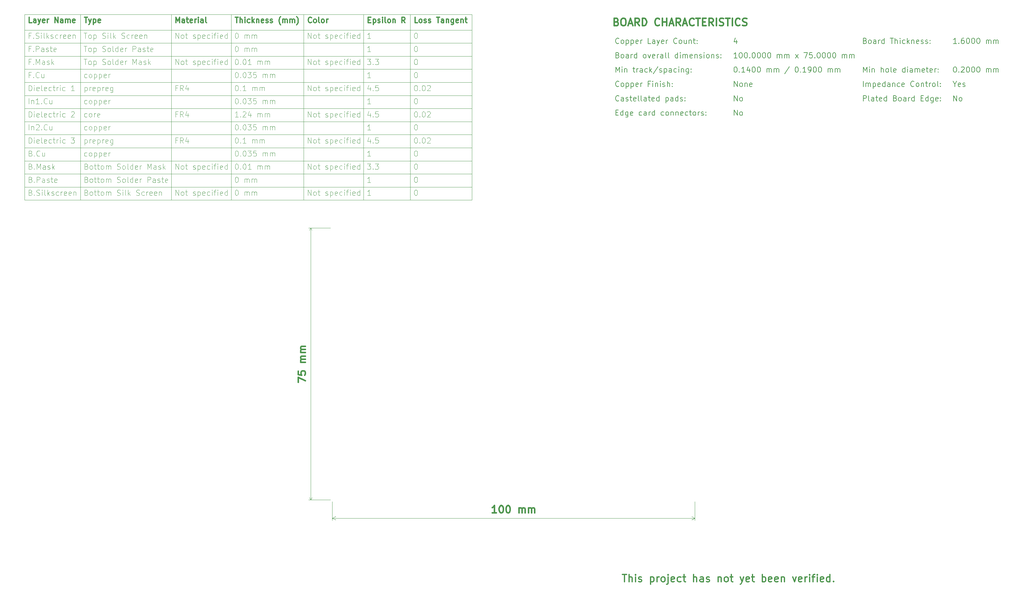
<source format=gbr>
%TF.GenerationSoftware,KiCad,Pcbnew,9.0.2*%
%TF.CreationDate,2025-09-08T10:53:28+03:00*%
%TF.ProjectId,OpenAirScope,4f70656e-4169-4725-9363-6f70652e6b69,v0-Draft*%
%TF.SameCoordinates,Original*%
%TF.FileFunction,Other,User*%
%FSLAX46Y46*%
G04 Gerber Fmt 4.6, Leading zero omitted, Abs format (unit mm)*
G04 Created by KiCad (PCBNEW 9.0.2) date 2025-09-08 10:53:28*
%MOMM*%
%LPD*%
G01*
G04 APERTURE LIST*
%ADD10C,0.300000*%
%ADD11C,0.100000*%
%ADD12C,0.200000*%
%ADD13C,0.400000*%
G04 APERTURE END LIST*
D10*
X178037844Y-167059638D02*
X179180701Y-167059638D01*
X178609272Y-169059638D02*
X178609272Y-167059638D01*
X179847368Y-169059638D02*
X179847368Y-167059638D01*
X180704511Y-169059638D02*
X180704511Y-168012019D01*
X180704511Y-168012019D02*
X180609273Y-167821542D01*
X180609273Y-167821542D02*
X180418797Y-167726304D01*
X180418797Y-167726304D02*
X180133082Y-167726304D01*
X180133082Y-167726304D02*
X179942606Y-167821542D01*
X179942606Y-167821542D02*
X179847368Y-167916780D01*
X181656892Y-169059638D02*
X181656892Y-167726304D01*
X181656892Y-167059638D02*
X181561654Y-167154876D01*
X181561654Y-167154876D02*
X181656892Y-167250114D01*
X181656892Y-167250114D02*
X181752130Y-167154876D01*
X181752130Y-167154876D02*
X181656892Y-167059638D01*
X181656892Y-167059638D02*
X181656892Y-167250114D01*
X182514035Y-168964400D02*
X182704511Y-169059638D01*
X182704511Y-169059638D02*
X183085463Y-169059638D01*
X183085463Y-169059638D02*
X183275940Y-168964400D01*
X183275940Y-168964400D02*
X183371178Y-168773923D01*
X183371178Y-168773923D02*
X183371178Y-168678685D01*
X183371178Y-168678685D02*
X183275940Y-168488209D01*
X183275940Y-168488209D02*
X183085463Y-168392971D01*
X183085463Y-168392971D02*
X182799749Y-168392971D01*
X182799749Y-168392971D02*
X182609273Y-168297733D01*
X182609273Y-168297733D02*
X182514035Y-168107257D01*
X182514035Y-168107257D02*
X182514035Y-168012019D01*
X182514035Y-168012019D02*
X182609273Y-167821542D01*
X182609273Y-167821542D02*
X182799749Y-167726304D01*
X182799749Y-167726304D02*
X183085463Y-167726304D01*
X183085463Y-167726304D02*
X183275940Y-167821542D01*
X185752131Y-167726304D02*
X185752131Y-169726304D01*
X185752131Y-167821542D02*
X185942607Y-167726304D01*
X185942607Y-167726304D02*
X186323560Y-167726304D01*
X186323560Y-167726304D02*
X186514036Y-167821542D01*
X186514036Y-167821542D02*
X186609274Y-167916780D01*
X186609274Y-167916780D02*
X186704512Y-168107257D01*
X186704512Y-168107257D02*
X186704512Y-168678685D01*
X186704512Y-168678685D02*
X186609274Y-168869161D01*
X186609274Y-168869161D02*
X186514036Y-168964400D01*
X186514036Y-168964400D02*
X186323560Y-169059638D01*
X186323560Y-169059638D02*
X185942607Y-169059638D01*
X185942607Y-169059638D02*
X185752131Y-168964400D01*
X187561655Y-169059638D02*
X187561655Y-167726304D01*
X187561655Y-168107257D02*
X187656893Y-167916780D01*
X187656893Y-167916780D02*
X187752131Y-167821542D01*
X187752131Y-167821542D02*
X187942607Y-167726304D01*
X187942607Y-167726304D02*
X188133084Y-167726304D01*
X189085464Y-169059638D02*
X188894988Y-168964400D01*
X188894988Y-168964400D02*
X188799750Y-168869161D01*
X188799750Y-168869161D02*
X188704512Y-168678685D01*
X188704512Y-168678685D02*
X188704512Y-168107257D01*
X188704512Y-168107257D02*
X188799750Y-167916780D01*
X188799750Y-167916780D02*
X188894988Y-167821542D01*
X188894988Y-167821542D02*
X189085464Y-167726304D01*
X189085464Y-167726304D02*
X189371179Y-167726304D01*
X189371179Y-167726304D02*
X189561655Y-167821542D01*
X189561655Y-167821542D02*
X189656893Y-167916780D01*
X189656893Y-167916780D02*
X189752131Y-168107257D01*
X189752131Y-168107257D02*
X189752131Y-168678685D01*
X189752131Y-168678685D02*
X189656893Y-168869161D01*
X189656893Y-168869161D02*
X189561655Y-168964400D01*
X189561655Y-168964400D02*
X189371179Y-169059638D01*
X189371179Y-169059638D02*
X189085464Y-169059638D01*
X190609274Y-167726304D02*
X190609274Y-169440590D01*
X190609274Y-169440590D02*
X190514036Y-169631066D01*
X190514036Y-169631066D02*
X190323560Y-169726304D01*
X190323560Y-169726304D02*
X190228322Y-169726304D01*
X190609274Y-167059638D02*
X190514036Y-167154876D01*
X190514036Y-167154876D02*
X190609274Y-167250114D01*
X190609274Y-167250114D02*
X190704512Y-167154876D01*
X190704512Y-167154876D02*
X190609274Y-167059638D01*
X190609274Y-167059638D02*
X190609274Y-167250114D01*
X192323560Y-168964400D02*
X192133084Y-169059638D01*
X192133084Y-169059638D02*
X191752131Y-169059638D01*
X191752131Y-169059638D02*
X191561655Y-168964400D01*
X191561655Y-168964400D02*
X191466417Y-168773923D01*
X191466417Y-168773923D02*
X191466417Y-168012019D01*
X191466417Y-168012019D02*
X191561655Y-167821542D01*
X191561655Y-167821542D02*
X191752131Y-167726304D01*
X191752131Y-167726304D02*
X192133084Y-167726304D01*
X192133084Y-167726304D02*
X192323560Y-167821542D01*
X192323560Y-167821542D02*
X192418798Y-168012019D01*
X192418798Y-168012019D02*
X192418798Y-168202495D01*
X192418798Y-168202495D02*
X191466417Y-168392971D01*
X194133084Y-168964400D02*
X193942608Y-169059638D01*
X193942608Y-169059638D02*
X193561655Y-169059638D01*
X193561655Y-169059638D02*
X193371179Y-168964400D01*
X193371179Y-168964400D02*
X193275941Y-168869161D01*
X193275941Y-168869161D02*
X193180703Y-168678685D01*
X193180703Y-168678685D02*
X193180703Y-168107257D01*
X193180703Y-168107257D02*
X193275941Y-167916780D01*
X193275941Y-167916780D02*
X193371179Y-167821542D01*
X193371179Y-167821542D02*
X193561655Y-167726304D01*
X193561655Y-167726304D02*
X193942608Y-167726304D01*
X193942608Y-167726304D02*
X194133084Y-167821542D01*
X194704513Y-167726304D02*
X195466417Y-167726304D01*
X194990227Y-167059638D02*
X194990227Y-168773923D01*
X194990227Y-168773923D02*
X195085465Y-168964400D01*
X195085465Y-168964400D02*
X195275941Y-169059638D01*
X195275941Y-169059638D02*
X195466417Y-169059638D01*
X197656894Y-169059638D02*
X197656894Y-167059638D01*
X198514037Y-169059638D02*
X198514037Y-168012019D01*
X198514037Y-168012019D02*
X198418799Y-167821542D01*
X198418799Y-167821542D02*
X198228323Y-167726304D01*
X198228323Y-167726304D02*
X197942608Y-167726304D01*
X197942608Y-167726304D02*
X197752132Y-167821542D01*
X197752132Y-167821542D02*
X197656894Y-167916780D01*
X200323561Y-169059638D02*
X200323561Y-168012019D01*
X200323561Y-168012019D02*
X200228323Y-167821542D01*
X200228323Y-167821542D02*
X200037847Y-167726304D01*
X200037847Y-167726304D02*
X199656894Y-167726304D01*
X199656894Y-167726304D02*
X199466418Y-167821542D01*
X200323561Y-168964400D02*
X200133085Y-169059638D01*
X200133085Y-169059638D02*
X199656894Y-169059638D01*
X199656894Y-169059638D02*
X199466418Y-168964400D01*
X199466418Y-168964400D02*
X199371180Y-168773923D01*
X199371180Y-168773923D02*
X199371180Y-168583447D01*
X199371180Y-168583447D02*
X199466418Y-168392971D01*
X199466418Y-168392971D02*
X199656894Y-168297733D01*
X199656894Y-168297733D02*
X200133085Y-168297733D01*
X200133085Y-168297733D02*
X200323561Y-168202495D01*
X201180704Y-168964400D02*
X201371180Y-169059638D01*
X201371180Y-169059638D02*
X201752132Y-169059638D01*
X201752132Y-169059638D02*
X201942609Y-168964400D01*
X201942609Y-168964400D02*
X202037847Y-168773923D01*
X202037847Y-168773923D02*
X202037847Y-168678685D01*
X202037847Y-168678685D02*
X201942609Y-168488209D01*
X201942609Y-168488209D02*
X201752132Y-168392971D01*
X201752132Y-168392971D02*
X201466418Y-168392971D01*
X201466418Y-168392971D02*
X201275942Y-168297733D01*
X201275942Y-168297733D02*
X201180704Y-168107257D01*
X201180704Y-168107257D02*
X201180704Y-168012019D01*
X201180704Y-168012019D02*
X201275942Y-167821542D01*
X201275942Y-167821542D02*
X201466418Y-167726304D01*
X201466418Y-167726304D02*
X201752132Y-167726304D01*
X201752132Y-167726304D02*
X201942609Y-167821542D01*
X204418800Y-167726304D02*
X204418800Y-169059638D01*
X204418800Y-167916780D02*
X204514038Y-167821542D01*
X204514038Y-167821542D02*
X204704514Y-167726304D01*
X204704514Y-167726304D02*
X204990229Y-167726304D01*
X204990229Y-167726304D02*
X205180705Y-167821542D01*
X205180705Y-167821542D02*
X205275943Y-168012019D01*
X205275943Y-168012019D02*
X205275943Y-169059638D01*
X206514038Y-169059638D02*
X206323562Y-168964400D01*
X206323562Y-168964400D02*
X206228324Y-168869161D01*
X206228324Y-168869161D02*
X206133086Y-168678685D01*
X206133086Y-168678685D02*
X206133086Y-168107257D01*
X206133086Y-168107257D02*
X206228324Y-167916780D01*
X206228324Y-167916780D02*
X206323562Y-167821542D01*
X206323562Y-167821542D02*
X206514038Y-167726304D01*
X206514038Y-167726304D02*
X206799753Y-167726304D01*
X206799753Y-167726304D02*
X206990229Y-167821542D01*
X206990229Y-167821542D02*
X207085467Y-167916780D01*
X207085467Y-167916780D02*
X207180705Y-168107257D01*
X207180705Y-168107257D02*
X207180705Y-168678685D01*
X207180705Y-168678685D02*
X207085467Y-168869161D01*
X207085467Y-168869161D02*
X206990229Y-168964400D01*
X206990229Y-168964400D02*
X206799753Y-169059638D01*
X206799753Y-169059638D02*
X206514038Y-169059638D01*
X207752134Y-167726304D02*
X208514038Y-167726304D01*
X208037848Y-167059638D02*
X208037848Y-168773923D01*
X208037848Y-168773923D02*
X208133086Y-168964400D01*
X208133086Y-168964400D02*
X208323562Y-169059638D01*
X208323562Y-169059638D02*
X208514038Y-169059638D01*
X210514039Y-167726304D02*
X210990229Y-169059638D01*
X211466420Y-167726304D02*
X210990229Y-169059638D01*
X210990229Y-169059638D02*
X210799753Y-169535828D01*
X210799753Y-169535828D02*
X210704515Y-169631066D01*
X210704515Y-169631066D02*
X210514039Y-169726304D01*
X212990230Y-168964400D02*
X212799754Y-169059638D01*
X212799754Y-169059638D02*
X212418801Y-169059638D01*
X212418801Y-169059638D02*
X212228325Y-168964400D01*
X212228325Y-168964400D02*
X212133087Y-168773923D01*
X212133087Y-168773923D02*
X212133087Y-168012019D01*
X212133087Y-168012019D02*
X212228325Y-167821542D01*
X212228325Y-167821542D02*
X212418801Y-167726304D01*
X212418801Y-167726304D02*
X212799754Y-167726304D01*
X212799754Y-167726304D02*
X212990230Y-167821542D01*
X212990230Y-167821542D02*
X213085468Y-168012019D01*
X213085468Y-168012019D02*
X213085468Y-168202495D01*
X213085468Y-168202495D02*
X212133087Y-168392971D01*
X213656897Y-167726304D02*
X214418801Y-167726304D01*
X213942611Y-167059638D02*
X213942611Y-168773923D01*
X213942611Y-168773923D02*
X214037849Y-168964400D01*
X214037849Y-168964400D02*
X214228325Y-169059638D01*
X214228325Y-169059638D02*
X214418801Y-169059638D01*
X216609278Y-169059638D02*
X216609278Y-167059638D01*
X216609278Y-167821542D02*
X216799754Y-167726304D01*
X216799754Y-167726304D02*
X217180707Y-167726304D01*
X217180707Y-167726304D02*
X217371183Y-167821542D01*
X217371183Y-167821542D02*
X217466421Y-167916780D01*
X217466421Y-167916780D02*
X217561659Y-168107257D01*
X217561659Y-168107257D02*
X217561659Y-168678685D01*
X217561659Y-168678685D02*
X217466421Y-168869161D01*
X217466421Y-168869161D02*
X217371183Y-168964400D01*
X217371183Y-168964400D02*
X217180707Y-169059638D01*
X217180707Y-169059638D02*
X216799754Y-169059638D01*
X216799754Y-169059638D02*
X216609278Y-168964400D01*
X219180707Y-168964400D02*
X218990231Y-169059638D01*
X218990231Y-169059638D02*
X218609278Y-169059638D01*
X218609278Y-169059638D02*
X218418802Y-168964400D01*
X218418802Y-168964400D02*
X218323564Y-168773923D01*
X218323564Y-168773923D02*
X218323564Y-168012019D01*
X218323564Y-168012019D02*
X218418802Y-167821542D01*
X218418802Y-167821542D02*
X218609278Y-167726304D01*
X218609278Y-167726304D02*
X218990231Y-167726304D01*
X218990231Y-167726304D02*
X219180707Y-167821542D01*
X219180707Y-167821542D02*
X219275945Y-168012019D01*
X219275945Y-168012019D02*
X219275945Y-168202495D01*
X219275945Y-168202495D02*
X218323564Y-168392971D01*
X220894993Y-168964400D02*
X220704517Y-169059638D01*
X220704517Y-169059638D02*
X220323564Y-169059638D01*
X220323564Y-169059638D02*
X220133088Y-168964400D01*
X220133088Y-168964400D02*
X220037850Y-168773923D01*
X220037850Y-168773923D02*
X220037850Y-168012019D01*
X220037850Y-168012019D02*
X220133088Y-167821542D01*
X220133088Y-167821542D02*
X220323564Y-167726304D01*
X220323564Y-167726304D02*
X220704517Y-167726304D01*
X220704517Y-167726304D02*
X220894993Y-167821542D01*
X220894993Y-167821542D02*
X220990231Y-168012019D01*
X220990231Y-168012019D02*
X220990231Y-168202495D01*
X220990231Y-168202495D02*
X220037850Y-168392971D01*
X221847374Y-167726304D02*
X221847374Y-169059638D01*
X221847374Y-167916780D02*
X221942612Y-167821542D01*
X221942612Y-167821542D02*
X222133088Y-167726304D01*
X222133088Y-167726304D02*
X222418803Y-167726304D01*
X222418803Y-167726304D02*
X222609279Y-167821542D01*
X222609279Y-167821542D02*
X222704517Y-168012019D01*
X222704517Y-168012019D02*
X222704517Y-169059638D01*
X224990232Y-167726304D02*
X225466422Y-169059638D01*
X225466422Y-169059638D02*
X225942613Y-167726304D01*
X227466423Y-168964400D02*
X227275947Y-169059638D01*
X227275947Y-169059638D02*
X226894994Y-169059638D01*
X226894994Y-169059638D02*
X226704518Y-168964400D01*
X226704518Y-168964400D02*
X226609280Y-168773923D01*
X226609280Y-168773923D02*
X226609280Y-168012019D01*
X226609280Y-168012019D02*
X226704518Y-167821542D01*
X226704518Y-167821542D02*
X226894994Y-167726304D01*
X226894994Y-167726304D02*
X227275947Y-167726304D01*
X227275947Y-167726304D02*
X227466423Y-167821542D01*
X227466423Y-167821542D02*
X227561661Y-168012019D01*
X227561661Y-168012019D02*
X227561661Y-168202495D01*
X227561661Y-168202495D02*
X226609280Y-168392971D01*
X228418804Y-169059638D02*
X228418804Y-167726304D01*
X228418804Y-168107257D02*
X228514042Y-167916780D01*
X228514042Y-167916780D02*
X228609280Y-167821542D01*
X228609280Y-167821542D02*
X228799756Y-167726304D01*
X228799756Y-167726304D02*
X228990233Y-167726304D01*
X229656899Y-169059638D02*
X229656899Y-167726304D01*
X229656899Y-167059638D02*
X229561661Y-167154876D01*
X229561661Y-167154876D02*
X229656899Y-167250114D01*
X229656899Y-167250114D02*
X229752137Y-167154876D01*
X229752137Y-167154876D02*
X229656899Y-167059638D01*
X229656899Y-167059638D02*
X229656899Y-167250114D01*
X230323566Y-167726304D02*
X231085470Y-167726304D01*
X230609280Y-169059638D02*
X230609280Y-167345352D01*
X230609280Y-167345352D02*
X230704518Y-167154876D01*
X230704518Y-167154876D02*
X230894994Y-167059638D01*
X230894994Y-167059638D02*
X231085470Y-167059638D01*
X231752137Y-169059638D02*
X231752137Y-167726304D01*
X231752137Y-167059638D02*
X231656899Y-167154876D01*
X231656899Y-167154876D02*
X231752137Y-167250114D01*
X231752137Y-167250114D02*
X231847375Y-167154876D01*
X231847375Y-167154876D02*
X231752137Y-167059638D01*
X231752137Y-167059638D02*
X231752137Y-167250114D01*
X233466423Y-168964400D02*
X233275947Y-169059638D01*
X233275947Y-169059638D02*
X232894994Y-169059638D01*
X232894994Y-169059638D02*
X232704518Y-168964400D01*
X232704518Y-168964400D02*
X232609280Y-168773923D01*
X232609280Y-168773923D02*
X232609280Y-168012019D01*
X232609280Y-168012019D02*
X232704518Y-167821542D01*
X232704518Y-167821542D02*
X232894994Y-167726304D01*
X232894994Y-167726304D02*
X233275947Y-167726304D01*
X233275947Y-167726304D02*
X233466423Y-167821542D01*
X233466423Y-167821542D02*
X233561661Y-168012019D01*
X233561661Y-168012019D02*
X233561661Y-168202495D01*
X233561661Y-168202495D02*
X232609280Y-168392971D01*
X235275947Y-169059638D02*
X235275947Y-167059638D01*
X235275947Y-168964400D02*
X235085471Y-169059638D01*
X235085471Y-169059638D02*
X234704518Y-169059638D01*
X234704518Y-169059638D02*
X234514042Y-168964400D01*
X234514042Y-168964400D02*
X234418804Y-168869161D01*
X234418804Y-168869161D02*
X234323566Y-168678685D01*
X234323566Y-168678685D02*
X234323566Y-168107257D01*
X234323566Y-168107257D02*
X234418804Y-167916780D01*
X234418804Y-167916780D02*
X234514042Y-167821542D01*
X234514042Y-167821542D02*
X234704518Y-167726304D01*
X234704518Y-167726304D02*
X235085471Y-167726304D01*
X235085471Y-167726304D02*
X235275947Y-167821542D01*
X236228328Y-168869161D02*
X236323566Y-168964400D01*
X236323566Y-168964400D02*
X236228328Y-169059638D01*
X236228328Y-169059638D02*
X236133090Y-168964400D01*
X236133090Y-168964400D02*
X236228328Y-168869161D01*
X236228328Y-168869161D02*
X236228328Y-169059638D01*
D11*
X90135715Y-12670000D02*
X90135715Y-63856000D01*
X136478575Y-12670000D02*
X136478575Y-63856000D01*
X13150000Y-53038000D02*
X136478575Y-53038000D01*
X70107143Y-12670000D02*
X70107143Y-63856000D01*
X13150000Y-56644000D02*
X136478575Y-56644000D01*
X13150000Y-38614000D02*
X136478575Y-38614000D01*
X106635716Y-12670000D02*
X106635716Y-63856000D01*
X13150000Y-16978000D02*
X136478575Y-16978000D01*
X13150000Y-45826000D02*
X136478575Y-45826000D01*
X13150000Y-20584000D02*
X136478575Y-20584000D01*
X13150000Y-31402000D02*
X136478575Y-31402000D01*
X13150000Y-12670000D02*
X136478575Y-12670000D01*
X28535714Y-12670000D02*
X28535714Y-63856000D01*
X13150000Y-60250000D02*
X136478575Y-60250000D01*
X13150000Y-42220000D02*
X136478575Y-42220000D01*
X53607142Y-12670000D02*
X53607142Y-63856000D01*
X13150000Y-35008000D02*
X136478575Y-35008000D01*
X13150000Y-63856000D02*
X136478575Y-63856000D01*
X13150000Y-12670000D02*
X13150000Y-63856000D01*
X119521431Y-12670000D02*
X119521431Y-63856000D01*
X13150000Y-49432000D02*
X136478575Y-49432000D01*
X13150000Y-24190000D02*
X136478575Y-24190000D01*
X13150000Y-27796000D02*
X136478575Y-27796000D01*
D12*
X176198720Y-28629028D02*
X176198720Y-27129028D01*
X176198720Y-27129028D02*
X176698720Y-28200457D01*
X176698720Y-28200457D02*
X177198720Y-27129028D01*
X177198720Y-27129028D02*
X177198720Y-28629028D01*
X177913006Y-28629028D02*
X177913006Y-27629028D01*
X177913006Y-27129028D02*
X177841578Y-27200457D01*
X177841578Y-27200457D02*
X177913006Y-27271885D01*
X177913006Y-27271885D02*
X177984435Y-27200457D01*
X177984435Y-27200457D02*
X177913006Y-27129028D01*
X177913006Y-27129028D02*
X177913006Y-27271885D01*
X178627292Y-27629028D02*
X178627292Y-28629028D01*
X178627292Y-27771885D02*
X178698721Y-27700457D01*
X178698721Y-27700457D02*
X178841578Y-27629028D01*
X178841578Y-27629028D02*
X179055864Y-27629028D01*
X179055864Y-27629028D02*
X179198721Y-27700457D01*
X179198721Y-27700457D02*
X179270150Y-27843314D01*
X179270150Y-27843314D02*
X179270150Y-28629028D01*
X180913007Y-27629028D02*
X181484435Y-27629028D01*
X181127292Y-27129028D02*
X181127292Y-28414742D01*
X181127292Y-28414742D02*
X181198721Y-28557600D01*
X181198721Y-28557600D02*
X181341578Y-28629028D01*
X181341578Y-28629028D02*
X181484435Y-28629028D01*
X181984435Y-28629028D02*
X181984435Y-27629028D01*
X181984435Y-27914742D02*
X182055864Y-27771885D01*
X182055864Y-27771885D02*
X182127293Y-27700457D01*
X182127293Y-27700457D02*
X182270150Y-27629028D01*
X182270150Y-27629028D02*
X182413007Y-27629028D01*
X183555864Y-28629028D02*
X183555864Y-27843314D01*
X183555864Y-27843314D02*
X183484435Y-27700457D01*
X183484435Y-27700457D02*
X183341578Y-27629028D01*
X183341578Y-27629028D02*
X183055864Y-27629028D01*
X183055864Y-27629028D02*
X182913006Y-27700457D01*
X183555864Y-28557600D02*
X183413006Y-28629028D01*
X183413006Y-28629028D02*
X183055864Y-28629028D01*
X183055864Y-28629028D02*
X182913006Y-28557600D01*
X182913006Y-28557600D02*
X182841578Y-28414742D01*
X182841578Y-28414742D02*
X182841578Y-28271885D01*
X182841578Y-28271885D02*
X182913006Y-28129028D01*
X182913006Y-28129028D02*
X183055864Y-28057600D01*
X183055864Y-28057600D02*
X183413006Y-28057600D01*
X183413006Y-28057600D02*
X183555864Y-27986171D01*
X184913007Y-28557600D02*
X184770149Y-28629028D01*
X184770149Y-28629028D02*
X184484435Y-28629028D01*
X184484435Y-28629028D02*
X184341578Y-28557600D01*
X184341578Y-28557600D02*
X184270149Y-28486171D01*
X184270149Y-28486171D02*
X184198721Y-28343314D01*
X184198721Y-28343314D02*
X184198721Y-27914742D01*
X184198721Y-27914742D02*
X184270149Y-27771885D01*
X184270149Y-27771885D02*
X184341578Y-27700457D01*
X184341578Y-27700457D02*
X184484435Y-27629028D01*
X184484435Y-27629028D02*
X184770149Y-27629028D01*
X184770149Y-27629028D02*
X184913007Y-27700457D01*
X185555863Y-28629028D02*
X185555863Y-27129028D01*
X185698721Y-28057600D02*
X186127292Y-28629028D01*
X186127292Y-27629028D02*
X185555863Y-28200457D01*
X187841578Y-27057600D02*
X186555864Y-28986171D01*
X188270150Y-28557600D02*
X188413007Y-28629028D01*
X188413007Y-28629028D02*
X188698721Y-28629028D01*
X188698721Y-28629028D02*
X188841578Y-28557600D01*
X188841578Y-28557600D02*
X188913007Y-28414742D01*
X188913007Y-28414742D02*
X188913007Y-28343314D01*
X188913007Y-28343314D02*
X188841578Y-28200457D01*
X188841578Y-28200457D02*
X188698721Y-28129028D01*
X188698721Y-28129028D02*
X188484436Y-28129028D01*
X188484436Y-28129028D02*
X188341578Y-28057600D01*
X188341578Y-28057600D02*
X188270150Y-27914742D01*
X188270150Y-27914742D02*
X188270150Y-27843314D01*
X188270150Y-27843314D02*
X188341578Y-27700457D01*
X188341578Y-27700457D02*
X188484436Y-27629028D01*
X188484436Y-27629028D02*
X188698721Y-27629028D01*
X188698721Y-27629028D02*
X188841578Y-27700457D01*
X189555864Y-27629028D02*
X189555864Y-29129028D01*
X189555864Y-27700457D02*
X189698722Y-27629028D01*
X189698722Y-27629028D02*
X189984436Y-27629028D01*
X189984436Y-27629028D02*
X190127293Y-27700457D01*
X190127293Y-27700457D02*
X190198722Y-27771885D01*
X190198722Y-27771885D02*
X190270150Y-27914742D01*
X190270150Y-27914742D02*
X190270150Y-28343314D01*
X190270150Y-28343314D02*
X190198722Y-28486171D01*
X190198722Y-28486171D02*
X190127293Y-28557600D01*
X190127293Y-28557600D02*
X189984436Y-28629028D01*
X189984436Y-28629028D02*
X189698722Y-28629028D01*
X189698722Y-28629028D02*
X189555864Y-28557600D01*
X191555865Y-28629028D02*
X191555865Y-27843314D01*
X191555865Y-27843314D02*
X191484436Y-27700457D01*
X191484436Y-27700457D02*
X191341579Y-27629028D01*
X191341579Y-27629028D02*
X191055865Y-27629028D01*
X191055865Y-27629028D02*
X190913007Y-27700457D01*
X191555865Y-28557600D02*
X191413007Y-28629028D01*
X191413007Y-28629028D02*
X191055865Y-28629028D01*
X191055865Y-28629028D02*
X190913007Y-28557600D01*
X190913007Y-28557600D02*
X190841579Y-28414742D01*
X190841579Y-28414742D02*
X190841579Y-28271885D01*
X190841579Y-28271885D02*
X190913007Y-28129028D01*
X190913007Y-28129028D02*
X191055865Y-28057600D01*
X191055865Y-28057600D02*
X191413007Y-28057600D01*
X191413007Y-28057600D02*
X191555865Y-27986171D01*
X192913008Y-28557600D02*
X192770150Y-28629028D01*
X192770150Y-28629028D02*
X192484436Y-28629028D01*
X192484436Y-28629028D02*
X192341579Y-28557600D01*
X192341579Y-28557600D02*
X192270150Y-28486171D01*
X192270150Y-28486171D02*
X192198722Y-28343314D01*
X192198722Y-28343314D02*
X192198722Y-27914742D01*
X192198722Y-27914742D02*
X192270150Y-27771885D01*
X192270150Y-27771885D02*
X192341579Y-27700457D01*
X192341579Y-27700457D02*
X192484436Y-27629028D01*
X192484436Y-27629028D02*
X192770150Y-27629028D01*
X192770150Y-27629028D02*
X192913008Y-27700457D01*
X193555864Y-28629028D02*
X193555864Y-27629028D01*
X193555864Y-27129028D02*
X193484436Y-27200457D01*
X193484436Y-27200457D02*
X193555864Y-27271885D01*
X193555864Y-27271885D02*
X193627293Y-27200457D01*
X193627293Y-27200457D02*
X193555864Y-27129028D01*
X193555864Y-27129028D02*
X193555864Y-27271885D01*
X194270150Y-27629028D02*
X194270150Y-28629028D01*
X194270150Y-27771885D02*
X194341579Y-27700457D01*
X194341579Y-27700457D02*
X194484436Y-27629028D01*
X194484436Y-27629028D02*
X194698722Y-27629028D01*
X194698722Y-27629028D02*
X194841579Y-27700457D01*
X194841579Y-27700457D02*
X194913008Y-27843314D01*
X194913008Y-27843314D02*
X194913008Y-28629028D01*
X196270151Y-27629028D02*
X196270151Y-28843314D01*
X196270151Y-28843314D02*
X196198722Y-28986171D01*
X196198722Y-28986171D02*
X196127293Y-29057600D01*
X196127293Y-29057600D02*
X195984436Y-29129028D01*
X195984436Y-29129028D02*
X195770151Y-29129028D01*
X195770151Y-29129028D02*
X195627293Y-29057600D01*
X196270151Y-28557600D02*
X196127293Y-28629028D01*
X196127293Y-28629028D02*
X195841579Y-28629028D01*
X195841579Y-28629028D02*
X195698722Y-28557600D01*
X195698722Y-28557600D02*
X195627293Y-28486171D01*
X195627293Y-28486171D02*
X195555865Y-28343314D01*
X195555865Y-28343314D02*
X195555865Y-27914742D01*
X195555865Y-27914742D02*
X195627293Y-27771885D01*
X195627293Y-27771885D02*
X195698722Y-27700457D01*
X195698722Y-27700457D02*
X195841579Y-27629028D01*
X195841579Y-27629028D02*
X196127293Y-27629028D01*
X196127293Y-27629028D02*
X196270151Y-27700457D01*
X196984436Y-28486171D02*
X197055865Y-28557600D01*
X197055865Y-28557600D02*
X196984436Y-28629028D01*
X196984436Y-28629028D02*
X196913008Y-28557600D01*
X196913008Y-28557600D02*
X196984436Y-28486171D01*
X196984436Y-28486171D02*
X196984436Y-28629028D01*
X196984436Y-27700457D02*
X197055865Y-27771885D01*
X197055865Y-27771885D02*
X196984436Y-27843314D01*
X196984436Y-27843314D02*
X196913008Y-27771885D01*
X196913008Y-27771885D02*
X196984436Y-27700457D01*
X196984436Y-27700457D02*
X196984436Y-27843314D01*
D11*
X120980077Y-50248228D02*
X121122934Y-50248228D01*
X121122934Y-50248228D02*
X121265791Y-50319657D01*
X121265791Y-50319657D02*
X121337220Y-50391085D01*
X121337220Y-50391085D02*
X121408648Y-50533942D01*
X121408648Y-50533942D02*
X121480077Y-50819657D01*
X121480077Y-50819657D02*
X121480077Y-51176800D01*
X121480077Y-51176800D02*
X121408648Y-51462514D01*
X121408648Y-51462514D02*
X121337220Y-51605371D01*
X121337220Y-51605371D02*
X121265791Y-51676800D01*
X121265791Y-51676800D02*
X121122934Y-51748228D01*
X121122934Y-51748228D02*
X120980077Y-51748228D01*
X120980077Y-51748228D02*
X120837220Y-51676800D01*
X120837220Y-51676800D02*
X120765791Y-51605371D01*
X120765791Y-51605371D02*
X120694362Y-51462514D01*
X120694362Y-51462514D02*
X120622934Y-51176800D01*
X120622934Y-51176800D02*
X120622934Y-50819657D01*
X120622934Y-50819657D02*
X120694362Y-50533942D01*
X120694362Y-50533942D02*
X120765791Y-50391085D01*
X120765791Y-50391085D02*
X120837220Y-50319657D01*
X120837220Y-50319657D02*
X120980077Y-50248228D01*
D12*
X208855863Y-40500028D02*
X208855863Y-39000028D01*
X208855863Y-39000028D02*
X209713006Y-40500028D01*
X209713006Y-40500028D02*
X209713006Y-39000028D01*
X210641578Y-40500028D02*
X210498721Y-40428600D01*
X210498721Y-40428600D02*
X210427292Y-40357171D01*
X210427292Y-40357171D02*
X210355864Y-40214314D01*
X210355864Y-40214314D02*
X210355864Y-39785742D01*
X210355864Y-39785742D02*
X210427292Y-39642885D01*
X210427292Y-39642885D02*
X210498721Y-39571457D01*
X210498721Y-39571457D02*
X210641578Y-39500028D01*
X210641578Y-39500028D02*
X210855864Y-39500028D01*
X210855864Y-39500028D02*
X210998721Y-39571457D01*
X210998721Y-39571457D02*
X211070150Y-39642885D01*
X211070150Y-39642885D02*
X211141578Y-39785742D01*
X211141578Y-39785742D02*
X211141578Y-40214314D01*
X211141578Y-40214314D02*
X211070150Y-40357171D01*
X211070150Y-40357171D02*
X210998721Y-40428600D01*
X210998721Y-40428600D02*
X210855864Y-40500028D01*
X210855864Y-40500028D02*
X210641578Y-40500028D01*
X209641578Y-24672028D02*
X208784435Y-24672028D01*
X209213006Y-24672028D02*
X209213006Y-23172028D01*
X209213006Y-23172028D02*
X209070149Y-23386314D01*
X209070149Y-23386314D02*
X208927292Y-23529171D01*
X208927292Y-23529171D02*
X208784435Y-23600600D01*
X210570149Y-23172028D02*
X210713006Y-23172028D01*
X210713006Y-23172028D02*
X210855863Y-23243457D01*
X210855863Y-23243457D02*
X210927292Y-23314885D01*
X210927292Y-23314885D02*
X210998720Y-23457742D01*
X210998720Y-23457742D02*
X211070149Y-23743457D01*
X211070149Y-23743457D02*
X211070149Y-24100600D01*
X211070149Y-24100600D02*
X210998720Y-24386314D01*
X210998720Y-24386314D02*
X210927292Y-24529171D01*
X210927292Y-24529171D02*
X210855863Y-24600600D01*
X210855863Y-24600600D02*
X210713006Y-24672028D01*
X210713006Y-24672028D02*
X210570149Y-24672028D01*
X210570149Y-24672028D02*
X210427292Y-24600600D01*
X210427292Y-24600600D02*
X210355863Y-24529171D01*
X210355863Y-24529171D02*
X210284434Y-24386314D01*
X210284434Y-24386314D02*
X210213006Y-24100600D01*
X210213006Y-24100600D02*
X210213006Y-23743457D01*
X210213006Y-23743457D02*
X210284434Y-23457742D01*
X210284434Y-23457742D02*
X210355863Y-23314885D01*
X210355863Y-23314885D02*
X210427292Y-23243457D01*
X210427292Y-23243457D02*
X210570149Y-23172028D01*
X211998720Y-23172028D02*
X212141577Y-23172028D01*
X212141577Y-23172028D02*
X212284434Y-23243457D01*
X212284434Y-23243457D02*
X212355863Y-23314885D01*
X212355863Y-23314885D02*
X212427291Y-23457742D01*
X212427291Y-23457742D02*
X212498720Y-23743457D01*
X212498720Y-23743457D02*
X212498720Y-24100600D01*
X212498720Y-24100600D02*
X212427291Y-24386314D01*
X212427291Y-24386314D02*
X212355863Y-24529171D01*
X212355863Y-24529171D02*
X212284434Y-24600600D01*
X212284434Y-24600600D02*
X212141577Y-24672028D01*
X212141577Y-24672028D02*
X211998720Y-24672028D01*
X211998720Y-24672028D02*
X211855863Y-24600600D01*
X211855863Y-24600600D02*
X211784434Y-24529171D01*
X211784434Y-24529171D02*
X211713005Y-24386314D01*
X211713005Y-24386314D02*
X211641577Y-24100600D01*
X211641577Y-24100600D02*
X211641577Y-23743457D01*
X211641577Y-23743457D02*
X211713005Y-23457742D01*
X211713005Y-23457742D02*
X211784434Y-23314885D01*
X211784434Y-23314885D02*
X211855863Y-23243457D01*
X211855863Y-23243457D02*
X211998720Y-23172028D01*
X213141576Y-24529171D02*
X213213005Y-24600600D01*
X213213005Y-24600600D02*
X213141576Y-24672028D01*
X213141576Y-24672028D02*
X213070148Y-24600600D01*
X213070148Y-24600600D02*
X213141576Y-24529171D01*
X213141576Y-24529171D02*
X213141576Y-24672028D01*
X214141577Y-23172028D02*
X214284434Y-23172028D01*
X214284434Y-23172028D02*
X214427291Y-23243457D01*
X214427291Y-23243457D02*
X214498720Y-23314885D01*
X214498720Y-23314885D02*
X214570148Y-23457742D01*
X214570148Y-23457742D02*
X214641577Y-23743457D01*
X214641577Y-23743457D02*
X214641577Y-24100600D01*
X214641577Y-24100600D02*
X214570148Y-24386314D01*
X214570148Y-24386314D02*
X214498720Y-24529171D01*
X214498720Y-24529171D02*
X214427291Y-24600600D01*
X214427291Y-24600600D02*
X214284434Y-24672028D01*
X214284434Y-24672028D02*
X214141577Y-24672028D01*
X214141577Y-24672028D02*
X213998720Y-24600600D01*
X213998720Y-24600600D02*
X213927291Y-24529171D01*
X213927291Y-24529171D02*
X213855862Y-24386314D01*
X213855862Y-24386314D02*
X213784434Y-24100600D01*
X213784434Y-24100600D02*
X213784434Y-23743457D01*
X213784434Y-23743457D02*
X213855862Y-23457742D01*
X213855862Y-23457742D02*
X213927291Y-23314885D01*
X213927291Y-23314885D02*
X213998720Y-23243457D01*
X213998720Y-23243457D02*
X214141577Y-23172028D01*
X215570148Y-23172028D02*
X215713005Y-23172028D01*
X215713005Y-23172028D02*
X215855862Y-23243457D01*
X215855862Y-23243457D02*
X215927291Y-23314885D01*
X215927291Y-23314885D02*
X215998719Y-23457742D01*
X215998719Y-23457742D02*
X216070148Y-23743457D01*
X216070148Y-23743457D02*
X216070148Y-24100600D01*
X216070148Y-24100600D02*
X215998719Y-24386314D01*
X215998719Y-24386314D02*
X215927291Y-24529171D01*
X215927291Y-24529171D02*
X215855862Y-24600600D01*
X215855862Y-24600600D02*
X215713005Y-24672028D01*
X215713005Y-24672028D02*
X215570148Y-24672028D01*
X215570148Y-24672028D02*
X215427291Y-24600600D01*
X215427291Y-24600600D02*
X215355862Y-24529171D01*
X215355862Y-24529171D02*
X215284433Y-24386314D01*
X215284433Y-24386314D02*
X215213005Y-24100600D01*
X215213005Y-24100600D02*
X215213005Y-23743457D01*
X215213005Y-23743457D02*
X215284433Y-23457742D01*
X215284433Y-23457742D02*
X215355862Y-23314885D01*
X215355862Y-23314885D02*
X215427291Y-23243457D01*
X215427291Y-23243457D02*
X215570148Y-23172028D01*
X216998719Y-23172028D02*
X217141576Y-23172028D01*
X217141576Y-23172028D02*
X217284433Y-23243457D01*
X217284433Y-23243457D02*
X217355862Y-23314885D01*
X217355862Y-23314885D02*
X217427290Y-23457742D01*
X217427290Y-23457742D02*
X217498719Y-23743457D01*
X217498719Y-23743457D02*
X217498719Y-24100600D01*
X217498719Y-24100600D02*
X217427290Y-24386314D01*
X217427290Y-24386314D02*
X217355862Y-24529171D01*
X217355862Y-24529171D02*
X217284433Y-24600600D01*
X217284433Y-24600600D02*
X217141576Y-24672028D01*
X217141576Y-24672028D02*
X216998719Y-24672028D01*
X216998719Y-24672028D02*
X216855862Y-24600600D01*
X216855862Y-24600600D02*
X216784433Y-24529171D01*
X216784433Y-24529171D02*
X216713004Y-24386314D01*
X216713004Y-24386314D02*
X216641576Y-24100600D01*
X216641576Y-24100600D02*
X216641576Y-23743457D01*
X216641576Y-23743457D02*
X216713004Y-23457742D01*
X216713004Y-23457742D02*
X216784433Y-23314885D01*
X216784433Y-23314885D02*
X216855862Y-23243457D01*
X216855862Y-23243457D02*
X216998719Y-23172028D01*
X218427290Y-23172028D02*
X218570147Y-23172028D01*
X218570147Y-23172028D02*
X218713004Y-23243457D01*
X218713004Y-23243457D02*
X218784433Y-23314885D01*
X218784433Y-23314885D02*
X218855861Y-23457742D01*
X218855861Y-23457742D02*
X218927290Y-23743457D01*
X218927290Y-23743457D02*
X218927290Y-24100600D01*
X218927290Y-24100600D02*
X218855861Y-24386314D01*
X218855861Y-24386314D02*
X218784433Y-24529171D01*
X218784433Y-24529171D02*
X218713004Y-24600600D01*
X218713004Y-24600600D02*
X218570147Y-24672028D01*
X218570147Y-24672028D02*
X218427290Y-24672028D01*
X218427290Y-24672028D02*
X218284433Y-24600600D01*
X218284433Y-24600600D02*
X218213004Y-24529171D01*
X218213004Y-24529171D02*
X218141575Y-24386314D01*
X218141575Y-24386314D02*
X218070147Y-24100600D01*
X218070147Y-24100600D02*
X218070147Y-23743457D01*
X218070147Y-23743457D02*
X218141575Y-23457742D01*
X218141575Y-23457742D02*
X218213004Y-23314885D01*
X218213004Y-23314885D02*
X218284433Y-23243457D01*
X218284433Y-23243457D02*
X218427290Y-23172028D01*
X220713003Y-24672028D02*
X220713003Y-23672028D01*
X220713003Y-23814885D02*
X220784432Y-23743457D01*
X220784432Y-23743457D02*
X220927289Y-23672028D01*
X220927289Y-23672028D02*
X221141575Y-23672028D01*
X221141575Y-23672028D02*
X221284432Y-23743457D01*
X221284432Y-23743457D02*
X221355861Y-23886314D01*
X221355861Y-23886314D02*
X221355861Y-24672028D01*
X221355861Y-23886314D02*
X221427289Y-23743457D01*
X221427289Y-23743457D02*
X221570146Y-23672028D01*
X221570146Y-23672028D02*
X221784432Y-23672028D01*
X221784432Y-23672028D02*
X221927289Y-23743457D01*
X221927289Y-23743457D02*
X221998718Y-23886314D01*
X221998718Y-23886314D02*
X221998718Y-24672028D01*
X222713003Y-24672028D02*
X222713003Y-23672028D01*
X222713003Y-23814885D02*
X222784432Y-23743457D01*
X222784432Y-23743457D02*
X222927289Y-23672028D01*
X222927289Y-23672028D02*
X223141575Y-23672028D01*
X223141575Y-23672028D02*
X223284432Y-23743457D01*
X223284432Y-23743457D02*
X223355861Y-23886314D01*
X223355861Y-23886314D02*
X223355861Y-24672028D01*
X223355861Y-23886314D02*
X223427289Y-23743457D01*
X223427289Y-23743457D02*
X223570146Y-23672028D01*
X223570146Y-23672028D02*
X223784432Y-23672028D01*
X223784432Y-23672028D02*
X223927289Y-23743457D01*
X223927289Y-23743457D02*
X223998718Y-23886314D01*
X223998718Y-23886314D02*
X223998718Y-24672028D01*
X225713003Y-24672028D02*
X226498718Y-23672028D01*
X225713003Y-23672028D02*
X226498718Y-24672028D01*
X228070146Y-23172028D02*
X229070146Y-23172028D01*
X229070146Y-23172028D02*
X228427289Y-24672028D01*
X230355860Y-23172028D02*
X229641574Y-23172028D01*
X229641574Y-23172028D02*
X229570146Y-23886314D01*
X229570146Y-23886314D02*
X229641574Y-23814885D01*
X229641574Y-23814885D02*
X229784432Y-23743457D01*
X229784432Y-23743457D02*
X230141574Y-23743457D01*
X230141574Y-23743457D02*
X230284432Y-23814885D01*
X230284432Y-23814885D02*
X230355860Y-23886314D01*
X230355860Y-23886314D02*
X230427289Y-24029171D01*
X230427289Y-24029171D02*
X230427289Y-24386314D01*
X230427289Y-24386314D02*
X230355860Y-24529171D01*
X230355860Y-24529171D02*
X230284432Y-24600600D01*
X230284432Y-24600600D02*
X230141574Y-24672028D01*
X230141574Y-24672028D02*
X229784432Y-24672028D01*
X229784432Y-24672028D02*
X229641574Y-24600600D01*
X229641574Y-24600600D02*
X229570146Y-24529171D01*
X231070145Y-24529171D02*
X231141574Y-24600600D01*
X231141574Y-24600600D02*
X231070145Y-24672028D01*
X231070145Y-24672028D02*
X230998717Y-24600600D01*
X230998717Y-24600600D02*
X231070145Y-24529171D01*
X231070145Y-24529171D02*
X231070145Y-24672028D01*
X232070146Y-23172028D02*
X232213003Y-23172028D01*
X232213003Y-23172028D02*
X232355860Y-23243457D01*
X232355860Y-23243457D02*
X232427289Y-23314885D01*
X232427289Y-23314885D02*
X232498717Y-23457742D01*
X232498717Y-23457742D02*
X232570146Y-23743457D01*
X232570146Y-23743457D02*
X232570146Y-24100600D01*
X232570146Y-24100600D02*
X232498717Y-24386314D01*
X232498717Y-24386314D02*
X232427289Y-24529171D01*
X232427289Y-24529171D02*
X232355860Y-24600600D01*
X232355860Y-24600600D02*
X232213003Y-24672028D01*
X232213003Y-24672028D02*
X232070146Y-24672028D01*
X232070146Y-24672028D02*
X231927289Y-24600600D01*
X231927289Y-24600600D02*
X231855860Y-24529171D01*
X231855860Y-24529171D02*
X231784431Y-24386314D01*
X231784431Y-24386314D02*
X231713003Y-24100600D01*
X231713003Y-24100600D02*
X231713003Y-23743457D01*
X231713003Y-23743457D02*
X231784431Y-23457742D01*
X231784431Y-23457742D02*
X231855860Y-23314885D01*
X231855860Y-23314885D02*
X231927289Y-23243457D01*
X231927289Y-23243457D02*
X232070146Y-23172028D01*
X233498717Y-23172028D02*
X233641574Y-23172028D01*
X233641574Y-23172028D02*
X233784431Y-23243457D01*
X233784431Y-23243457D02*
X233855860Y-23314885D01*
X233855860Y-23314885D02*
X233927288Y-23457742D01*
X233927288Y-23457742D02*
X233998717Y-23743457D01*
X233998717Y-23743457D02*
X233998717Y-24100600D01*
X233998717Y-24100600D02*
X233927288Y-24386314D01*
X233927288Y-24386314D02*
X233855860Y-24529171D01*
X233855860Y-24529171D02*
X233784431Y-24600600D01*
X233784431Y-24600600D02*
X233641574Y-24672028D01*
X233641574Y-24672028D02*
X233498717Y-24672028D01*
X233498717Y-24672028D02*
X233355860Y-24600600D01*
X233355860Y-24600600D02*
X233284431Y-24529171D01*
X233284431Y-24529171D02*
X233213002Y-24386314D01*
X233213002Y-24386314D02*
X233141574Y-24100600D01*
X233141574Y-24100600D02*
X233141574Y-23743457D01*
X233141574Y-23743457D02*
X233213002Y-23457742D01*
X233213002Y-23457742D02*
X233284431Y-23314885D01*
X233284431Y-23314885D02*
X233355860Y-23243457D01*
X233355860Y-23243457D02*
X233498717Y-23172028D01*
X234927288Y-23172028D02*
X235070145Y-23172028D01*
X235070145Y-23172028D02*
X235213002Y-23243457D01*
X235213002Y-23243457D02*
X235284431Y-23314885D01*
X235284431Y-23314885D02*
X235355859Y-23457742D01*
X235355859Y-23457742D02*
X235427288Y-23743457D01*
X235427288Y-23743457D02*
X235427288Y-24100600D01*
X235427288Y-24100600D02*
X235355859Y-24386314D01*
X235355859Y-24386314D02*
X235284431Y-24529171D01*
X235284431Y-24529171D02*
X235213002Y-24600600D01*
X235213002Y-24600600D02*
X235070145Y-24672028D01*
X235070145Y-24672028D02*
X234927288Y-24672028D01*
X234927288Y-24672028D02*
X234784431Y-24600600D01*
X234784431Y-24600600D02*
X234713002Y-24529171D01*
X234713002Y-24529171D02*
X234641573Y-24386314D01*
X234641573Y-24386314D02*
X234570145Y-24100600D01*
X234570145Y-24100600D02*
X234570145Y-23743457D01*
X234570145Y-23743457D02*
X234641573Y-23457742D01*
X234641573Y-23457742D02*
X234713002Y-23314885D01*
X234713002Y-23314885D02*
X234784431Y-23243457D01*
X234784431Y-23243457D02*
X234927288Y-23172028D01*
X236355859Y-23172028D02*
X236498716Y-23172028D01*
X236498716Y-23172028D02*
X236641573Y-23243457D01*
X236641573Y-23243457D02*
X236713002Y-23314885D01*
X236713002Y-23314885D02*
X236784430Y-23457742D01*
X236784430Y-23457742D02*
X236855859Y-23743457D01*
X236855859Y-23743457D02*
X236855859Y-24100600D01*
X236855859Y-24100600D02*
X236784430Y-24386314D01*
X236784430Y-24386314D02*
X236713002Y-24529171D01*
X236713002Y-24529171D02*
X236641573Y-24600600D01*
X236641573Y-24600600D02*
X236498716Y-24672028D01*
X236498716Y-24672028D02*
X236355859Y-24672028D01*
X236355859Y-24672028D02*
X236213002Y-24600600D01*
X236213002Y-24600600D02*
X236141573Y-24529171D01*
X236141573Y-24529171D02*
X236070144Y-24386314D01*
X236070144Y-24386314D02*
X235998716Y-24100600D01*
X235998716Y-24100600D02*
X235998716Y-23743457D01*
X235998716Y-23743457D02*
X236070144Y-23457742D01*
X236070144Y-23457742D02*
X236141573Y-23314885D01*
X236141573Y-23314885D02*
X236213002Y-23243457D01*
X236213002Y-23243457D02*
X236355859Y-23172028D01*
X238641572Y-24672028D02*
X238641572Y-23672028D01*
X238641572Y-23814885D02*
X238713001Y-23743457D01*
X238713001Y-23743457D02*
X238855858Y-23672028D01*
X238855858Y-23672028D02*
X239070144Y-23672028D01*
X239070144Y-23672028D02*
X239213001Y-23743457D01*
X239213001Y-23743457D02*
X239284430Y-23886314D01*
X239284430Y-23886314D02*
X239284430Y-24672028D01*
X239284430Y-23886314D02*
X239355858Y-23743457D01*
X239355858Y-23743457D02*
X239498715Y-23672028D01*
X239498715Y-23672028D02*
X239713001Y-23672028D01*
X239713001Y-23672028D02*
X239855858Y-23743457D01*
X239855858Y-23743457D02*
X239927287Y-23886314D01*
X239927287Y-23886314D02*
X239927287Y-24672028D01*
X240641572Y-24672028D02*
X240641572Y-23672028D01*
X240641572Y-23814885D02*
X240713001Y-23743457D01*
X240713001Y-23743457D02*
X240855858Y-23672028D01*
X240855858Y-23672028D02*
X241070144Y-23672028D01*
X241070144Y-23672028D02*
X241213001Y-23743457D01*
X241213001Y-23743457D02*
X241284430Y-23886314D01*
X241284430Y-23886314D02*
X241284430Y-24672028D01*
X241284430Y-23886314D02*
X241355858Y-23743457D01*
X241355858Y-23743457D02*
X241498715Y-23672028D01*
X241498715Y-23672028D02*
X241713001Y-23672028D01*
X241713001Y-23672028D02*
X241855858Y-23743457D01*
X241855858Y-23743457D02*
X241927287Y-23886314D01*
X241927287Y-23886314D02*
X241927287Y-24672028D01*
D11*
X29494360Y-21400228D02*
X30351503Y-21400228D01*
X29922931Y-22900228D02*
X29922931Y-21400228D01*
X31065788Y-22900228D02*
X30922931Y-22828800D01*
X30922931Y-22828800D02*
X30851502Y-22757371D01*
X30851502Y-22757371D02*
X30780074Y-22614514D01*
X30780074Y-22614514D02*
X30780074Y-22185942D01*
X30780074Y-22185942D02*
X30851502Y-22043085D01*
X30851502Y-22043085D02*
X30922931Y-21971657D01*
X30922931Y-21971657D02*
X31065788Y-21900228D01*
X31065788Y-21900228D02*
X31280074Y-21900228D01*
X31280074Y-21900228D02*
X31422931Y-21971657D01*
X31422931Y-21971657D02*
X31494360Y-22043085D01*
X31494360Y-22043085D02*
X31565788Y-22185942D01*
X31565788Y-22185942D02*
X31565788Y-22614514D01*
X31565788Y-22614514D02*
X31494360Y-22757371D01*
X31494360Y-22757371D02*
X31422931Y-22828800D01*
X31422931Y-22828800D02*
X31280074Y-22900228D01*
X31280074Y-22900228D02*
X31065788Y-22900228D01*
X32208645Y-21900228D02*
X32208645Y-23400228D01*
X32208645Y-21971657D02*
X32351503Y-21900228D01*
X32351503Y-21900228D02*
X32637217Y-21900228D01*
X32637217Y-21900228D02*
X32780074Y-21971657D01*
X32780074Y-21971657D02*
X32851503Y-22043085D01*
X32851503Y-22043085D02*
X32922931Y-22185942D01*
X32922931Y-22185942D02*
X32922931Y-22614514D01*
X32922931Y-22614514D02*
X32851503Y-22757371D01*
X32851503Y-22757371D02*
X32780074Y-22828800D01*
X32780074Y-22828800D02*
X32637217Y-22900228D01*
X32637217Y-22900228D02*
X32351503Y-22900228D01*
X32351503Y-22900228D02*
X32208645Y-22828800D01*
X34637217Y-22828800D02*
X34851503Y-22900228D01*
X34851503Y-22900228D02*
X35208645Y-22900228D01*
X35208645Y-22900228D02*
X35351503Y-22828800D01*
X35351503Y-22828800D02*
X35422931Y-22757371D01*
X35422931Y-22757371D02*
X35494360Y-22614514D01*
X35494360Y-22614514D02*
X35494360Y-22471657D01*
X35494360Y-22471657D02*
X35422931Y-22328800D01*
X35422931Y-22328800D02*
X35351503Y-22257371D01*
X35351503Y-22257371D02*
X35208645Y-22185942D01*
X35208645Y-22185942D02*
X34922931Y-22114514D01*
X34922931Y-22114514D02*
X34780074Y-22043085D01*
X34780074Y-22043085D02*
X34708645Y-21971657D01*
X34708645Y-21971657D02*
X34637217Y-21828800D01*
X34637217Y-21828800D02*
X34637217Y-21685942D01*
X34637217Y-21685942D02*
X34708645Y-21543085D01*
X34708645Y-21543085D02*
X34780074Y-21471657D01*
X34780074Y-21471657D02*
X34922931Y-21400228D01*
X34922931Y-21400228D02*
X35280074Y-21400228D01*
X35280074Y-21400228D02*
X35494360Y-21471657D01*
X36351502Y-22900228D02*
X36208645Y-22828800D01*
X36208645Y-22828800D02*
X36137216Y-22757371D01*
X36137216Y-22757371D02*
X36065788Y-22614514D01*
X36065788Y-22614514D02*
X36065788Y-22185942D01*
X36065788Y-22185942D02*
X36137216Y-22043085D01*
X36137216Y-22043085D02*
X36208645Y-21971657D01*
X36208645Y-21971657D02*
X36351502Y-21900228D01*
X36351502Y-21900228D02*
X36565788Y-21900228D01*
X36565788Y-21900228D02*
X36708645Y-21971657D01*
X36708645Y-21971657D02*
X36780074Y-22043085D01*
X36780074Y-22043085D02*
X36851502Y-22185942D01*
X36851502Y-22185942D02*
X36851502Y-22614514D01*
X36851502Y-22614514D02*
X36780074Y-22757371D01*
X36780074Y-22757371D02*
X36708645Y-22828800D01*
X36708645Y-22828800D02*
X36565788Y-22900228D01*
X36565788Y-22900228D02*
X36351502Y-22900228D01*
X37708645Y-22900228D02*
X37565788Y-22828800D01*
X37565788Y-22828800D02*
X37494359Y-22685942D01*
X37494359Y-22685942D02*
X37494359Y-21400228D01*
X38922931Y-22900228D02*
X38922931Y-21400228D01*
X38922931Y-22828800D02*
X38780073Y-22900228D01*
X38780073Y-22900228D02*
X38494359Y-22900228D01*
X38494359Y-22900228D02*
X38351502Y-22828800D01*
X38351502Y-22828800D02*
X38280073Y-22757371D01*
X38280073Y-22757371D02*
X38208645Y-22614514D01*
X38208645Y-22614514D02*
X38208645Y-22185942D01*
X38208645Y-22185942D02*
X38280073Y-22043085D01*
X38280073Y-22043085D02*
X38351502Y-21971657D01*
X38351502Y-21971657D02*
X38494359Y-21900228D01*
X38494359Y-21900228D02*
X38780073Y-21900228D01*
X38780073Y-21900228D02*
X38922931Y-21971657D01*
X40208645Y-22828800D02*
X40065788Y-22900228D01*
X40065788Y-22900228D02*
X39780074Y-22900228D01*
X39780074Y-22900228D02*
X39637216Y-22828800D01*
X39637216Y-22828800D02*
X39565788Y-22685942D01*
X39565788Y-22685942D02*
X39565788Y-22114514D01*
X39565788Y-22114514D02*
X39637216Y-21971657D01*
X39637216Y-21971657D02*
X39780074Y-21900228D01*
X39780074Y-21900228D02*
X40065788Y-21900228D01*
X40065788Y-21900228D02*
X40208645Y-21971657D01*
X40208645Y-21971657D02*
X40280074Y-22114514D01*
X40280074Y-22114514D02*
X40280074Y-22257371D01*
X40280074Y-22257371D02*
X39565788Y-22400228D01*
X40922930Y-22900228D02*
X40922930Y-21900228D01*
X40922930Y-22185942D02*
X40994359Y-22043085D01*
X40994359Y-22043085D02*
X41065788Y-21971657D01*
X41065788Y-21971657D02*
X41208645Y-21900228D01*
X41208645Y-21900228D02*
X41351502Y-21900228D01*
X42994358Y-22900228D02*
X42994358Y-21400228D01*
X42994358Y-21400228D02*
X43565787Y-21400228D01*
X43565787Y-21400228D02*
X43708644Y-21471657D01*
X43708644Y-21471657D02*
X43780073Y-21543085D01*
X43780073Y-21543085D02*
X43851501Y-21685942D01*
X43851501Y-21685942D02*
X43851501Y-21900228D01*
X43851501Y-21900228D02*
X43780073Y-22043085D01*
X43780073Y-22043085D02*
X43708644Y-22114514D01*
X43708644Y-22114514D02*
X43565787Y-22185942D01*
X43565787Y-22185942D02*
X42994358Y-22185942D01*
X45137216Y-22900228D02*
X45137216Y-22114514D01*
X45137216Y-22114514D02*
X45065787Y-21971657D01*
X45065787Y-21971657D02*
X44922930Y-21900228D01*
X44922930Y-21900228D02*
X44637216Y-21900228D01*
X44637216Y-21900228D02*
X44494358Y-21971657D01*
X45137216Y-22828800D02*
X44994358Y-22900228D01*
X44994358Y-22900228D02*
X44637216Y-22900228D01*
X44637216Y-22900228D02*
X44494358Y-22828800D01*
X44494358Y-22828800D02*
X44422930Y-22685942D01*
X44422930Y-22685942D02*
X44422930Y-22543085D01*
X44422930Y-22543085D02*
X44494358Y-22400228D01*
X44494358Y-22400228D02*
X44637216Y-22328800D01*
X44637216Y-22328800D02*
X44994358Y-22328800D01*
X44994358Y-22328800D02*
X45137216Y-22257371D01*
X45780073Y-22828800D02*
X45922930Y-22900228D01*
X45922930Y-22900228D02*
X46208644Y-22900228D01*
X46208644Y-22900228D02*
X46351501Y-22828800D01*
X46351501Y-22828800D02*
X46422930Y-22685942D01*
X46422930Y-22685942D02*
X46422930Y-22614514D01*
X46422930Y-22614514D02*
X46351501Y-22471657D01*
X46351501Y-22471657D02*
X46208644Y-22400228D01*
X46208644Y-22400228D02*
X45994359Y-22400228D01*
X45994359Y-22400228D02*
X45851501Y-22328800D01*
X45851501Y-22328800D02*
X45780073Y-22185942D01*
X45780073Y-22185942D02*
X45780073Y-22114514D01*
X45780073Y-22114514D02*
X45851501Y-21971657D01*
X45851501Y-21971657D02*
X45994359Y-21900228D01*
X45994359Y-21900228D02*
X46208644Y-21900228D01*
X46208644Y-21900228D02*
X46351501Y-21971657D01*
X46851502Y-21900228D02*
X47422930Y-21900228D01*
X47065787Y-21400228D02*
X47065787Y-22685942D01*
X47065787Y-22685942D02*
X47137216Y-22828800D01*
X47137216Y-22828800D02*
X47280073Y-22900228D01*
X47280073Y-22900228D02*
X47422930Y-22900228D01*
X48494359Y-22828800D02*
X48351502Y-22900228D01*
X48351502Y-22900228D02*
X48065788Y-22900228D01*
X48065788Y-22900228D02*
X47922930Y-22828800D01*
X47922930Y-22828800D02*
X47851502Y-22685942D01*
X47851502Y-22685942D02*
X47851502Y-22114514D01*
X47851502Y-22114514D02*
X47922930Y-21971657D01*
X47922930Y-21971657D02*
X48065788Y-21900228D01*
X48065788Y-21900228D02*
X48351502Y-21900228D01*
X48351502Y-21900228D02*
X48494359Y-21971657D01*
X48494359Y-21971657D02*
X48565788Y-22114514D01*
X48565788Y-22114514D02*
X48565788Y-22257371D01*
X48565788Y-22257371D02*
X47851502Y-22400228D01*
X120980077Y-43036228D02*
X121122934Y-43036228D01*
X121122934Y-43036228D02*
X121265791Y-43107657D01*
X121265791Y-43107657D02*
X121337220Y-43179085D01*
X121337220Y-43179085D02*
X121408648Y-43321942D01*
X121408648Y-43321942D02*
X121480077Y-43607657D01*
X121480077Y-43607657D02*
X121480077Y-43964800D01*
X121480077Y-43964800D02*
X121408648Y-44250514D01*
X121408648Y-44250514D02*
X121337220Y-44393371D01*
X121337220Y-44393371D02*
X121265791Y-44464800D01*
X121265791Y-44464800D02*
X121122934Y-44536228D01*
X121122934Y-44536228D02*
X120980077Y-44536228D01*
X120980077Y-44536228D02*
X120837220Y-44464800D01*
X120837220Y-44464800D02*
X120765791Y-44393371D01*
X120765791Y-44393371D02*
X120694362Y-44250514D01*
X120694362Y-44250514D02*
X120622934Y-43964800D01*
X120622934Y-43964800D02*
X120622934Y-43607657D01*
X120622934Y-43607657D02*
X120694362Y-43321942D01*
X120694362Y-43321942D02*
X120765791Y-43179085D01*
X120765791Y-43179085D02*
X120837220Y-43107657D01*
X120837220Y-43107657D02*
X120980077Y-43036228D01*
D12*
X244941572Y-19929314D02*
X245155858Y-20000742D01*
X245155858Y-20000742D02*
X245227287Y-20072171D01*
X245227287Y-20072171D02*
X245298715Y-20215028D01*
X245298715Y-20215028D02*
X245298715Y-20429314D01*
X245298715Y-20429314D02*
X245227287Y-20572171D01*
X245227287Y-20572171D02*
X245155858Y-20643600D01*
X245155858Y-20643600D02*
X245013001Y-20715028D01*
X245013001Y-20715028D02*
X244441572Y-20715028D01*
X244441572Y-20715028D02*
X244441572Y-19215028D01*
X244441572Y-19215028D02*
X244941572Y-19215028D01*
X244941572Y-19215028D02*
X245084430Y-19286457D01*
X245084430Y-19286457D02*
X245155858Y-19357885D01*
X245155858Y-19357885D02*
X245227287Y-19500742D01*
X245227287Y-19500742D02*
X245227287Y-19643600D01*
X245227287Y-19643600D02*
X245155858Y-19786457D01*
X245155858Y-19786457D02*
X245084430Y-19857885D01*
X245084430Y-19857885D02*
X244941572Y-19929314D01*
X244941572Y-19929314D02*
X244441572Y-19929314D01*
X246155858Y-20715028D02*
X246013001Y-20643600D01*
X246013001Y-20643600D02*
X245941572Y-20572171D01*
X245941572Y-20572171D02*
X245870144Y-20429314D01*
X245870144Y-20429314D02*
X245870144Y-20000742D01*
X245870144Y-20000742D02*
X245941572Y-19857885D01*
X245941572Y-19857885D02*
X246013001Y-19786457D01*
X246013001Y-19786457D02*
X246155858Y-19715028D01*
X246155858Y-19715028D02*
X246370144Y-19715028D01*
X246370144Y-19715028D02*
X246513001Y-19786457D01*
X246513001Y-19786457D02*
X246584430Y-19857885D01*
X246584430Y-19857885D02*
X246655858Y-20000742D01*
X246655858Y-20000742D02*
X246655858Y-20429314D01*
X246655858Y-20429314D02*
X246584430Y-20572171D01*
X246584430Y-20572171D02*
X246513001Y-20643600D01*
X246513001Y-20643600D02*
X246370144Y-20715028D01*
X246370144Y-20715028D02*
X246155858Y-20715028D01*
X247941573Y-20715028D02*
X247941573Y-19929314D01*
X247941573Y-19929314D02*
X247870144Y-19786457D01*
X247870144Y-19786457D02*
X247727287Y-19715028D01*
X247727287Y-19715028D02*
X247441573Y-19715028D01*
X247441573Y-19715028D02*
X247298715Y-19786457D01*
X247941573Y-20643600D02*
X247798715Y-20715028D01*
X247798715Y-20715028D02*
X247441573Y-20715028D01*
X247441573Y-20715028D02*
X247298715Y-20643600D01*
X247298715Y-20643600D02*
X247227287Y-20500742D01*
X247227287Y-20500742D02*
X247227287Y-20357885D01*
X247227287Y-20357885D02*
X247298715Y-20215028D01*
X247298715Y-20215028D02*
X247441573Y-20143600D01*
X247441573Y-20143600D02*
X247798715Y-20143600D01*
X247798715Y-20143600D02*
X247941573Y-20072171D01*
X248655858Y-20715028D02*
X248655858Y-19715028D01*
X248655858Y-20000742D02*
X248727287Y-19857885D01*
X248727287Y-19857885D02*
X248798716Y-19786457D01*
X248798716Y-19786457D02*
X248941573Y-19715028D01*
X248941573Y-19715028D02*
X249084430Y-19715028D01*
X250227287Y-20715028D02*
X250227287Y-19215028D01*
X250227287Y-20643600D02*
X250084429Y-20715028D01*
X250084429Y-20715028D02*
X249798715Y-20715028D01*
X249798715Y-20715028D02*
X249655858Y-20643600D01*
X249655858Y-20643600D02*
X249584429Y-20572171D01*
X249584429Y-20572171D02*
X249513001Y-20429314D01*
X249513001Y-20429314D02*
X249513001Y-20000742D01*
X249513001Y-20000742D02*
X249584429Y-19857885D01*
X249584429Y-19857885D02*
X249655858Y-19786457D01*
X249655858Y-19786457D02*
X249798715Y-19715028D01*
X249798715Y-19715028D02*
X250084429Y-19715028D01*
X250084429Y-19715028D02*
X250227287Y-19786457D01*
X251870144Y-19215028D02*
X252727287Y-19215028D01*
X252298715Y-20715028D02*
X252298715Y-19215028D01*
X253227286Y-20715028D02*
X253227286Y-19215028D01*
X253870144Y-20715028D02*
X253870144Y-19929314D01*
X253870144Y-19929314D02*
X253798715Y-19786457D01*
X253798715Y-19786457D02*
X253655858Y-19715028D01*
X253655858Y-19715028D02*
X253441572Y-19715028D01*
X253441572Y-19715028D02*
X253298715Y-19786457D01*
X253298715Y-19786457D02*
X253227286Y-19857885D01*
X254584429Y-20715028D02*
X254584429Y-19715028D01*
X254584429Y-19215028D02*
X254513001Y-19286457D01*
X254513001Y-19286457D02*
X254584429Y-19357885D01*
X254584429Y-19357885D02*
X254655858Y-19286457D01*
X254655858Y-19286457D02*
X254584429Y-19215028D01*
X254584429Y-19215028D02*
X254584429Y-19357885D01*
X255941573Y-20643600D02*
X255798715Y-20715028D01*
X255798715Y-20715028D02*
X255513001Y-20715028D01*
X255513001Y-20715028D02*
X255370144Y-20643600D01*
X255370144Y-20643600D02*
X255298715Y-20572171D01*
X255298715Y-20572171D02*
X255227287Y-20429314D01*
X255227287Y-20429314D02*
X255227287Y-20000742D01*
X255227287Y-20000742D02*
X255298715Y-19857885D01*
X255298715Y-19857885D02*
X255370144Y-19786457D01*
X255370144Y-19786457D02*
X255513001Y-19715028D01*
X255513001Y-19715028D02*
X255798715Y-19715028D01*
X255798715Y-19715028D02*
X255941573Y-19786457D01*
X256584429Y-20715028D02*
X256584429Y-19215028D01*
X256727287Y-20143600D02*
X257155858Y-20715028D01*
X257155858Y-19715028D02*
X256584429Y-20286457D01*
X257798715Y-19715028D02*
X257798715Y-20715028D01*
X257798715Y-19857885D02*
X257870144Y-19786457D01*
X257870144Y-19786457D02*
X258013001Y-19715028D01*
X258013001Y-19715028D02*
X258227287Y-19715028D01*
X258227287Y-19715028D02*
X258370144Y-19786457D01*
X258370144Y-19786457D02*
X258441573Y-19929314D01*
X258441573Y-19929314D02*
X258441573Y-20715028D01*
X259727287Y-20643600D02*
X259584430Y-20715028D01*
X259584430Y-20715028D02*
X259298716Y-20715028D01*
X259298716Y-20715028D02*
X259155858Y-20643600D01*
X259155858Y-20643600D02*
X259084430Y-20500742D01*
X259084430Y-20500742D02*
X259084430Y-19929314D01*
X259084430Y-19929314D02*
X259155858Y-19786457D01*
X259155858Y-19786457D02*
X259298716Y-19715028D01*
X259298716Y-19715028D02*
X259584430Y-19715028D01*
X259584430Y-19715028D02*
X259727287Y-19786457D01*
X259727287Y-19786457D02*
X259798716Y-19929314D01*
X259798716Y-19929314D02*
X259798716Y-20072171D01*
X259798716Y-20072171D02*
X259084430Y-20215028D01*
X260370144Y-20643600D02*
X260513001Y-20715028D01*
X260513001Y-20715028D02*
X260798715Y-20715028D01*
X260798715Y-20715028D02*
X260941572Y-20643600D01*
X260941572Y-20643600D02*
X261013001Y-20500742D01*
X261013001Y-20500742D02*
X261013001Y-20429314D01*
X261013001Y-20429314D02*
X260941572Y-20286457D01*
X260941572Y-20286457D02*
X260798715Y-20215028D01*
X260798715Y-20215028D02*
X260584430Y-20215028D01*
X260584430Y-20215028D02*
X260441572Y-20143600D01*
X260441572Y-20143600D02*
X260370144Y-20000742D01*
X260370144Y-20000742D02*
X260370144Y-19929314D01*
X260370144Y-19929314D02*
X260441572Y-19786457D01*
X260441572Y-19786457D02*
X260584430Y-19715028D01*
X260584430Y-19715028D02*
X260798715Y-19715028D01*
X260798715Y-19715028D02*
X260941572Y-19786457D01*
X261584430Y-20643600D02*
X261727287Y-20715028D01*
X261727287Y-20715028D02*
X262013001Y-20715028D01*
X262013001Y-20715028D02*
X262155858Y-20643600D01*
X262155858Y-20643600D02*
X262227287Y-20500742D01*
X262227287Y-20500742D02*
X262227287Y-20429314D01*
X262227287Y-20429314D02*
X262155858Y-20286457D01*
X262155858Y-20286457D02*
X262013001Y-20215028D01*
X262013001Y-20215028D02*
X261798716Y-20215028D01*
X261798716Y-20215028D02*
X261655858Y-20143600D01*
X261655858Y-20143600D02*
X261584430Y-20000742D01*
X261584430Y-20000742D02*
X261584430Y-19929314D01*
X261584430Y-19929314D02*
X261655858Y-19786457D01*
X261655858Y-19786457D02*
X261798716Y-19715028D01*
X261798716Y-19715028D02*
X262013001Y-19715028D01*
X262013001Y-19715028D02*
X262155858Y-19786457D01*
X262870144Y-20572171D02*
X262941573Y-20643600D01*
X262941573Y-20643600D02*
X262870144Y-20715028D01*
X262870144Y-20715028D02*
X262798716Y-20643600D01*
X262798716Y-20643600D02*
X262870144Y-20572171D01*
X262870144Y-20572171D02*
X262870144Y-20715028D01*
X262870144Y-19786457D02*
X262941573Y-19857885D01*
X262941573Y-19857885D02*
X262870144Y-19929314D01*
X262870144Y-19929314D02*
X262798716Y-19857885D01*
X262798716Y-19857885D02*
X262870144Y-19786457D01*
X262870144Y-19786457D02*
X262870144Y-19929314D01*
X209141578Y-27129028D02*
X209284435Y-27129028D01*
X209284435Y-27129028D02*
X209427292Y-27200457D01*
X209427292Y-27200457D02*
X209498721Y-27271885D01*
X209498721Y-27271885D02*
X209570149Y-27414742D01*
X209570149Y-27414742D02*
X209641578Y-27700457D01*
X209641578Y-27700457D02*
X209641578Y-28057600D01*
X209641578Y-28057600D02*
X209570149Y-28343314D01*
X209570149Y-28343314D02*
X209498721Y-28486171D01*
X209498721Y-28486171D02*
X209427292Y-28557600D01*
X209427292Y-28557600D02*
X209284435Y-28629028D01*
X209284435Y-28629028D02*
X209141578Y-28629028D01*
X209141578Y-28629028D02*
X208998721Y-28557600D01*
X208998721Y-28557600D02*
X208927292Y-28486171D01*
X208927292Y-28486171D02*
X208855863Y-28343314D01*
X208855863Y-28343314D02*
X208784435Y-28057600D01*
X208784435Y-28057600D02*
X208784435Y-27700457D01*
X208784435Y-27700457D02*
X208855863Y-27414742D01*
X208855863Y-27414742D02*
X208927292Y-27271885D01*
X208927292Y-27271885D02*
X208998721Y-27200457D01*
X208998721Y-27200457D02*
X209141578Y-27129028D01*
X210284434Y-28486171D02*
X210355863Y-28557600D01*
X210355863Y-28557600D02*
X210284434Y-28629028D01*
X210284434Y-28629028D02*
X210213006Y-28557600D01*
X210213006Y-28557600D02*
X210284434Y-28486171D01*
X210284434Y-28486171D02*
X210284434Y-28629028D01*
X211784435Y-28629028D02*
X210927292Y-28629028D01*
X211355863Y-28629028D02*
X211355863Y-27129028D01*
X211355863Y-27129028D02*
X211213006Y-27343314D01*
X211213006Y-27343314D02*
X211070149Y-27486171D01*
X211070149Y-27486171D02*
X210927292Y-27557600D01*
X213070149Y-27629028D02*
X213070149Y-28629028D01*
X212713006Y-27057600D02*
X212355863Y-28129028D01*
X212355863Y-28129028D02*
X213284434Y-28129028D01*
X214141577Y-27129028D02*
X214284434Y-27129028D01*
X214284434Y-27129028D02*
X214427291Y-27200457D01*
X214427291Y-27200457D02*
X214498720Y-27271885D01*
X214498720Y-27271885D02*
X214570148Y-27414742D01*
X214570148Y-27414742D02*
X214641577Y-27700457D01*
X214641577Y-27700457D02*
X214641577Y-28057600D01*
X214641577Y-28057600D02*
X214570148Y-28343314D01*
X214570148Y-28343314D02*
X214498720Y-28486171D01*
X214498720Y-28486171D02*
X214427291Y-28557600D01*
X214427291Y-28557600D02*
X214284434Y-28629028D01*
X214284434Y-28629028D02*
X214141577Y-28629028D01*
X214141577Y-28629028D02*
X213998720Y-28557600D01*
X213998720Y-28557600D02*
X213927291Y-28486171D01*
X213927291Y-28486171D02*
X213855862Y-28343314D01*
X213855862Y-28343314D02*
X213784434Y-28057600D01*
X213784434Y-28057600D02*
X213784434Y-27700457D01*
X213784434Y-27700457D02*
X213855862Y-27414742D01*
X213855862Y-27414742D02*
X213927291Y-27271885D01*
X213927291Y-27271885D02*
X213998720Y-27200457D01*
X213998720Y-27200457D02*
X214141577Y-27129028D01*
X215570148Y-27129028D02*
X215713005Y-27129028D01*
X215713005Y-27129028D02*
X215855862Y-27200457D01*
X215855862Y-27200457D02*
X215927291Y-27271885D01*
X215927291Y-27271885D02*
X215998719Y-27414742D01*
X215998719Y-27414742D02*
X216070148Y-27700457D01*
X216070148Y-27700457D02*
X216070148Y-28057600D01*
X216070148Y-28057600D02*
X215998719Y-28343314D01*
X215998719Y-28343314D02*
X215927291Y-28486171D01*
X215927291Y-28486171D02*
X215855862Y-28557600D01*
X215855862Y-28557600D02*
X215713005Y-28629028D01*
X215713005Y-28629028D02*
X215570148Y-28629028D01*
X215570148Y-28629028D02*
X215427291Y-28557600D01*
X215427291Y-28557600D02*
X215355862Y-28486171D01*
X215355862Y-28486171D02*
X215284433Y-28343314D01*
X215284433Y-28343314D02*
X215213005Y-28057600D01*
X215213005Y-28057600D02*
X215213005Y-27700457D01*
X215213005Y-27700457D02*
X215284433Y-27414742D01*
X215284433Y-27414742D02*
X215355862Y-27271885D01*
X215355862Y-27271885D02*
X215427291Y-27200457D01*
X215427291Y-27200457D02*
X215570148Y-27129028D01*
X217855861Y-28629028D02*
X217855861Y-27629028D01*
X217855861Y-27771885D02*
X217927290Y-27700457D01*
X217927290Y-27700457D02*
X218070147Y-27629028D01*
X218070147Y-27629028D02*
X218284433Y-27629028D01*
X218284433Y-27629028D02*
X218427290Y-27700457D01*
X218427290Y-27700457D02*
X218498719Y-27843314D01*
X218498719Y-27843314D02*
X218498719Y-28629028D01*
X218498719Y-27843314D02*
X218570147Y-27700457D01*
X218570147Y-27700457D02*
X218713004Y-27629028D01*
X218713004Y-27629028D02*
X218927290Y-27629028D01*
X218927290Y-27629028D02*
X219070147Y-27700457D01*
X219070147Y-27700457D02*
X219141576Y-27843314D01*
X219141576Y-27843314D02*
X219141576Y-28629028D01*
X219855861Y-28629028D02*
X219855861Y-27629028D01*
X219855861Y-27771885D02*
X219927290Y-27700457D01*
X219927290Y-27700457D02*
X220070147Y-27629028D01*
X220070147Y-27629028D02*
X220284433Y-27629028D01*
X220284433Y-27629028D02*
X220427290Y-27700457D01*
X220427290Y-27700457D02*
X220498719Y-27843314D01*
X220498719Y-27843314D02*
X220498719Y-28629028D01*
X220498719Y-27843314D02*
X220570147Y-27700457D01*
X220570147Y-27700457D02*
X220713004Y-27629028D01*
X220713004Y-27629028D02*
X220927290Y-27629028D01*
X220927290Y-27629028D02*
X221070147Y-27700457D01*
X221070147Y-27700457D02*
X221141576Y-27843314D01*
X221141576Y-27843314D02*
X221141576Y-28629028D01*
X224070147Y-27057600D02*
X222784433Y-28986171D01*
X225998719Y-27129028D02*
X226141576Y-27129028D01*
X226141576Y-27129028D02*
X226284433Y-27200457D01*
X226284433Y-27200457D02*
X226355862Y-27271885D01*
X226355862Y-27271885D02*
X226427290Y-27414742D01*
X226427290Y-27414742D02*
X226498719Y-27700457D01*
X226498719Y-27700457D02*
X226498719Y-28057600D01*
X226498719Y-28057600D02*
X226427290Y-28343314D01*
X226427290Y-28343314D02*
X226355862Y-28486171D01*
X226355862Y-28486171D02*
X226284433Y-28557600D01*
X226284433Y-28557600D02*
X226141576Y-28629028D01*
X226141576Y-28629028D02*
X225998719Y-28629028D01*
X225998719Y-28629028D02*
X225855862Y-28557600D01*
X225855862Y-28557600D02*
X225784433Y-28486171D01*
X225784433Y-28486171D02*
X225713004Y-28343314D01*
X225713004Y-28343314D02*
X225641576Y-28057600D01*
X225641576Y-28057600D02*
X225641576Y-27700457D01*
X225641576Y-27700457D02*
X225713004Y-27414742D01*
X225713004Y-27414742D02*
X225784433Y-27271885D01*
X225784433Y-27271885D02*
X225855862Y-27200457D01*
X225855862Y-27200457D02*
X225998719Y-27129028D01*
X227141575Y-28486171D02*
X227213004Y-28557600D01*
X227213004Y-28557600D02*
X227141575Y-28629028D01*
X227141575Y-28629028D02*
X227070147Y-28557600D01*
X227070147Y-28557600D02*
X227141575Y-28486171D01*
X227141575Y-28486171D02*
X227141575Y-28629028D01*
X228641576Y-28629028D02*
X227784433Y-28629028D01*
X228213004Y-28629028D02*
X228213004Y-27129028D01*
X228213004Y-27129028D02*
X228070147Y-27343314D01*
X228070147Y-27343314D02*
X227927290Y-27486171D01*
X227927290Y-27486171D02*
X227784433Y-27557600D01*
X229355861Y-28629028D02*
X229641575Y-28629028D01*
X229641575Y-28629028D02*
X229784432Y-28557600D01*
X229784432Y-28557600D02*
X229855861Y-28486171D01*
X229855861Y-28486171D02*
X229998718Y-28271885D01*
X229998718Y-28271885D02*
X230070147Y-27986171D01*
X230070147Y-27986171D02*
X230070147Y-27414742D01*
X230070147Y-27414742D02*
X229998718Y-27271885D01*
X229998718Y-27271885D02*
X229927290Y-27200457D01*
X229927290Y-27200457D02*
X229784432Y-27129028D01*
X229784432Y-27129028D02*
X229498718Y-27129028D01*
X229498718Y-27129028D02*
X229355861Y-27200457D01*
X229355861Y-27200457D02*
X229284432Y-27271885D01*
X229284432Y-27271885D02*
X229213004Y-27414742D01*
X229213004Y-27414742D02*
X229213004Y-27771885D01*
X229213004Y-27771885D02*
X229284432Y-27914742D01*
X229284432Y-27914742D02*
X229355861Y-27986171D01*
X229355861Y-27986171D02*
X229498718Y-28057600D01*
X229498718Y-28057600D02*
X229784432Y-28057600D01*
X229784432Y-28057600D02*
X229927290Y-27986171D01*
X229927290Y-27986171D02*
X229998718Y-27914742D01*
X229998718Y-27914742D02*
X230070147Y-27771885D01*
X230998718Y-27129028D02*
X231141575Y-27129028D01*
X231141575Y-27129028D02*
X231284432Y-27200457D01*
X231284432Y-27200457D02*
X231355861Y-27271885D01*
X231355861Y-27271885D02*
X231427289Y-27414742D01*
X231427289Y-27414742D02*
X231498718Y-27700457D01*
X231498718Y-27700457D02*
X231498718Y-28057600D01*
X231498718Y-28057600D02*
X231427289Y-28343314D01*
X231427289Y-28343314D02*
X231355861Y-28486171D01*
X231355861Y-28486171D02*
X231284432Y-28557600D01*
X231284432Y-28557600D02*
X231141575Y-28629028D01*
X231141575Y-28629028D02*
X230998718Y-28629028D01*
X230998718Y-28629028D02*
X230855861Y-28557600D01*
X230855861Y-28557600D02*
X230784432Y-28486171D01*
X230784432Y-28486171D02*
X230713003Y-28343314D01*
X230713003Y-28343314D02*
X230641575Y-28057600D01*
X230641575Y-28057600D02*
X230641575Y-27700457D01*
X230641575Y-27700457D02*
X230713003Y-27414742D01*
X230713003Y-27414742D02*
X230784432Y-27271885D01*
X230784432Y-27271885D02*
X230855861Y-27200457D01*
X230855861Y-27200457D02*
X230998718Y-27129028D01*
X232427289Y-27129028D02*
X232570146Y-27129028D01*
X232570146Y-27129028D02*
X232713003Y-27200457D01*
X232713003Y-27200457D02*
X232784432Y-27271885D01*
X232784432Y-27271885D02*
X232855860Y-27414742D01*
X232855860Y-27414742D02*
X232927289Y-27700457D01*
X232927289Y-27700457D02*
X232927289Y-28057600D01*
X232927289Y-28057600D02*
X232855860Y-28343314D01*
X232855860Y-28343314D02*
X232784432Y-28486171D01*
X232784432Y-28486171D02*
X232713003Y-28557600D01*
X232713003Y-28557600D02*
X232570146Y-28629028D01*
X232570146Y-28629028D02*
X232427289Y-28629028D01*
X232427289Y-28629028D02*
X232284432Y-28557600D01*
X232284432Y-28557600D02*
X232213003Y-28486171D01*
X232213003Y-28486171D02*
X232141574Y-28343314D01*
X232141574Y-28343314D02*
X232070146Y-28057600D01*
X232070146Y-28057600D02*
X232070146Y-27700457D01*
X232070146Y-27700457D02*
X232141574Y-27414742D01*
X232141574Y-27414742D02*
X232213003Y-27271885D01*
X232213003Y-27271885D02*
X232284432Y-27200457D01*
X232284432Y-27200457D02*
X232427289Y-27129028D01*
X234713002Y-28629028D02*
X234713002Y-27629028D01*
X234713002Y-27771885D02*
X234784431Y-27700457D01*
X234784431Y-27700457D02*
X234927288Y-27629028D01*
X234927288Y-27629028D02*
X235141574Y-27629028D01*
X235141574Y-27629028D02*
X235284431Y-27700457D01*
X235284431Y-27700457D02*
X235355860Y-27843314D01*
X235355860Y-27843314D02*
X235355860Y-28629028D01*
X235355860Y-27843314D02*
X235427288Y-27700457D01*
X235427288Y-27700457D02*
X235570145Y-27629028D01*
X235570145Y-27629028D02*
X235784431Y-27629028D01*
X235784431Y-27629028D02*
X235927288Y-27700457D01*
X235927288Y-27700457D02*
X235998717Y-27843314D01*
X235998717Y-27843314D02*
X235998717Y-28629028D01*
X236713002Y-28629028D02*
X236713002Y-27629028D01*
X236713002Y-27771885D02*
X236784431Y-27700457D01*
X236784431Y-27700457D02*
X236927288Y-27629028D01*
X236927288Y-27629028D02*
X237141574Y-27629028D01*
X237141574Y-27629028D02*
X237284431Y-27700457D01*
X237284431Y-27700457D02*
X237355860Y-27843314D01*
X237355860Y-27843314D02*
X237355860Y-28629028D01*
X237355860Y-27843314D02*
X237427288Y-27700457D01*
X237427288Y-27700457D02*
X237570145Y-27629028D01*
X237570145Y-27629028D02*
X237784431Y-27629028D01*
X237784431Y-27629028D02*
X237927288Y-27700457D01*
X237927288Y-27700457D02*
X237998717Y-27843314D01*
X237998717Y-27843314D02*
X237998717Y-28629028D01*
D11*
X30351503Y-51676800D02*
X30208645Y-51748228D01*
X30208645Y-51748228D02*
X29922931Y-51748228D01*
X29922931Y-51748228D02*
X29780074Y-51676800D01*
X29780074Y-51676800D02*
X29708645Y-51605371D01*
X29708645Y-51605371D02*
X29637217Y-51462514D01*
X29637217Y-51462514D02*
X29637217Y-51033942D01*
X29637217Y-51033942D02*
X29708645Y-50891085D01*
X29708645Y-50891085D02*
X29780074Y-50819657D01*
X29780074Y-50819657D02*
X29922931Y-50748228D01*
X29922931Y-50748228D02*
X30208645Y-50748228D01*
X30208645Y-50748228D02*
X30351503Y-50819657D01*
X31208645Y-51748228D02*
X31065788Y-51676800D01*
X31065788Y-51676800D02*
X30994359Y-51605371D01*
X30994359Y-51605371D02*
X30922931Y-51462514D01*
X30922931Y-51462514D02*
X30922931Y-51033942D01*
X30922931Y-51033942D02*
X30994359Y-50891085D01*
X30994359Y-50891085D02*
X31065788Y-50819657D01*
X31065788Y-50819657D02*
X31208645Y-50748228D01*
X31208645Y-50748228D02*
X31422931Y-50748228D01*
X31422931Y-50748228D02*
X31565788Y-50819657D01*
X31565788Y-50819657D02*
X31637217Y-50891085D01*
X31637217Y-50891085D02*
X31708645Y-51033942D01*
X31708645Y-51033942D02*
X31708645Y-51462514D01*
X31708645Y-51462514D02*
X31637217Y-51605371D01*
X31637217Y-51605371D02*
X31565788Y-51676800D01*
X31565788Y-51676800D02*
X31422931Y-51748228D01*
X31422931Y-51748228D02*
X31208645Y-51748228D01*
X32351502Y-50748228D02*
X32351502Y-52248228D01*
X32351502Y-50819657D02*
X32494360Y-50748228D01*
X32494360Y-50748228D02*
X32780074Y-50748228D01*
X32780074Y-50748228D02*
X32922931Y-50819657D01*
X32922931Y-50819657D02*
X32994360Y-50891085D01*
X32994360Y-50891085D02*
X33065788Y-51033942D01*
X33065788Y-51033942D02*
X33065788Y-51462514D01*
X33065788Y-51462514D02*
X32994360Y-51605371D01*
X32994360Y-51605371D02*
X32922931Y-51676800D01*
X32922931Y-51676800D02*
X32780074Y-51748228D01*
X32780074Y-51748228D02*
X32494360Y-51748228D01*
X32494360Y-51748228D02*
X32351502Y-51676800D01*
X33708645Y-50748228D02*
X33708645Y-52248228D01*
X33708645Y-50819657D02*
X33851503Y-50748228D01*
X33851503Y-50748228D02*
X34137217Y-50748228D01*
X34137217Y-50748228D02*
X34280074Y-50819657D01*
X34280074Y-50819657D02*
X34351503Y-50891085D01*
X34351503Y-50891085D02*
X34422931Y-51033942D01*
X34422931Y-51033942D02*
X34422931Y-51462514D01*
X34422931Y-51462514D02*
X34351503Y-51605371D01*
X34351503Y-51605371D02*
X34280074Y-51676800D01*
X34280074Y-51676800D02*
X34137217Y-51748228D01*
X34137217Y-51748228D02*
X33851503Y-51748228D01*
X33851503Y-51748228D02*
X33708645Y-51676800D01*
X35637217Y-51676800D02*
X35494360Y-51748228D01*
X35494360Y-51748228D02*
X35208646Y-51748228D01*
X35208646Y-51748228D02*
X35065788Y-51676800D01*
X35065788Y-51676800D02*
X34994360Y-51533942D01*
X34994360Y-51533942D02*
X34994360Y-50962514D01*
X34994360Y-50962514D02*
X35065788Y-50819657D01*
X35065788Y-50819657D02*
X35208646Y-50748228D01*
X35208646Y-50748228D02*
X35494360Y-50748228D01*
X35494360Y-50748228D02*
X35637217Y-50819657D01*
X35637217Y-50819657D02*
X35708646Y-50962514D01*
X35708646Y-50962514D02*
X35708646Y-51105371D01*
X35708646Y-51105371D02*
X34994360Y-51248228D01*
X36351502Y-51748228D02*
X36351502Y-50748228D01*
X36351502Y-51033942D02*
X36422931Y-50891085D01*
X36422931Y-50891085D02*
X36494360Y-50819657D01*
X36494360Y-50819657D02*
X36637217Y-50748228D01*
X36637217Y-50748228D02*
X36780074Y-50748228D01*
D12*
X208855863Y-36543028D02*
X208855863Y-35043028D01*
X208855863Y-35043028D02*
X209713006Y-36543028D01*
X209713006Y-36543028D02*
X209713006Y-35043028D01*
X210641578Y-36543028D02*
X210498721Y-36471600D01*
X210498721Y-36471600D02*
X210427292Y-36400171D01*
X210427292Y-36400171D02*
X210355864Y-36257314D01*
X210355864Y-36257314D02*
X210355864Y-35828742D01*
X210355864Y-35828742D02*
X210427292Y-35685885D01*
X210427292Y-35685885D02*
X210498721Y-35614457D01*
X210498721Y-35614457D02*
X210641578Y-35543028D01*
X210641578Y-35543028D02*
X210855864Y-35543028D01*
X210855864Y-35543028D02*
X210998721Y-35614457D01*
X210998721Y-35614457D02*
X211070150Y-35685885D01*
X211070150Y-35685885D02*
X211141578Y-35828742D01*
X211141578Y-35828742D02*
X211141578Y-36257314D01*
X211141578Y-36257314D02*
X211070150Y-36400171D01*
X211070150Y-36400171D02*
X210998721Y-36471600D01*
X210998721Y-36471600D02*
X210855864Y-36543028D01*
X210855864Y-36543028D02*
X210641578Y-36543028D01*
D11*
X108451505Y-47142228D02*
X108451505Y-48142228D01*
X108094362Y-46570800D02*
X107737219Y-47642228D01*
X107737219Y-47642228D02*
X108665790Y-47642228D01*
X109237218Y-47999371D02*
X109308647Y-48070800D01*
X109308647Y-48070800D02*
X109237218Y-48142228D01*
X109237218Y-48142228D02*
X109165790Y-48070800D01*
X109165790Y-48070800D02*
X109237218Y-47999371D01*
X109237218Y-47999371D02*
X109237218Y-48142228D01*
X110665790Y-46642228D02*
X109951504Y-46642228D01*
X109951504Y-46642228D02*
X109880076Y-47356514D01*
X109880076Y-47356514D02*
X109951504Y-47285085D01*
X109951504Y-47285085D02*
X110094362Y-47213657D01*
X110094362Y-47213657D02*
X110451504Y-47213657D01*
X110451504Y-47213657D02*
X110594362Y-47285085D01*
X110594362Y-47285085D02*
X110665790Y-47356514D01*
X110665790Y-47356514D02*
X110737219Y-47499371D01*
X110737219Y-47499371D02*
X110737219Y-47856514D01*
X110737219Y-47856514D02*
X110665790Y-47999371D01*
X110665790Y-47999371D02*
X110594362Y-48070800D01*
X110594362Y-48070800D02*
X110451504Y-48142228D01*
X110451504Y-48142228D02*
X110094362Y-48142228D01*
X110094362Y-48142228D02*
X109951504Y-48070800D01*
X109951504Y-48070800D02*
X109880076Y-47999371D01*
X107665790Y-25006228D02*
X108594362Y-25006228D01*
X108594362Y-25006228D02*
X108094362Y-25577657D01*
X108094362Y-25577657D02*
X108308647Y-25577657D01*
X108308647Y-25577657D02*
X108451505Y-25649085D01*
X108451505Y-25649085D02*
X108522933Y-25720514D01*
X108522933Y-25720514D02*
X108594362Y-25863371D01*
X108594362Y-25863371D02*
X108594362Y-26220514D01*
X108594362Y-26220514D02*
X108522933Y-26363371D01*
X108522933Y-26363371D02*
X108451505Y-26434800D01*
X108451505Y-26434800D02*
X108308647Y-26506228D01*
X108308647Y-26506228D02*
X107880076Y-26506228D01*
X107880076Y-26506228D02*
X107737219Y-26434800D01*
X107737219Y-26434800D02*
X107665790Y-26363371D01*
X109237218Y-26363371D02*
X109308647Y-26434800D01*
X109308647Y-26434800D02*
X109237218Y-26506228D01*
X109237218Y-26506228D02*
X109165790Y-26434800D01*
X109165790Y-26434800D02*
X109237218Y-26363371D01*
X109237218Y-26363371D02*
X109237218Y-26506228D01*
X109808647Y-25006228D02*
X110737219Y-25006228D01*
X110737219Y-25006228D02*
X110237219Y-25577657D01*
X110237219Y-25577657D02*
X110451504Y-25577657D01*
X110451504Y-25577657D02*
X110594362Y-25649085D01*
X110594362Y-25649085D02*
X110665790Y-25720514D01*
X110665790Y-25720514D02*
X110737219Y-25863371D01*
X110737219Y-25863371D02*
X110737219Y-26220514D01*
X110737219Y-26220514D02*
X110665790Y-26363371D01*
X110665790Y-26363371D02*
X110594362Y-26434800D01*
X110594362Y-26434800D02*
X110451504Y-26506228D01*
X110451504Y-26506228D02*
X110022933Y-26506228D01*
X110022933Y-26506228D02*
X109880076Y-26434800D01*
X109880076Y-26434800D02*
X109808647Y-26363371D01*
X14322931Y-44536228D02*
X14322931Y-43036228D01*
X15037217Y-43536228D02*
X15037217Y-44536228D01*
X15037217Y-43679085D02*
X15108646Y-43607657D01*
X15108646Y-43607657D02*
X15251503Y-43536228D01*
X15251503Y-43536228D02*
X15465789Y-43536228D01*
X15465789Y-43536228D02*
X15608646Y-43607657D01*
X15608646Y-43607657D02*
X15680075Y-43750514D01*
X15680075Y-43750514D02*
X15680075Y-44536228D01*
X16322932Y-43179085D02*
X16394360Y-43107657D01*
X16394360Y-43107657D02*
X16537218Y-43036228D01*
X16537218Y-43036228D02*
X16894360Y-43036228D01*
X16894360Y-43036228D02*
X17037218Y-43107657D01*
X17037218Y-43107657D02*
X17108646Y-43179085D01*
X17108646Y-43179085D02*
X17180075Y-43321942D01*
X17180075Y-43321942D02*
X17180075Y-43464800D01*
X17180075Y-43464800D02*
X17108646Y-43679085D01*
X17108646Y-43679085D02*
X16251503Y-44536228D01*
X16251503Y-44536228D02*
X17180075Y-44536228D01*
X17822931Y-44393371D02*
X17894360Y-44464800D01*
X17894360Y-44464800D02*
X17822931Y-44536228D01*
X17822931Y-44536228D02*
X17751503Y-44464800D01*
X17751503Y-44464800D02*
X17822931Y-44393371D01*
X17822931Y-44393371D02*
X17822931Y-44536228D01*
X19394360Y-44393371D02*
X19322932Y-44464800D01*
X19322932Y-44464800D02*
X19108646Y-44536228D01*
X19108646Y-44536228D02*
X18965789Y-44536228D01*
X18965789Y-44536228D02*
X18751503Y-44464800D01*
X18751503Y-44464800D02*
X18608646Y-44321942D01*
X18608646Y-44321942D02*
X18537217Y-44179085D01*
X18537217Y-44179085D02*
X18465789Y-43893371D01*
X18465789Y-43893371D02*
X18465789Y-43679085D01*
X18465789Y-43679085D02*
X18537217Y-43393371D01*
X18537217Y-43393371D02*
X18608646Y-43250514D01*
X18608646Y-43250514D02*
X18751503Y-43107657D01*
X18751503Y-43107657D02*
X18965789Y-43036228D01*
X18965789Y-43036228D02*
X19108646Y-43036228D01*
X19108646Y-43036228D02*
X19322932Y-43107657D01*
X19322932Y-43107657D02*
X19394360Y-43179085D01*
X20680075Y-43536228D02*
X20680075Y-44536228D01*
X20037217Y-43536228D02*
X20037217Y-44321942D01*
X20037217Y-44321942D02*
X20108646Y-44464800D01*
X20108646Y-44464800D02*
X20251503Y-44536228D01*
X20251503Y-44536228D02*
X20465789Y-44536228D01*
X20465789Y-44536228D02*
X20608646Y-44464800D01*
X20608646Y-44464800D02*
X20680075Y-44393371D01*
D10*
X54911652Y-14975828D02*
X54911652Y-13475828D01*
X54911652Y-13475828D02*
X55411652Y-14547257D01*
X55411652Y-14547257D02*
X55911652Y-13475828D01*
X55911652Y-13475828D02*
X55911652Y-14975828D01*
X57268796Y-14975828D02*
X57268796Y-14190114D01*
X57268796Y-14190114D02*
X57197367Y-14047257D01*
X57197367Y-14047257D02*
X57054510Y-13975828D01*
X57054510Y-13975828D02*
X56768796Y-13975828D01*
X56768796Y-13975828D02*
X56625938Y-14047257D01*
X57268796Y-14904400D02*
X57125938Y-14975828D01*
X57125938Y-14975828D02*
X56768796Y-14975828D01*
X56768796Y-14975828D02*
X56625938Y-14904400D01*
X56625938Y-14904400D02*
X56554510Y-14761542D01*
X56554510Y-14761542D02*
X56554510Y-14618685D01*
X56554510Y-14618685D02*
X56625938Y-14475828D01*
X56625938Y-14475828D02*
X56768796Y-14404400D01*
X56768796Y-14404400D02*
X57125938Y-14404400D01*
X57125938Y-14404400D02*
X57268796Y-14332971D01*
X57768796Y-13975828D02*
X58340224Y-13975828D01*
X57983081Y-13475828D02*
X57983081Y-14761542D01*
X57983081Y-14761542D02*
X58054510Y-14904400D01*
X58054510Y-14904400D02*
X58197367Y-14975828D01*
X58197367Y-14975828D02*
X58340224Y-14975828D01*
X59411653Y-14904400D02*
X59268796Y-14975828D01*
X59268796Y-14975828D02*
X58983082Y-14975828D01*
X58983082Y-14975828D02*
X58840224Y-14904400D01*
X58840224Y-14904400D02*
X58768796Y-14761542D01*
X58768796Y-14761542D02*
X58768796Y-14190114D01*
X58768796Y-14190114D02*
X58840224Y-14047257D01*
X58840224Y-14047257D02*
X58983082Y-13975828D01*
X58983082Y-13975828D02*
X59268796Y-13975828D01*
X59268796Y-13975828D02*
X59411653Y-14047257D01*
X59411653Y-14047257D02*
X59483082Y-14190114D01*
X59483082Y-14190114D02*
X59483082Y-14332971D01*
X59483082Y-14332971D02*
X58768796Y-14475828D01*
X60125938Y-14975828D02*
X60125938Y-13975828D01*
X60125938Y-14261542D02*
X60197367Y-14118685D01*
X60197367Y-14118685D02*
X60268796Y-14047257D01*
X60268796Y-14047257D02*
X60411653Y-13975828D01*
X60411653Y-13975828D02*
X60554510Y-13975828D01*
X61054509Y-14975828D02*
X61054509Y-13975828D01*
X61054509Y-13475828D02*
X60983081Y-13547257D01*
X60983081Y-13547257D02*
X61054509Y-13618685D01*
X61054509Y-13618685D02*
X61125938Y-13547257D01*
X61125938Y-13547257D02*
X61054509Y-13475828D01*
X61054509Y-13475828D02*
X61054509Y-13618685D01*
X62411653Y-14975828D02*
X62411653Y-14190114D01*
X62411653Y-14190114D02*
X62340224Y-14047257D01*
X62340224Y-14047257D02*
X62197367Y-13975828D01*
X62197367Y-13975828D02*
X61911653Y-13975828D01*
X61911653Y-13975828D02*
X61768795Y-14047257D01*
X62411653Y-14904400D02*
X62268795Y-14975828D01*
X62268795Y-14975828D02*
X61911653Y-14975828D01*
X61911653Y-14975828D02*
X61768795Y-14904400D01*
X61768795Y-14904400D02*
X61697367Y-14761542D01*
X61697367Y-14761542D02*
X61697367Y-14618685D01*
X61697367Y-14618685D02*
X61768795Y-14475828D01*
X61768795Y-14475828D02*
X61911653Y-14404400D01*
X61911653Y-14404400D02*
X62268795Y-14404400D01*
X62268795Y-14404400D02*
X62411653Y-14332971D01*
X63340224Y-14975828D02*
X63197367Y-14904400D01*
X63197367Y-14904400D02*
X63125938Y-14761542D01*
X63125938Y-14761542D02*
X63125938Y-13475828D01*
D11*
X120980077Y-17794228D02*
X121122934Y-17794228D01*
X121122934Y-17794228D02*
X121265791Y-17865657D01*
X121265791Y-17865657D02*
X121337220Y-17937085D01*
X121337220Y-17937085D02*
X121408648Y-18079942D01*
X121408648Y-18079942D02*
X121480077Y-18365657D01*
X121480077Y-18365657D02*
X121480077Y-18722800D01*
X121480077Y-18722800D02*
X121408648Y-19008514D01*
X121408648Y-19008514D02*
X121337220Y-19151371D01*
X121337220Y-19151371D02*
X121265791Y-19222800D01*
X121265791Y-19222800D02*
X121122934Y-19294228D01*
X121122934Y-19294228D02*
X120980077Y-19294228D01*
X120980077Y-19294228D02*
X120837220Y-19222800D01*
X120837220Y-19222800D02*
X120765791Y-19151371D01*
X120765791Y-19151371D02*
X120694362Y-19008514D01*
X120694362Y-19008514D02*
X120622934Y-18722800D01*
X120622934Y-18722800D02*
X120622934Y-18365657D01*
X120622934Y-18365657D02*
X120694362Y-18079942D01*
X120694362Y-18079942D02*
X120765791Y-17937085D01*
X120765791Y-17937085D02*
X120837220Y-17865657D01*
X120837220Y-17865657D02*
X120980077Y-17794228D01*
X30351503Y-37252800D02*
X30208645Y-37324228D01*
X30208645Y-37324228D02*
X29922931Y-37324228D01*
X29922931Y-37324228D02*
X29780074Y-37252800D01*
X29780074Y-37252800D02*
X29708645Y-37181371D01*
X29708645Y-37181371D02*
X29637217Y-37038514D01*
X29637217Y-37038514D02*
X29637217Y-36609942D01*
X29637217Y-36609942D02*
X29708645Y-36467085D01*
X29708645Y-36467085D02*
X29780074Y-36395657D01*
X29780074Y-36395657D02*
X29922931Y-36324228D01*
X29922931Y-36324228D02*
X30208645Y-36324228D01*
X30208645Y-36324228D02*
X30351503Y-36395657D01*
X31208645Y-37324228D02*
X31065788Y-37252800D01*
X31065788Y-37252800D02*
X30994359Y-37181371D01*
X30994359Y-37181371D02*
X30922931Y-37038514D01*
X30922931Y-37038514D02*
X30922931Y-36609942D01*
X30922931Y-36609942D02*
X30994359Y-36467085D01*
X30994359Y-36467085D02*
X31065788Y-36395657D01*
X31065788Y-36395657D02*
X31208645Y-36324228D01*
X31208645Y-36324228D02*
X31422931Y-36324228D01*
X31422931Y-36324228D02*
X31565788Y-36395657D01*
X31565788Y-36395657D02*
X31637217Y-36467085D01*
X31637217Y-36467085D02*
X31708645Y-36609942D01*
X31708645Y-36609942D02*
X31708645Y-37038514D01*
X31708645Y-37038514D02*
X31637217Y-37181371D01*
X31637217Y-37181371D02*
X31565788Y-37252800D01*
X31565788Y-37252800D02*
X31422931Y-37324228D01*
X31422931Y-37324228D02*
X31208645Y-37324228D01*
X32351502Y-36324228D02*
X32351502Y-37824228D01*
X32351502Y-36395657D02*
X32494360Y-36324228D01*
X32494360Y-36324228D02*
X32780074Y-36324228D01*
X32780074Y-36324228D02*
X32922931Y-36395657D01*
X32922931Y-36395657D02*
X32994360Y-36467085D01*
X32994360Y-36467085D02*
X33065788Y-36609942D01*
X33065788Y-36609942D02*
X33065788Y-37038514D01*
X33065788Y-37038514D02*
X32994360Y-37181371D01*
X32994360Y-37181371D02*
X32922931Y-37252800D01*
X32922931Y-37252800D02*
X32780074Y-37324228D01*
X32780074Y-37324228D02*
X32494360Y-37324228D01*
X32494360Y-37324228D02*
X32351502Y-37252800D01*
X33708645Y-36324228D02*
X33708645Y-37824228D01*
X33708645Y-36395657D02*
X33851503Y-36324228D01*
X33851503Y-36324228D02*
X34137217Y-36324228D01*
X34137217Y-36324228D02*
X34280074Y-36395657D01*
X34280074Y-36395657D02*
X34351503Y-36467085D01*
X34351503Y-36467085D02*
X34422931Y-36609942D01*
X34422931Y-36609942D02*
X34422931Y-37038514D01*
X34422931Y-37038514D02*
X34351503Y-37181371D01*
X34351503Y-37181371D02*
X34280074Y-37252800D01*
X34280074Y-37252800D02*
X34137217Y-37324228D01*
X34137217Y-37324228D02*
X33851503Y-37324228D01*
X33851503Y-37324228D02*
X33708645Y-37252800D01*
X35637217Y-37252800D02*
X35494360Y-37324228D01*
X35494360Y-37324228D02*
X35208646Y-37324228D01*
X35208646Y-37324228D02*
X35065788Y-37252800D01*
X35065788Y-37252800D02*
X34994360Y-37109942D01*
X34994360Y-37109942D02*
X34994360Y-36538514D01*
X34994360Y-36538514D02*
X35065788Y-36395657D01*
X35065788Y-36395657D02*
X35208646Y-36324228D01*
X35208646Y-36324228D02*
X35494360Y-36324228D01*
X35494360Y-36324228D02*
X35637217Y-36395657D01*
X35637217Y-36395657D02*
X35708646Y-36538514D01*
X35708646Y-36538514D02*
X35708646Y-36681371D01*
X35708646Y-36681371D02*
X34994360Y-36824228D01*
X36351502Y-37324228D02*
X36351502Y-36324228D01*
X36351502Y-36609942D02*
X36422931Y-36467085D01*
X36422931Y-36467085D02*
X36494360Y-36395657D01*
X36494360Y-36395657D02*
X36637217Y-36324228D01*
X36637217Y-36324228D02*
X36780074Y-36324228D01*
X71565789Y-17794228D02*
X71708646Y-17794228D01*
X71708646Y-17794228D02*
X71851503Y-17865657D01*
X71851503Y-17865657D02*
X71922932Y-17937085D01*
X71922932Y-17937085D02*
X71994360Y-18079942D01*
X71994360Y-18079942D02*
X72065789Y-18365657D01*
X72065789Y-18365657D02*
X72065789Y-18722800D01*
X72065789Y-18722800D02*
X71994360Y-19008514D01*
X71994360Y-19008514D02*
X71922932Y-19151371D01*
X71922932Y-19151371D02*
X71851503Y-19222800D01*
X71851503Y-19222800D02*
X71708646Y-19294228D01*
X71708646Y-19294228D02*
X71565789Y-19294228D01*
X71565789Y-19294228D02*
X71422932Y-19222800D01*
X71422932Y-19222800D02*
X71351503Y-19151371D01*
X71351503Y-19151371D02*
X71280074Y-19008514D01*
X71280074Y-19008514D02*
X71208646Y-18722800D01*
X71208646Y-18722800D02*
X71208646Y-18365657D01*
X71208646Y-18365657D02*
X71280074Y-18079942D01*
X71280074Y-18079942D02*
X71351503Y-17937085D01*
X71351503Y-17937085D02*
X71422932Y-17865657D01*
X71422932Y-17865657D02*
X71565789Y-17794228D01*
X73851502Y-19294228D02*
X73851502Y-18294228D01*
X73851502Y-18437085D02*
X73922931Y-18365657D01*
X73922931Y-18365657D02*
X74065788Y-18294228D01*
X74065788Y-18294228D02*
X74280074Y-18294228D01*
X74280074Y-18294228D02*
X74422931Y-18365657D01*
X74422931Y-18365657D02*
X74494360Y-18508514D01*
X74494360Y-18508514D02*
X74494360Y-19294228D01*
X74494360Y-18508514D02*
X74565788Y-18365657D01*
X74565788Y-18365657D02*
X74708645Y-18294228D01*
X74708645Y-18294228D02*
X74922931Y-18294228D01*
X74922931Y-18294228D02*
X75065788Y-18365657D01*
X75065788Y-18365657D02*
X75137217Y-18508514D01*
X75137217Y-18508514D02*
X75137217Y-19294228D01*
X75851502Y-19294228D02*
X75851502Y-18294228D01*
X75851502Y-18437085D02*
X75922931Y-18365657D01*
X75922931Y-18365657D02*
X76065788Y-18294228D01*
X76065788Y-18294228D02*
X76280074Y-18294228D01*
X76280074Y-18294228D02*
X76422931Y-18365657D01*
X76422931Y-18365657D02*
X76494360Y-18508514D01*
X76494360Y-18508514D02*
X76494360Y-19294228D01*
X76494360Y-18508514D02*
X76565788Y-18365657D01*
X76565788Y-18365657D02*
X76708645Y-18294228D01*
X76708645Y-18294228D02*
X76922931Y-18294228D01*
X76922931Y-18294228D02*
X77065788Y-18365657D01*
X77065788Y-18365657D02*
X77137217Y-18508514D01*
X77137217Y-18508514D02*
X77137217Y-19294228D01*
X91308646Y-62566228D02*
X91308646Y-61066228D01*
X91308646Y-61066228D02*
X92165789Y-62566228D01*
X92165789Y-62566228D02*
X92165789Y-61066228D01*
X93094361Y-62566228D02*
X92951504Y-62494800D01*
X92951504Y-62494800D02*
X92880075Y-62423371D01*
X92880075Y-62423371D02*
X92808647Y-62280514D01*
X92808647Y-62280514D02*
X92808647Y-61851942D01*
X92808647Y-61851942D02*
X92880075Y-61709085D01*
X92880075Y-61709085D02*
X92951504Y-61637657D01*
X92951504Y-61637657D02*
X93094361Y-61566228D01*
X93094361Y-61566228D02*
X93308647Y-61566228D01*
X93308647Y-61566228D02*
X93451504Y-61637657D01*
X93451504Y-61637657D02*
X93522933Y-61709085D01*
X93522933Y-61709085D02*
X93594361Y-61851942D01*
X93594361Y-61851942D02*
X93594361Y-62280514D01*
X93594361Y-62280514D02*
X93522933Y-62423371D01*
X93522933Y-62423371D02*
X93451504Y-62494800D01*
X93451504Y-62494800D02*
X93308647Y-62566228D01*
X93308647Y-62566228D02*
X93094361Y-62566228D01*
X94022933Y-61566228D02*
X94594361Y-61566228D01*
X94237218Y-61066228D02*
X94237218Y-62351942D01*
X94237218Y-62351942D02*
X94308647Y-62494800D01*
X94308647Y-62494800D02*
X94451504Y-62566228D01*
X94451504Y-62566228D02*
X94594361Y-62566228D01*
X96165790Y-62494800D02*
X96308647Y-62566228D01*
X96308647Y-62566228D02*
X96594361Y-62566228D01*
X96594361Y-62566228D02*
X96737218Y-62494800D01*
X96737218Y-62494800D02*
X96808647Y-62351942D01*
X96808647Y-62351942D02*
X96808647Y-62280514D01*
X96808647Y-62280514D02*
X96737218Y-62137657D01*
X96737218Y-62137657D02*
X96594361Y-62066228D01*
X96594361Y-62066228D02*
X96380076Y-62066228D01*
X96380076Y-62066228D02*
X96237218Y-61994800D01*
X96237218Y-61994800D02*
X96165790Y-61851942D01*
X96165790Y-61851942D02*
X96165790Y-61780514D01*
X96165790Y-61780514D02*
X96237218Y-61637657D01*
X96237218Y-61637657D02*
X96380076Y-61566228D01*
X96380076Y-61566228D02*
X96594361Y-61566228D01*
X96594361Y-61566228D02*
X96737218Y-61637657D01*
X97451504Y-61566228D02*
X97451504Y-63066228D01*
X97451504Y-61637657D02*
X97594362Y-61566228D01*
X97594362Y-61566228D02*
X97880076Y-61566228D01*
X97880076Y-61566228D02*
X98022933Y-61637657D01*
X98022933Y-61637657D02*
X98094362Y-61709085D01*
X98094362Y-61709085D02*
X98165790Y-61851942D01*
X98165790Y-61851942D02*
X98165790Y-62280514D01*
X98165790Y-62280514D02*
X98094362Y-62423371D01*
X98094362Y-62423371D02*
X98022933Y-62494800D01*
X98022933Y-62494800D02*
X97880076Y-62566228D01*
X97880076Y-62566228D02*
X97594362Y-62566228D01*
X97594362Y-62566228D02*
X97451504Y-62494800D01*
X99380076Y-62494800D02*
X99237219Y-62566228D01*
X99237219Y-62566228D02*
X98951505Y-62566228D01*
X98951505Y-62566228D02*
X98808647Y-62494800D01*
X98808647Y-62494800D02*
X98737219Y-62351942D01*
X98737219Y-62351942D02*
X98737219Y-61780514D01*
X98737219Y-61780514D02*
X98808647Y-61637657D01*
X98808647Y-61637657D02*
X98951505Y-61566228D01*
X98951505Y-61566228D02*
X99237219Y-61566228D01*
X99237219Y-61566228D02*
X99380076Y-61637657D01*
X99380076Y-61637657D02*
X99451505Y-61780514D01*
X99451505Y-61780514D02*
X99451505Y-61923371D01*
X99451505Y-61923371D02*
X98737219Y-62066228D01*
X100737219Y-62494800D02*
X100594361Y-62566228D01*
X100594361Y-62566228D02*
X100308647Y-62566228D01*
X100308647Y-62566228D02*
X100165790Y-62494800D01*
X100165790Y-62494800D02*
X100094361Y-62423371D01*
X100094361Y-62423371D02*
X100022933Y-62280514D01*
X100022933Y-62280514D02*
X100022933Y-61851942D01*
X100022933Y-61851942D02*
X100094361Y-61709085D01*
X100094361Y-61709085D02*
X100165790Y-61637657D01*
X100165790Y-61637657D02*
X100308647Y-61566228D01*
X100308647Y-61566228D02*
X100594361Y-61566228D01*
X100594361Y-61566228D02*
X100737219Y-61637657D01*
X101380075Y-62566228D02*
X101380075Y-61566228D01*
X101380075Y-61066228D02*
X101308647Y-61137657D01*
X101308647Y-61137657D02*
X101380075Y-61209085D01*
X101380075Y-61209085D02*
X101451504Y-61137657D01*
X101451504Y-61137657D02*
X101380075Y-61066228D01*
X101380075Y-61066228D02*
X101380075Y-61209085D01*
X101880076Y-61566228D02*
X102451504Y-61566228D01*
X102094361Y-62566228D02*
X102094361Y-61280514D01*
X102094361Y-61280514D02*
X102165790Y-61137657D01*
X102165790Y-61137657D02*
X102308647Y-61066228D01*
X102308647Y-61066228D02*
X102451504Y-61066228D01*
X102951504Y-62566228D02*
X102951504Y-61566228D01*
X102951504Y-61066228D02*
X102880076Y-61137657D01*
X102880076Y-61137657D02*
X102951504Y-61209085D01*
X102951504Y-61209085D02*
X103022933Y-61137657D01*
X103022933Y-61137657D02*
X102951504Y-61066228D01*
X102951504Y-61066228D02*
X102951504Y-61209085D01*
X104237219Y-62494800D02*
X104094362Y-62566228D01*
X104094362Y-62566228D02*
X103808648Y-62566228D01*
X103808648Y-62566228D02*
X103665790Y-62494800D01*
X103665790Y-62494800D02*
X103594362Y-62351942D01*
X103594362Y-62351942D02*
X103594362Y-61780514D01*
X103594362Y-61780514D02*
X103665790Y-61637657D01*
X103665790Y-61637657D02*
X103808648Y-61566228D01*
X103808648Y-61566228D02*
X104094362Y-61566228D01*
X104094362Y-61566228D02*
X104237219Y-61637657D01*
X104237219Y-61637657D02*
X104308648Y-61780514D01*
X104308648Y-61780514D02*
X104308648Y-61923371D01*
X104308648Y-61923371D02*
X103594362Y-62066228D01*
X105594362Y-62566228D02*
X105594362Y-61066228D01*
X105594362Y-62494800D02*
X105451504Y-62566228D01*
X105451504Y-62566228D02*
X105165790Y-62566228D01*
X105165790Y-62566228D02*
X105022933Y-62494800D01*
X105022933Y-62494800D02*
X104951504Y-62423371D01*
X104951504Y-62423371D02*
X104880076Y-62280514D01*
X104880076Y-62280514D02*
X104880076Y-61851942D01*
X104880076Y-61851942D02*
X104951504Y-61709085D01*
X104951504Y-61709085D02*
X105022933Y-61637657D01*
X105022933Y-61637657D02*
X105165790Y-61566228D01*
X105165790Y-61566228D02*
X105451504Y-61566228D01*
X105451504Y-61566228D02*
X105594362Y-61637657D01*
X108594362Y-51748228D02*
X107737219Y-51748228D01*
X108165790Y-51748228D02*
X108165790Y-50248228D01*
X108165790Y-50248228D02*
X108022933Y-50462514D01*
X108022933Y-50462514D02*
X107880076Y-50605371D01*
X107880076Y-50605371D02*
X107737219Y-50676800D01*
X71565789Y-46642228D02*
X71708646Y-46642228D01*
X71708646Y-46642228D02*
X71851503Y-46713657D01*
X71851503Y-46713657D02*
X71922932Y-46785085D01*
X71922932Y-46785085D02*
X71994360Y-46927942D01*
X71994360Y-46927942D02*
X72065789Y-47213657D01*
X72065789Y-47213657D02*
X72065789Y-47570800D01*
X72065789Y-47570800D02*
X71994360Y-47856514D01*
X71994360Y-47856514D02*
X71922932Y-47999371D01*
X71922932Y-47999371D02*
X71851503Y-48070800D01*
X71851503Y-48070800D02*
X71708646Y-48142228D01*
X71708646Y-48142228D02*
X71565789Y-48142228D01*
X71565789Y-48142228D02*
X71422932Y-48070800D01*
X71422932Y-48070800D02*
X71351503Y-47999371D01*
X71351503Y-47999371D02*
X71280074Y-47856514D01*
X71280074Y-47856514D02*
X71208646Y-47570800D01*
X71208646Y-47570800D02*
X71208646Y-47213657D01*
X71208646Y-47213657D02*
X71280074Y-46927942D01*
X71280074Y-46927942D02*
X71351503Y-46785085D01*
X71351503Y-46785085D02*
X71422932Y-46713657D01*
X71422932Y-46713657D02*
X71565789Y-46642228D01*
X72708645Y-47999371D02*
X72780074Y-48070800D01*
X72780074Y-48070800D02*
X72708645Y-48142228D01*
X72708645Y-48142228D02*
X72637217Y-48070800D01*
X72637217Y-48070800D02*
X72708645Y-47999371D01*
X72708645Y-47999371D02*
X72708645Y-48142228D01*
X74208646Y-48142228D02*
X73351503Y-48142228D01*
X73780074Y-48142228D02*
X73780074Y-46642228D01*
X73780074Y-46642228D02*
X73637217Y-46856514D01*
X73637217Y-46856514D02*
X73494360Y-46999371D01*
X73494360Y-46999371D02*
X73351503Y-47070800D01*
X75994359Y-48142228D02*
X75994359Y-47142228D01*
X75994359Y-47285085D02*
X76065788Y-47213657D01*
X76065788Y-47213657D02*
X76208645Y-47142228D01*
X76208645Y-47142228D02*
X76422931Y-47142228D01*
X76422931Y-47142228D02*
X76565788Y-47213657D01*
X76565788Y-47213657D02*
X76637217Y-47356514D01*
X76637217Y-47356514D02*
X76637217Y-48142228D01*
X76637217Y-47356514D02*
X76708645Y-47213657D01*
X76708645Y-47213657D02*
X76851502Y-47142228D01*
X76851502Y-47142228D02*
X77065788Y-47142228D01*
X77065788Y-47142228D02*
X77208645Y-47213657D01*
X77208645Y-47213657D02*
X77280074Y-47356514D01*
X77280074Y-47356514D02*
X77280074Y-48142228D01*
X77994359Y-48142228D02*
X77994359Y-47142228D01*
X77994359Y-47285085D02*
X78065788Y-47213657D01*
X78065788Y-47213657D02*
X78208645Y-47142228D01*
X78208645Y-47142228D02*
X78422931Y-47142228D01*
X78422931Y-47142228D02*
X78565788Y-47213657D01*
X78565788Y-47213657D02*
X78637217Y-47356514D01*
X78637217Y-47356514D02*
X78637217Y-48142228D01*
X78637217Y-47356514D02*
X78708645Y-47213657D01*
X78708645Y-47213657D02*
X78851502Y-47142228D01*
X78851502Y-47142228D02*
X79065788Y-47142228D01*
X79065788Y-47142228D02*
X79208645Y-47213657D01*
X79208645Y-47213657D02*
X79280074Y-47356514D01*
X79280074Y-47356514D02*
X79280074Y-48142228D01*
X71565789Y-35824228D02*
X71708646Y-35824228D01*
X71708646Y-35824228D02*
X71851503Y-35895657D01*
X71851503Y-35895657D02*
X71922932Y-35967085D01*
X71922932Y-35967085D02*
X71994360Y-36109942D01*
X71994360Y-36109942D02*
X72065789Y-36395657D01*
X72065789Y-36395657D02*
X72065789Y-36752800D01*
X72065789Y-36752800D02*
X71994360Y-37038514D01*
X71994360Y-37038514D02*
X71922932Y-37181371D01*
X71922932Y-37181371D02*
X71851503Y-37252800D01*
X71851503Y-37252800D02*
X71708646Y-37324228D01*
X71708646Y-37324228D02*
X71565789Y-37324228D01*
X71565789Y-37324228D02*
X71422932Y-37252800D01*
X71422932Y-37252800D02*
X71351503Y-37181371D01*
X71351503Y-37181371D02*
X71280074Y-37038514D01*
X71280074Y-37038514D02*
X71208646Y-36752800D01*
X71208646Y-36752800D02*
X71208646Y-36395657D01*
X71208646Y-36395657D02*
X71280074Y-36109942D01*
X71280074Y-36109942D02*
X71351503Y-35967085D01*
X71351503Y-35967085D02*
X71422932Y-35895657D01*
X71422932Y-35895657D02*
X71565789Y-35824228D01*
X72708645Y-37181371D02*
X72780074Y-37252800D01*
X72780074Y-37252800D02*
X72708645Y-37324228D01*
X72708645Y-37324228D02*
X72637217Y-37252800D01*
X72637217Y-37252800D02*
X72708645Y-37181371D01*
X72708645Y-37181371D02*
X72708645Y-37324228D01*
X73708646Y-35824228D02*
X73851503Y-35824228D01*
X73851503Y-35824228D02*
X73994360Y-35895657D01*
X73994360Y-35895657D02*
X74065789Y-35967085D01*
X74065789Y-35967085D02*
X74137217Y-36109942D01*
X74137217Y-36109942D02*
X74208646Y-36395657D01*
X74208646Y-36395657D02*
X74208646Y-36752800D01*
X74208646Y-36752800D02*
X74137217Y-37038514D01*
X74137217Y-37038514D02*
X74065789Y-37181371D01*
X74065789Y-37181371D02*
X73994360Y-37252800D01*
X73994360Y-37252800D02*
X73851503Y-37324228D01*
X73851503Y-37324228D02*
X73708646Y-37324228D01*
X73708646Y-37324228D02*
X73565789Y-37252800D01*
X73565789Y-37252800D02*
X73494360Y-37181371D01*
X73494360Y-37181371D02*
X73422931Y-37038514D01*
X73422931Y-37038514D02*
X73351503Y-36752800D01*
X73351503Y-36752800D02*
X73351503Y-36395657D01*
X73351503Y-36395657D02*
X73422931Y-36109942D01*
X73422931Y-36109942D02*
X73494360Y-35967085D01*
X73494360Y-35967085D02*
X73565789Y-35895657D01*
X73565789Y-35895657D02*
X73708646Y-35824228D01*
X74708645Y-35824228D02*
X75637217Y-35824228D01*
X75637217Y-35824228D02*
X75137217Y-36395657D01*
X75137217Y-36395657D02*
X75351502Y-36395657D01*
X75351502Y-36395657D02*
X75494360Y-36467085D01*
X75494360Y-36467085D02*
X75565788Y-36538514D01*
X75565788Y-36538514D02*
X75637217Y-36681371D01*
X75637217Y-36681371D02*
X75637217Y-37038514D01*
X75637217Y-37038514D02*
X75565788Y-37181371D01*
X75565788Y-37181371D02*
X75494360Y-37252800D01*
X75494360Y-37252800D02*
X75351502Y-37324228D01*
X75351502Y-37324228D02*
X74922931Y-37324228D01*
X74922931Y-37324228D02*
X74780074Y-37252800D01*
X74780074Y-37252800D02*
X74708645Y-37181371D01*
X76994359Y-35824228D02*
X76280073Y-35824228D01*
X76280073Y-35824228D02*
X76208645Y-36538514D01*
X76208645Y-36538514D02*
X76280073Y-36467085D01*
X76280073Y-36467085D02*
X76422931Y-36395657D01*
X76422931Y-36395657D02*
X76780073Y-36395657D01*
X76780073Y-36395657D02*
X76922931Y-36467085D01*
X76922931Y-36467085D02*
X76994359Y-36538514D01*
X76994359Y-36538514D02*
X77065788Y-36681371D01*
X77065788Y-36681371D02*
X77065788Y-37038514D01*
X77065788Y-37038514D02*
X76994359Y-37181371D01*
X76994359Y-37181371D02*
X76922931Y-37252800D01*
X76922931Y-37252800D02*
X76780073Y-37324228D01*
X76780073Y-37324228D02*
X76422931Y-37324228D01*
X76422931Y-37324228D02*
X76280073Y-37252800D01*
X76280073Y-37252800D02*
X76208645Y-37181371D01*
X78851501Y-37324228D02*
X78851501Y-36324228D01*
X78851501Y-36467085D02*
X78922930Y-36395657D01*
X78922930Y-36395657D02*
X79065787Y-36324228D01*
X79065787Y-36324228D02*
X79280073Y-36324228D01*
X79280073Y-36324228D02*
X79422930Y-36395657D01*
X79422930Y-36395657D02*
X79494359Y-36538514D01*
X79494359Y-36538514D02*
X79494359Y-37324228D01*
X79494359Y-36538514D02*
X79565787Y-36395657D01*
X79565787Y-36395657D02*
X79708644Y-36324228D01*
X79708644Y-36324228D02*
X79922930Y-36324228D01*
X79922930Y-36324228D02*
X80065787Y-36395657D01*
X80065787Y-36395657D02*
X80137216Y-36538514D01*
X80137216Y-36538514D02*
X80137216Y-37324228D01*
X80851501Y-37324228D02*
X80851501Y-36324228D01*
X80851501Y-36467085D02*
X80922930Y-36395657D01*
X80922930Y-36395657D02*
X81065787Y-36324228D01*
X81065787Y-36324228D02*
X81280073Y-36324228D01*
X81280073Y-36324228D02*
X81422930Y-36395657D01*
X81422930Y-36395657D02*
X81494359Y-36538514D01*
X81494359Y-36538514D02*
X81494359Y-37324228D01*
X81494359Y-36538514D02*
X81565787Y-36395657D01*
X81565787Y-36395657D02*
X81708644Y-36324228D01*
X81708644Y-36324228D02*
X81922930Y-36324228D01*
X81922930Y-36324228D02*
X82065787Y-36395657D01*
X82065787Y-36395657D02*
X82137216Y-36538514D01*
X82137216Y-36538514D02*
X82137216Y-37324228D01*
X14822931Y-22114514D02*
X14322931Y-22114514D01*
X14322931Y-22900228D02*
X14322931Y-21400228D01*
X14322931Y-21400228D02*
X15037217Y-21400228D01*
X15608645Y-22757371D02*
X15680074Y-22828800D01*
X15680074Y-22828800D02*
X15608645Y-22900228D01*
X15608645Y-22900228D02*
X15537217Y-22828800D01*
X15537217Y-22828800D02*
X15608645Y-22757371D01*
X15608645Y-22757371D02*
X15608645Y-22900228D01*
X16322931Y-22900228D02*
X16322931Y-21400228D01*
X16322931Y-21400228D02*
X16894360Y-21400228D01*
X16894360Y-21400228D02*
X17037217Y-21471657D01*
X17037217Y-21471657D02*
X17108646Y-21543085D01*
X17108646Y-21543085D02*
X17180074Y-21685942D01*
X17180074Y-21685942D02*
X17180074Y-21900228D01*
X17180074Y-21900228D02*
X17108646Y-22043085D01*
X17108646Y-22043085D02*
X17037217Y-22114514D01*
X17037217Y-22114514D02*
X16894360Y-22185942D01*
X16894360Y-22185942D02*
X16322931Y-22185942D01*
X18465789Y-22900228D02*
X18465789Y-22114514D01*
X18465789Y-22114514D02*
X18394360Y-21971657D01*
X18394360Y-21971657D02*
X18251503Y-21900228D01*
X18251503Y-21900228D02*
X17965789Y-21900228D01*
X17965789Y-21900228D02*
X17822931Y-21971657D01*
X18465789Y-22828800D02*
X18322931Y-22900228D01*
X18322931Y-22900228D02*
X17965789Y-22900228D01*
X17965789Y-22900228D02*
X17822931Y-22828800D01*
X17822931Y-22828800D02*
X17751503Y-22685942D01*
X17751503Y-22685942D02*
X17751503Y-22543085D01*
X17751503Y-22543085D02*
X17822931Y-22400228D01*
X17822931Y-22400228D02*
X17965789Y-22328800D01*
X17965789Y-22328800D02*
X18322931Y-22328800D01*
X18322931Y-22328800D02*
X18465789Y-22257371D01*
X19108646Y-22828800D02*
X19251503Y-22900228D01*
X19251503Y-22900228D02*
X19537217Y-22900228D01*
X19537217Y-22900228D02*
X19680074Y-22828800D01*
X19680074Y-22828800D02*
X19751503Y-22685942D01*
X19751503Y-22685942D02*
X19751503Y-22614514D01*
X19751503Y-22614514D02*
X19680074Y-22471657D01*
X19680074Y-22471657D02*
X19537217Y-22400228D01*
X19537217Y-22400228D02*
X19322932Y-22400228D01*
X19322932Y-22400228D02*
X19180074Y-22328800D01*
X19180074Y-22328800D02*
X19108646Y-22185942D01*
X19108646Y-22185942D02*
X19108646Y-22114514D01*
X19108646Y-22114514D02*
X19180074Y-21971657D01*
X19180074Y-21971657D02*
X19322932Y-21900228D01*
X19322932Y-21900228D02*
X19537217Y-21900228D01*
X19537217Y-21900228D02*
X19680074Y-21971657D01*
X20180075Y-21900228D02*
X20751503Y-21900228D01*
X20394360Y-21400228D02*
X20394360Y-22685942D01*
X20394360Y-22685942D02*
X20465789Y-22828800D01*
X20465789Y-22828800D02*
X20608646Y-22900228D01*
X20608646Y-22900228D02*
X20751503Y-22900228D01*
X21822932Y-22828800D02*
X21680075Y-22900228D01*
X21680075Y-22900228D02*
X21394361Y-22900228D01*
X21394361Y-22900228D02*
X21251503Y-22828800D01*
X21251503Y-22828800D02*
X21180075Y-22685942D01*
X21180075Y-22685942D02*
X21180075Y-22114514D01*
X21180075Y-22114514D02*
X21251503Y-21971657D01*
X21251503Y-21971657D02*
X21394361Y-21900228D01*
X21394361Y-21900228D02*
X21680075Y-21900228D01*
X21680075Y-21900228D02*
X21822932Y-21971657D01*
X21822932Y-21971657D02*
X21894361Y-22114514D01*
X21894361Y-22114514D02*
X21894361Y-22257371D01*
X21894361Y-22257371D02*
X21180075Y-22400228D01*
X71565789Y-61066228D02*
X71708646Y-61066228D01*
X71708646Y-61066228D02*
X71851503Y-61137657D01*
X71851503Y-61137657D02*
X71922932Y-61209085D01*
X71922932Y-61209085D02*
X71994360Y-61351942D01*
X71994360Y-61351942D02*
X72065789Y-61637657D01*
X72065789Y-61637657D02*
X72065789Y-61994800D01*
X72065789Y-61994800D02*
X71994360Y-62280514D01*
X71994360Y-62280514D02*
X71922932Y-62423371D01*
X71922932Y-62423371D02*
X71851503Y-62494800D01*
X71851503Y-62494800D02*
X71708646Y-62566228D01*
X71708646Y-62566228D02*
X71565789Y-62566228D01*
X71565789Y-62566228D02*
X71422932Y-62494800D01*
X71422932Y-62494800D02*
X71351503Y-62423371D01*
X71351503Y-62423371D02*
X71280074Y-62280514D01*
X71280074Y-62280514D02*
X71208646Y-61994800D01*
X71208646Y-61994800D02*
X71208646Y-61637657D01*
X71208646Y-61637657D02*
X71280074Y-61351942D01*
X71280074Y-61351942D02*
X71351503Y-61209085D01*
X71351503Y-61209085D02*
X71422932Y-61137657D01*
X71422932Y-61137657D02*
X71565789Y-61066228D01*
X73851502Y-62566228D02*
X73851502Y-61566228D01*
X73851502Y-61709085D02*
X73922931Y-61637657D01*
X73922931Y-61637657D02*
X74065788Y-61566228D01*
X74065788Y-61566228D02*
X74280074Y-61566228D01*
X74280074Y-61566228D02*
X74422931Y-61637657D01*
X74422931Y-61637657D02*
X74494360Y-61780514D01*
X74494360Y-61780514D02*
X74494360Y-62566228D01*
X74494360Y-61780514D02*
X74565788Y-61637657D01*
X74565788Y-61637657D02*
X74708645Y-61566228D01*
X74708645Y-61566228D02*
X74922931Y-61566228D01*
X74922931Y-61566228D02*
X75065788Y-61637657D01*
X75065788Y-61637657D02*
X75137217Y-61780514D01*
X75137217Y-61780514D02*
X75137217Y-62566228D01*
X75851502Y-62566228D02*
X75851502Y-61566228D01*
X75851502Y-61709085D02*
X75922931Y-61637657D01*
X75922931Y-61637657D02*
X76065788Y-61566228D01*
X76065788Y-61566228D02*
X76280074Y-61566228D01*
X76280074Y-61566228D02*
X76422931Y-61637657D01*
X76422931Y-61637657D02*
X76494360Y-61780514D01*
X76494360Y-61780514D02*
X76494360Y-62566228D01*
X76494360Y-61780514D02*
X76565788Y-61637657D01*
X76565788Y-61637657D02*
X76708645Y-61566228D01*
X76708645Y-61566228D02*
X76922931Y-61566228D01*
X76922931Y-61566228D02*
X77065788Y-61637657D01*
X77065788Y-61637657D02*
X77137217Y-61780514D01*
X77137217Y-61780514D02*
X77137217Y-62566228D01*
X14822931Y-29326514D02*
X14322931Y-29326514D01*
X14322931Y-30112228D02*
X14322931Y-28612228D01*
X14322931Y-28612228D02*
X15037217Y-28612228D01*
X15608645Y-29969371D02*
X15680074Y-30040800D01*
X15680074Y-30040800D02*
X15608645Y-30112228D01*
X15608645Y-30112228D02*
X15537217Y-30040800D01*
X15537217Y-30040800D02*
X15608645Y-29969371D01*
X15608645Y-29969371D02*
X15608645Y-30112228D01*
X17180074Y-29969371D02*
X17108646Y-30040800D01*
X17108646Y-30040800D02*
X16894360Y-30112228D01*
X16894360Y-30112228D02*
X16751503Y-30112228D01*
X16751503Y-30112228D02*
X16537217Y-30040800D01*
X16537217Y-30040800D02*
X16394360Y-29897942D01*
X16394360Y-29897942D02*
X16322931Y-29755085D01*
X16322931Y-29755085D02*
X16251503Y-29469371D01*
X16251503Y-29469371D02*
X16251503Y-29255085D01*
X16251503Y-29255085D02*
X16322931Y-28969371D01*
X16322931Y-28969371D02*
X16394360Y-28826514D01*
X16394360Y-28826514D02*
X16537217Y-28683657D01*
X16537217Y-28683657D02*
X16751503Y-28612228D01*
X16751503Y-28612228D02*
X16894360Y-28612228D01*
X16894360Y-28612228D02*
X17108646Y-28683657D01*
X17108646Y-28683657D02*
X17180074Y-28755085D01*
X18465789Y-29112228D02*
X18465789Y-30112228D01*
X17822931Y-29112228D02*
X17822931Y-29897942D01*
X17822931Y-29897942D02*
X17894360Y-30040800D01*
X17894360Y-30040800D02*
X18037217Y-30112228D01*
X18037217Y-30112228D02*
X18251503Y-30112228D01*
X18251503Y-30112228D02*
X18394360Y-30040800D01*
X18394360Y-30040800D02*
X18465789Y-29969371D01*
D10*
X15168796Y-14975828D02*
X14454510Y-14975828D01*
X14454510Y-14975828D02*
X14454510Y-13475828D01*
X16311654Y-14975828D02*
X16311654Y-14190114D01*
X16311654Y-14190114D02*
X16240225Y-14047257D01*
X16240225Y-14047257D02*
X16097368Y-13975828D01*
X16097368Y-13975828D02*
X15811654Y-13975828D01*
X15811654Y-13975828D02*
X15668796Y-14047257D01*
X16311654Y-14904400D02*
X16168796Y-14975828D01*
X16168796Y-14975828D02*
X15811654Y-14975828D01*
X15811654Y-14975828D02*
X15668796Y-14904400D01*
X15668796Y-14904400D02*
X15597368Y-14761542D01*
X15597368Y-14761542D02*
X15597368Y-14618685D01*
X15597368Y-14618685D02*
X15668796Y-14475828D01*
X15668796Y-14475828D02*
X15811654Y-14404400D01*
X15811654Y-14404400D02*
X16168796Y-14404400D01*
X16168796Y-14404400D02*
X16311654Y-14332971D01*
X16883082Y-13975828D02*
X17240225Y-14975828D01*
X17597368Y-13975828D02*
X17240225Y-14975828D01*
X17240225Y-14975828D02*
X17097368Y-15332971D01*
X17097368Y-15332971D02*
X17025939Y-15404400D01*
X17025939Y-15404400D02*
X16883082Y-15475828D01*
X18740225Y-14904400D02*
X18597368Y-14975828D01*
X18597368Y-14975828D02*
X18311654Y-14975828D01*
X18311654Y-14975828D02*
X18168796Y-14904400D01*
X18168796Y-14904400D02*
X18097368Y-14761542D01*
X18097368Y-14761542D02*
X18097368Y-14190114D01*
X18097368Y-14190114D02*
X18168796Y-14047257D01*
X18168796Y-14047257D02*
X18311654Y-13975828D01*
X18311654Y-13975828D02*
X18597368Y-13975828D01*
X18597368Y-13975828D02*
X18740225Y-14047257D01*
X18740225Y-14047257D02*
X18811654Y-14190114D01*
X18811654Y-14190114D02*
X18811654Y-14332971D01*
X18811654Y-14332971D02*
X18097368Y-14475828D01*
X19454510Y-14975828D02*
X19454510Y-13975828D01*
X19454510Y-14261542D02*
X19525939Y-14118685D01*
X19525939Y-14118685D02*
X19597368Y-14047257D01*
X19597368Y-14047257D02*
X19740225Y-13975828D01*
X19740225Y-13975828D02*
X19883082Y-13975828D01*
X21525938Y-14975828D02*
X21525938Y-13475828D01*
X21525938Y-13475828D02*
X22383081Y-14975828D01*
X22383081Y-14975828D02*
X22383081Y-13475828D01*
X23740225Y-14975828D02*
X23740225Y-14190114D01*
X23740225Y-14190114D02*
X23668796Y-14047257D01*
X23668796Y-14047257D02*
X23525939Y-13975828D01*
X23525939Y-13975828D02*
X23240225Y-13975828D01*
X23240225Y-13975828D02*
X23097367Y-14047257D01*
X23740225Y-14904400D02*
X23597367Y-14975828D01*
X23597367Y-14975828D02*
X23240225Y-14975828D01*
X23240225Y-14975828D02*
X23097367Y-14904400D01*
X23097367Y-14904400D02*
X23025939Y-14761542D01*
X23025939Y-14761542D02*
X23025939Y-14618685D01*
X23025939Y-14618685D02*
X23097367Y-14475828D01*
X23097367Y-14475828D02*
X23240225Y-14404400D01*
X23240225Y-14404400D02*
X23597367Y-14404400D01*
X23597367Y-14404400D02*
X23740225Y-14332971D01*
X24454510Y-14975828D02*
X24454510Y-13975828D01*
X24454510Y-14118685D02*
X24525939Y-14047257D01*
X24525939Y-14047257D02*
X24668796Y-13975828D01*
X24668796Y-13975828D02*
X24883082Y-13975828D01*
X24883082Y-13975828D02*
X25025939Y-14047257D01*
X25025939Y-14047257D02*
X25097368Y-14190114D01*
X25097368Y-14190114D02*
X25097368Y-14975828D01*
X25097368Y-14190114D02*
X25168796Y-14047257D01*
X25168796Y-14047257D02*
X25311653Y-13975828D01*
X25311653Y-13975828D02*
X25525939Y-13975828D01*
X25525939Y-13975828D02*
X25668796Y-14047257D01*
X25668796Y-14047257D02*
X25740225Y-14190114D01*
X25740225Y-14190114D02*
X25740225Y-14975828D01*
X27025939Y-14904400D02*
X26883082Y-14975828D01*
X26883082Y-14975828D02*
X26597368Y-14975828D01*
X26597368Y-14975828D02*
X26454510Y-14904400D01*
X26454510Y-14904400D02*
X26383082Y-14761542D01*
X26383082Y-14761542D02*
X26383082Y-14190114D01*
X26383082Y-14190114D02*
X26454510Y-14047257D01*
X26454510Y-14047257D02*
X26597368Y-13975828D01*
X26597368Y-13975828D02*
X26883082Y-13975828D01*
X26883082Y-13975828D02*
X27025939Y-14047257D01*
X27025939Y-14047257D02*
X27097368Y-14190114D01*
X27097368Y-14190114D02*
X27097368Y-14332971D01*
X27097368Y-14332971D02*
X26383082Y-14475828D01*
D11*
X55280073Y-32932514D02*
X54780073Y-32932514D01*
X54780073Y-33718228D02*
X54780073Y-32218228D01*
X54780073Y-32218228D02*
X55494359Y-32218228D01*
X56922930Y-33718228D02*
X56422930Y-33003942D01*
X56065787Y-33718228D02*
X56065787Y-32218228D01*
X56065787Y-32218228D02*
X56637216Y-32218228D01*
X56637216Y-32218228D02*
X56780073Y-32289657D01*
X56780073Y-32289657D02*
X56851502Y-32361085D01*
X56851502Y-32361085D02*
X56922930Y-32503942D01*
X56922930Y-32503942D02*
X56922930Y-32718228D01*
X56922930Y-32718228D02*
X56851502Y-32861085D01*
X56851502Y-32861085D02*
X56780073Y-32932514D01*
X56780073Y-32932514D02*
X56637216Y-33003942D01*
X56637216Y-33003942D02*
X56065787Y-33003942D01*
X58208645Y-32718228D02*
X58208645Y-33718228D01*
X57851502Y-32146800D02*
X57494359Y-33218228D01*
X57494359Y-33218228D02*
X58422930Y-33218228D01*
D12*
X176698720Y-23886314D02*
X176913006Y-23957742D01*
X176913006Y-23957742D02*
X176984435Y-24029171D01*
X176984435Y-24029171D02*
X177055863Y-24172028D01*
X177055863Y-24172028D02*
X177055863Y-24386314D01*
X177055863Y-24386314D02*
X176984435Y-24529171D01*
X176984435Y-24529171D02*
X176913006Y-24600600D01*
X176913006Y-24600600D02*
X176770149Y-24672028D01*
X176770149Y-24672028D02*
X176198720Y-24672028D01*
X176198720Y-24672028D02*
X176198720Y-23172028D01*
X176198720Y-23172028D02*
X176698720Y-23172028D01*
X176698720Y-23172028D02*
X176841578Y-23243457D01*
X176841578Y-23243457D02*
X176913006Y-23314885D01*
X176913006Y-23314885D02*
X176984435Y-23457742D01*
X176984435Y-23457742D02*
X176984435Y-23600600D01*
X176984435Y-23600600D02*
X176913006Y-23743457D01*
X176913006Y-23743457D02*
X176841578Y-23814885D01*
X176841578Y-23814885D02*
X176698720Y-23886314D01*
X176698720Y-23886314D02*
X176198720Y-23886314D01*
X177913006Y-24672028D02*
X177770149Y-24600600D01*
X177770149Y-24600600D02*
X177698720Y-24529171D01*
X177698720Y-24529171D02*
X177627292Y-24386314D01*
X177627292Y-24386314D02*
X177627292Y-23957742D01*
X177627292Y-23957742D02*
X177698720Y-23814885D01*
X177698720Y-23814885D02*
X177770149Y-23743457D01*
X177770149Y-23743457D02*
X177913006Y-23672028D01*
X177913006Y-23672028D02*
X178127292Y-23672028D01*
X178127292Y-23672028D02*
X178270149Y-23743457D01*
X178270149Y-23743457D02*
X178341578Y-23814885D01*
X178341578Y-23814885D02*
X178413006Y-23957742D01*
X178413006Y-23957742D02*
X178413006Y-24386314D01*
X178413006Y-24386314D02*
X178341578Y-24529171D01*
X178341578Y-24529171D02*
X178270149Y-24600600D01*
X178270149Y-24600600D02*
X178127292Y-24672028D01*
X178127292Y-24672028D02*
X177913006Y-24672028D01*
X179698721Y-24672028D02*
X179698721Y-23886314D01*
X179698721Y-23886314D02*
X179627292Y-23743457D01*
X179627292Y-23743457D02*
X179484435Y-23672028D01*
X179484435Y-23672028D02*
X179198721Y-23672028D01*
X179198721Y-23672028D02*
X179055863Y-23743457D01*
X179698721Y-24600600D02*
X179555863Y-24672028D01*
X179555863Y-24672028D02*
X179198721Y-24672028D01*
X179198721Y-24672028D02*
X179055863Y-24600600D01*
X179055863Y-24600600D02*
X178984435Y-24457742D01*
X178984435Y-24457742D02*
X178984435Y-24314885D01*
X178984435Y-24314885D02*
X179055863Y-24172028D01*
X179055863Y-24172028D02*
X179198721Y-24100600D01*
X179198721Y-24100600D02*
X179555863Y-24100600D01*
X179555863Y-24100600D02*
X179698721Y-24029171D01*
X180413006Y-24672028D02*
X180413006Y-23672028D01*
X180413006Y-23957742D02*
X180484435Y-23814885D01*
X180484435Y-23814885D02*
X180555864Y-23743457D01*
X180555864Y-23743457D02*
X180698721Y-23672028D01*
X180698721Y-23672028D02*
X180841578Y-23672028D01*
X181984435Y-24672028D02*
X181984435Y-23172028D01*
X181984435Y-24600600D02*
X181841577Y-24672028D01*
X181841577Y-24672028D02*
X181555863Y-24672028D01*
X181555863Y-24672028D02*
X181413006Y-24600600D01*
X181413006Y-24600600D02*
X181341577Y-24529171D01*
X181341577Y-24529171D02*
X181270149Y-24386314D01*
X181270149Y-24386314D02*
X181270149Y-23957742D01*
X181270149Y-23957742D02*
X181341577Y-23814885D01*
X181341577Y-23814885D02*
X181413006Y-23743457D01*
X181413006Y-23743457D02*
X181555863Y-23672028D01*
X181555863Y-23672028D02*
X181841577Y-23672028D01*
X181841577Y-23672028D02*
X181984435Y-23743457D01*
X184055863Y-24672028D02*
X183913006Y-24600600D01*
X183913006Y-24600600D02*
X183841577Y-24529171D01*
X183841577Y-24529171D02*
X183770149Y-24386314D01*
X183770149Y-24386314D02*
X183770149Y-23957742D01*
X183770149Y-23957742D02*
X183841577Y-23814885D01*
X183841577Y-23814885D02*
X183913006Y-23743457D01*
X183913006Y-23743457D02*
X184055863Y-23672028D01*
X184055863Y-23672028D02*
X184270149Y-23672028D01*
X184270149Y-23672028D02*
X184413006Y-23743457D01*
X184413006Y-23743457D02*
X184484435Y-23814885D01*
X184484435Y-23814885D02*
X184555863Y-23957742D01*
X184555863Y-23957742D02*
X184555863Y-24386314D01*
X184555863Y-24386314D02*
X184484435Y-24529171D01*
X184484435Y-24529171D02*
X184413006Y-24600600D01*
X184413006Y-24600600D02*
X184270149Y-24672028D01*
X184270149Y-24672028D02*
X184055863Y-24672028D01*
X185055863Y-23672028D02*
X185413006Y-24672028D01*
X185413006Y-24672028D02*
X185770149Y-23672028D01*
X186913006Y-24600600D02*
X186770149Y-24672028D01*
X186770149Y-24672028D02*
X186484435Y-24672028D01*
X186484435Y-24672028D02*
X186341577Y-24600600D01*
X186341577Y-24600600D02*
X186270149Y-24457742D01*
X186270149Y-24457742D02*
X186270149Y-23886314D01*
X186270149Y-23886314D02*
X186341577Y-23743457D01*
X186341577Y-23743457D02*
X186484435Y-23672028D01*
X186484435Y-23672028D02*
X186770149Y-23672028D01*
X186770149Y-23672028D02*
X186913006Y-23743457D01*
X186913006Y-23743457D02*
X186984435Y-23886314D01*
X186984435Y-23886314D02*
X186984435Y-24029171D01*
X186984435Y-24029171D02*
X186270149Y-24172028D01*
X187627291Y-24672028D02*
X187627291Y-23672028D01*
X187627291Y-23957742D02*
X187698720Y-23814885D01*
X187698720Y-23814885D02*
X187770149Y-23743457D01*
X187770149Y-23743457D02*
X187913006Y-23672028D01*
X187913006Y-23672028D02*
X188055863Y-23672028D01*
X189198720Y-24672028D02*
X189198720Y-23886314D01*
X189198720Y-23886314D02*
X189127291Y-23743457D01*
X189127291Y-23743457D02*
X188984434Y-23672028D01*
X188984434Y-23672028D02*
X188698720Y-23672028D01*
X188698720Y-23672028D02*
X188555862Y-23743457D01*
X189198720Y-24600600D02*
X189055862Y-24672028D01*
X189055862Y-24672028D02*
X188698720Y-24672028D01*
X188698720Y-24672028D02*
X188555862Y-24600600D01*
X188555862Y-24600600D02*
X188484434Y-24457742D01*
X188484434Y-24457742D02*
X188484434Y-24314885D01*
X188484434Y-24314885D02*
X188555862Y-24172028D01*
X188555862Y-24172028D02*
X188698720Y-24100600D01*
X188698720Y-24100600D02*
X189055862Y-24100600D01*
X189055862Y-24100600D02*
X189198720Y-24029171D01*
X190127291Y-24672028D02*
X189984434Y-24600600D01*
X189984434Y-24600600D02*
X189913005Y-24457742D01*
X189913005Y-24457742D02*
X189913005Y-23172028D01*
X190913005Y-24672028D02*
X190770148Y-24600600D01*
X190770148Y-24600600D02*
X190698719Y-24457742D01*
X190698719Y-24457742D02*
X190698719Y-23172028D01*
X193270148Y-24672028D02*
X193270148Y-23172028D01*
X193270148Y-24600600D02*
X193127290Y-24672028D01*
X193127290Y-24672028D02*
X192841576Y-24672028D01*
X192841576Y-24672028D02*
X192698719Y-24600600D01*
X192698719Y-24600600D02*
X192627290Y-24529171D01*
X192627290Y-24529171D02*
X192555862Y-24386314D01*
X192555862Y-24386314D02*
X192555862Y-23957742D01*
X192555862Y-23957742D02*
X192627290Y-23814885D01*
X192627290Y-23814885D02*
X192698719Y-23743457D01*
X192698719Y-23743457D02*
X192841576Y-23672028D01*
X192841576Y-23672028D02*
X193127290Y-23672028D01*
X193127290Y-23672028D02*
X193270148Y-23743457D01*
X193984433Y-24672028D02*
X193984433Y-23672028D01*
X193984433Y-23172028D02*
X193913005Y-23243457D01*
X193913005Y-23243457D02*
X193984433Y-23314885D01*
X193984433Y-23314885D02*
X194055862Y-23243457D01*
X194055862Y-23243457D02*
X193984433Y-23172028D01*
X193984433Y-23172028D02*
X193984433Y-23314885D01*
X194698719Y-24672028D02*
X194698719Y-23672028D01*
X194698719Y-23814885D02*
X194770148Y-23743457D01*
X194770148Y-23743457D02*
X194913005Y-23672028D01*
X194913005Y-23672028D02*
X195127291Y-23672028D01*
X195127291Y-23672028D02*
X195270148Y-23743457D01*
X195270148Y-23743457D02*
X195341577Y-23886314D01*
X195341577Y-23886314D02*
X195341577Y-24672028D01*
X195341577Y-23886314D02*
X195413005Y-23743457D01*
X195413005Y-23743457D02*
X195555862Y-23672028D01*
X195555862Y-23672028D02*
X195770148Y-23672028D01*
X195770148Y-23672028D02*
X195913005Y-23743457D01*
X195913005Y-23743457D02*
X195984434Y-23886314D01*
X195984434Y-23886314D02*
X195984434Y-24672028D01*
X197270148Y-24600600D02*
X197127291Y-24672028D01*
X197127291Y-24672028D02*
X196841577Y-24672028D01*
X196841577Y-24672028D02*
X196698719Y-24600600D01*
X196698719Y-24600600D02*
X196627291Y-24457742D01*
X196627291Y-24457742D02*
X196627291Y-23886314D01*
X196627291Y-23886314D02*
X196698719Y-23743457D01*
X196698719Y-23743457D02*
X196841577Y-23672028D01*
X196841577Y-23672028D02*
X197127291Y-23672028D01*
X197127291Y-23672028D02*
X197270148Y-23743457D01*
X197270148Y-23743457D02*
X197341577Y-23886314D01*
X197341577Y-23886314D02*
X197341577Y-24029171D01*
X197341577Y-24029171D02*
X196627291Y-24172028D01*
X197984433Y-23672028D02*
X197984433Y-24672028D01*
X197984433Y-23814885D02*
X198055862Y-23743457D01*
X198055862Y-23743457D02*
X198198719Y-23672028D01*
X198198719Y-23672028D02*
X198413005Y-23672028D01*
X198413005Y-23672028D02*
X198555862Y-23743457D01*
X198555862Y-23743457D02*
X198627291Y-23886314D01*
X198627291Y-23886314D02*
X198627291Y-24672028D01*
X199270148Y-24600600D02*
X199413005Y-24672028D01*
X199413005Y-24672028D02*
X199698719Y-24672028D01*
X199698719Y-24672028D02*
X199841576Y-24600600D01*
X199841576Y-24600600D02*
X199913005Y-24457742D01*
X199913005Y-24457742D02*
X199913005Y-24386314D01*
X199913005Y-24386314D02*
X199841576Y-24243457D01*
X199841576Y-24243457D02*
X199698719Y-24172028D01*
X199698719Y-24172028D02*
X199484434Y-24172028D01*
X199484434Y-24172028D02*
X199341576Y-24100600D01*
X199341576Y-24100600D02*
X199270148Y-23957742D01*
X199270148Y-23957742D02*
X199270148Y-23886314D01*
X199270148Y-23886314D02*
X199341576Y-23743457D01*
X199341576Y-23743457D02*
X199484434Y-23672028D01*
X199484434Y-23672028D02*
X199698719Y-23672028D01*
X199698719Y-23672028D02*
X199841576Y-23743457D01*
X200555862Y-24672028D02*
X200555862Y-23672028D01*
X200555862Y-23172028D02*
X200484434Y-23243457D01*
X200484434Y-23243457D02*
X200555862Y-23314885D01*
X200555862Y-23314885D02*
X200627291Y-23243457D01*
X200627291Y-23243457D02*
X200555862Y-23172028D01*
X200555862Y-23172028D02*
X200555862Y-23314885D01*
X201484434Y-24672028D02*
X201341577Y-24600600D01*
X201341577Y-24600600D02*
X201270148Y-24529171D01*
X201270148Y-24529171D02*
X201198720Y-24386314D01*
X201198720Y-24386314D02*
X201198720Y-23957742D01*
X201198720Y-23957742D02*
X201270148Y-23814885D01*
X201270148Y-23814885D02*
X201341577Y-23743457D01*
X201341577Y-23743457D02*
X201484434Y-23672028D01*
X201484434Y-23672028D02*
X201698720Y-23672028D01*
X201698720Y-23672028D02*
X201841577Y-23743457D01*
X201841577Y-23743457D02*
X201913006Y-23814885D01*
X201913006Y-23814885D02*
X201984434Y-23957742D01*
X201984434Y-23957742D02*
X201984434Y-24386314D01*
X201984434Y-24386314D02*
X201913006Y-24529171D01*
X201913006Y-24529171D02*
X201841577Y-24600600D01*
X201841577Y-24600600D02*
X201698720Y-24672028D01*
X201698720Y-24672028D02*
X201484434Y-24672028D01*
X202627291Y-23672028D02*
X202627291Y-24672028D01*
X202627291Y-23814885D02*
X202698720Y-23743457D01*
X202698720Y-23743457D02*
X202841577Y-23672028D01*
X202841577Y-23672028D02*
X203055863Y-23672028D01*
X203055863Y-23672028D02*
X203198720Y-23743457D01*
X203198720Y-23743457D02*
X203270149Y-23886314D01*
X203270149Y-23886314D02*
X203270149Y-24672028D01*
X203913006Y-24600600D02*
X204055863Y-24672028D01*
X204055863Y-24672028D02*
X204341577Y-24672028D01*
X204341577Y-24672028D02*
X204484434Y-24600600D01*
X204484434Y-24600600D02*
X204555863Y-24457742D01*
X204555863Y-24457742D02*
X204555863Y-24386314D01*
X204555863Y-24386314D02*
X204484434Y-24243457D01*
X204484434Y-24243457D02*
X204341577Y-24172028D01*
X204341577Y-24172028D02*
X204127292Y-24172028D01*
X204127292Y-24172028D02*
X203984434Y-24100600D01*
X203984434Y-24100600D02*
X203913006Y-23957742D01*
X203913006Y-23957742D02*
X203913006Y-23886314D01*
X203913006Y-23886314D02*
X203984434Y-23743457D01*
X203984434Y-23743457D02*
X204127292Y-23672028D01*
X204127292Y-23672028D02*
X204341577Y-23672028D01*
X204341577Y-23672028D02*
X204484434Y-23743457D01*
X205198720Y-24529171D02*
X205270149Y-24600600D01*
X205270149Y-24600600D02*
X205198720Y-24672028D01*
X205198720Y-24672028D02*
X205127292Y-24600600D01*
X205127292Y-24600600D02*
X205198720Y-24529171D01*
X205198720Y-24529171D02*
X205198720Y-24672028D01*
X205198720Y-23743457D02*
X205270149Y-23814885D01*
X205270149Y-23814885D02*
X205198720Y-23886314D01*
X205198720Y-23886314D02*
X205127292Y-23814885D01*
X205127292Y-23814885D02*
X205198720Y-23743457D01*
X205198720Y-23743457D02*
X205198720Y-23886314D01*
X270170144Y-20715028D02*
X269313001Y-20715028D01*
X269741572Y-20715028D02*
X269741572Y-19215028D01*
X269741572Y-19215028D02*
X269598715Y-19429314D01*
X269598715Y-19429314D02*
X269455858Y-19572171D01*
X269455858Y-19572171D02*
X269313001Y-19643600D01*
X270813000Y-20572171D02*
X270884429Y-20643600D01*
X270884429Y-20643600D02*
X270813000Y-20715028D01*
X270813000Y-20715028D02*
X270741572Y-20643600D01*
X270741572Y-20643600D02*
X270813000Y-20572171D01*
X270813000Y-20572171D02*
X270813000Y-20715028D01*
X272170144Y-19215028D02*
X271884429Y-19215028D01*
X271884429Y-19215028D02*
X271741572Y-19286457D01*
X271741572Y-19286457D02*
X271670144Y-19357885D01*
X271670144Y-19357885D02*
X271527286Y-19572171D01*
X271527286Y-19572171D02*
X271455858Y-19857885D01*
X271455858Y-19857885D02*
X271455858Y-20429314D01*
X271455858Y-20429314D02*
X271527286Y-20572171D01*
X271527286Y-20572171D02*
X271598715Y-20643600D01*
X271598715Y-20643600D02*
X271741572Y-20715028D01*
X271741572Y-20715028D02*
X272027286Y-20715028D01*
X272027286Y-20715028D02*
X272170144Y-20643600D01*
X272170144Y-20643600D02*
X272241572Y-20572171D01*
X272241572Y-20572171D02*
X272313001Y-20429314D01*
X272313001Y-20429314D02*
X272313001Y-20072171D01*
X272313001Y-20072171D02*
X272241572Y-19929314D01*
X272241572Y-19929314D02*
X272170144Y-19857885D01*
X272170144Y-19857885D02*
X272027286Y-19786457D01*
X272027286Y-19786457D02*
X271741572Y-19786457D01*
X271741572Y-19786457D02*
X271598715Y-19857885D01*
X271598715Y-19857885D02*
X271527286Y-19929314D01*
X271527286Y-19929314D02*
X271455858Y-20072171D01*
X273241572Y-19215028D02*
X273384429Y-19215028D01*
X273384429Y-19215028D02*
X273527286Y-19286457D01*
X273527286Y-19286457D02*
X273598715Y-19357885D01*
X273598715Y-19357885D02*
X273670143Y-19500742D01*
X273670143Y-19500742D02*
X273741572Y-19786457D01*
X273741572Y-19786457D02*
X273741572Y-20143600D01*
X273741572Y-20143600D02*
X273670143Y-20429314D01*
X273670143Y-20429314D02*
X273598715Y-20572171D01*
X273598715Y-20572171D02*
X273527286Y-20643600D01*
X273527286Y-20643600D02*
X273384429Y-20715028D01*
X273384429Y-20715028D02*
X273241572Y-20715028D01*
X273241572Y-20715028D02*
X273098715Y-20643600D01*
X273098715Y-20643600D02*
X273027286Y-20572171D01*
X273027286Y-20572171D02*
X272955857Y-20429314D01*
X272955857Y-20429314D02*
X272884429Y-20143600D01*
X272884429Y-20143600D02*
X272884429Y-19786457D01*
X272884429Y-19786457D02*
X272955857Y-19500742D01*
X272955857Y-19500742D02*
X273027286Y-19357885D01*
X273027286Y-19357885D02*
X273098715Y-19286457D01*
X273098715Y-19286457D02*
X273241572Y-19215028D01*
X274670143Y-19215028D02*
X274813000Y-19215028D01*
X274813000Y-19215028D02*
X274955857Y-19286457D01*
X274955857Y-19286457D02*
X275027286Y-19357885D01*
X275027286Y-19357885D02*
X275098714Y-19500742D01*
X275098714Y-19500742D02*
X275170143Y-19786457D01*
X275170143Y-19786457D02*
X275170143Y-20143600D01*
X275170143Y-20143600D02*
X275098714Y-20429314D01*
X275098714Y-20429314D02*
X275027286Y-20572171D01*
X275027286Y-20572171D02*
X274955857Y-20643600D01*
X274955857Y-20643600D02*
X274813000Y-20715028D01*
X274813000Y-20715028D02*
X274670143Y-20715028D01*
X274670143Y-20715028D02*
X274527286Y-20643600D01*
X274527286Y-20643600D02*
X274455857Y-20572171D01*
X274455857Y-20572171D02*
X274384428Y-20429314D01*
X274384428Y-20429314D02*
X274313000Y-20143600D01*
X274313000Y-20143600D02*
X274313000Y-19786457D01*
X274313000Y-19786457D02*
X274384428Y-19500742D01*
X274384428Y-19500742D02*
X274455857Y-19357885D01*
X274455857Y-19357885D02*
X274527286Y-19286457D01*
X274527286Y-19286457D02*
X274670143Y-19215028D01*
X276098714Y-19215028D02*
X276241571Y-19215028D01*
X276241571Y-19215028D02*
X276384428Y-19286457D01*
X276384428Y-19286457D02*
X276455857Y-19357885D01*
X276455857Y-19357885D02*
X276527285Y-19500742D01*
X276527285Y-19500742D02*
X276598714Y-19786457D01*
X276598714Y-19786457D02*
X276598714Y-20143600D01*
X276598714Y-20143600D02*
X276527285Y-20429314D01*
X276527285Y-20429314D02*
X276455857Y-20572171D01*
X276455857Y-20572171D02*
X276384428Y-20643600D01*
X276384428Y-20643600D02*
X276241571Y-20715028D01*
X276241571Y-20715028D02*
X276098714Y-20715028D01*
X276098714Y-20715028D02*
X275955857Y-20643600D01*
X275955857Y-20643600D02*
X275884428Y-20572171D01*
X275884428Y-20572171D02*
X275812999Y-20429314D01*
X275812999Y-20429314D02*
X275741571Y-20143600D01*
X275741571Y-20143600D02*
X275741571Y-19786457D01*
X275741571Y-19786457D02*
X275812999Y-19500742D01*
X275812999Y-19500742D02*
X275884428Y-19357885D01*
X275884428Y-19357885D02*
X275955857Y-19286457D01*
X275955857Y-19286457D02*
X276098714Y-19215028D01*
X278384427Y-20715028D02*
X278384427Y-19715028D01*
X278384427Y-19857885D02*
X278455856Y-19786457D01*
X278455856Y-19786457D02*
X278598713Y-19715028D01*
X278598713Y-19715028D02*
X278812999Y-19715028D01*
X278812999Y-19715028D02*
X278955856Y-19786457D01*
X278955856Y-19786457D02*
X279027285Y-19929314D01*
X279027285Y-19929314D02*
X279027285Y-20715028D01*
X279027285Y-19929314D02*
X279098713Y-19786457D01*
X279098713Y-19786457D02*
X279241570Y-19715028D01*
X279241570Y-19715028D02*
X279455856Y-19715028D01*
X279455856Y-19715028D02*
X279598713Y-19786457D01*
X279598713Y-19786457D02*
X279670142Y-19929314D01*
X279670142Y-19929314D02*
X279670142Y-20715028D01*
X280384427Y-20715028D02*
X280384427Y-19715028D01*
X280384427Y-19857885D02*
X280455856Y-19786457D01*
X280455856Y-19786457D02*
X280598713Y-19715028D01*
X280598713Y-19715028D02*
X280812999Y-19715028D01*
X280812999Y-19715028D02*
X280955856Y-19786457D01*
X280955856Y-19786457D02*
X281027285Y-19929314D01*
X281027285Y-19929314D02*
X281027285Y-20715028D01*
X281027285Y-19929314D02*
X281098713Y-19786457D01*
X281098713Y-19786457D02*
X281241570Y-19715028D01*
X281241570Y-19715028D02*
X281455856Y-19715028D01*
X281455856Y-19715028D02*
X281598713Y-19786457D01*
X281598713Y-19786457D02*
X281670142Y-19929314D01*
X281670142Y-19929314D02*
X281670142Y-20715028D01*
D11*
X29708645Y-47142228D02*
X29708645Y-48642228D01*
X29708645Y-47213657D02*
X29851503Y-47142228D01*
X29851503Y-47142228D02*
X30137217Y-47142228D01*
X30137217Y-47142228D02*
X30280074Y-47213657D01*
X30280074Y-47213657D02*
X30351503Y-47285085D01*
X30351503Y-47285085D02*
X30422931Y-47427942D01*
X30422931Y-47427942D02*
X30422931Y-47856514D01*
X30422931Y-47856514D02*
X30351503Y-47999371D01*
X30351503Y-47999371D02*
X30280074Y-48070800D01*
X30280074Y-48070800D02*
X30137217Y-48142228D01*
X30137217Y-48142228D02*
X29851503Y-48142228D01*
X29851503Y-48142228D02*
X29708645Y-48070800D01*
X31065788Y-48142228D02*
X31065788Y-47142228D01*
X31065788Y-47427942D02*
X31137217Y-47285085D01*
X31137217Y-47285085D02*
X31208646Y-47213657D01*
X31208646Y-47213657D02*
X31351503Y-47142228D01*
X31351503Y-47142228D02*
X31494360Y-47142228D01*
X32565788Y-48070800D02*
X32422931Y-48142228D01*
X32422931Y-48142228D02*
X32137217Y-48142228D01*
X32137217Y-48142228D02*
X31994359Y-48070800D01*
X31994359Y-48070800D02*
X31922931Y-47927942D01*
X31922931Y-47927942D02*
X31922931Y-47356514D01*
X31922931Y-47356514D02*
X31994359Y-47213657D01*
X31994359Y-47213657D02*
X32137217Y-47142228D01*
X32137217Y-47142228D02*
X32422931Y-47142228D01*
X32422931Y-47142228D02*
X32565788Y-47213657D01*
X32565788Y-47213657D02*
X32637217Y-47356514D01*
X32637217Y-47356514D02*
X32637217Y-47499371D01*
X32637217Y-47499371D02*
X31922931Y-47642228D01*
X33280073Y-47142228D02*
X33280073Y-48642228D01*
X33280073Y-47213657D02*
X33422931Y-47142228D01*
X33422931Y-47142228D02*
X33708645Y-47142228D01*
X33708645Y-47142228D02*
X33851502Y-47213657D01*
X33851502Y-47213657D02*
X33922931Y-47285085D01*
X33922931Y-47285085D02*
X33994359Y-47427942D01*
X33994359Y-47427942D02*
X33994359Y-47856514D01*
X33994359Y-47856514D02*
X33922931Y-47999371D01*
X33922931Y-47999371D02*
X33851502Y-48070800D01*
X33851502Y-48070800D02*
X33708645Y-48142228D01*
X33708645Y-48142228D02*
X33422931Y-48142228D01*
X33422931Y-48142228D02*
X33280073Y-48070800D01*
X34637216Y-48142228D02*
X34637216Y-47142228D01*
X34637216Y-47427942D02*
X34708645Y-47285085D01*
X34708645Y-47285085D02*
X34780074Y-47213657D01*
X34780074Y-47213657D02*
X34922931Y-47142228D01*
X34922931Y-47142228D02*
X35065788Y-47142228D01*
X36137216Y-48070800D02*
X35994359Y-48142228D01*
X35994359Y-48142228D02*
X35708645Y-48142228D01*
X35708645Y-48142228D02*
X35565787Y-48070800D01*
X35565787Y-48070800D02*
X35494359Y-47927942D01*
X35494359Y-47927942D02*
X35494359Y-47356514D01*
X35494359Y-47356514D02*
X35565787Y-47213657D01*
X35565787Y-47213657D02*
X35708645Y-47142228D01*
X35708645Y-47142228D02*
X35994359Y-47142228D01*
X35994359Y-47142228D02*
X36137216Y-47213657D01*
X36137216Y-47213657D02*
X36208645Y-47356514D01*
X36208645Y-47356514D02*
X36208645Y-47499371D01*
X36208645Y-47499371D02*
X35494359Y-47642228D01*
X37494359Y-47142228D02*
X37494359Y-48356514D01*
X37494359Y-48356514D02*
X37422930Y-48499371D01*
X37422930Y-48499371D02*
X37351501Y-48570800D01*
X37351501Y-48570800D02*
X37208644Y-48642228D01*
X37208644Y-48642228D02*
X36994359Y-48642228D01*
X36994359Y-48642228D02*
X36851501Y-48570800D01*
X37494359Y-48070800D02*
X37351501Y-48142228D01*
X37351501Y-48142228D02*
X37065787Y-48142228D01*
X37065787Y-48142228D02*
X36922930Y-48070800D01*
X36922930Y-48070800D02*
X36851501Y-47999371D01*
X36851501Y-47999371D02*
X36780073Y-47856514D01*
X36780073Y-47856514D02*
X36780073Y-47427942D01*
X36780073Y-47427942D02*
X36851501Y-47285085D01*
X36851501Y-47285085D02*
X36922930Y-47213657D01*
X36922930Y-47213657D02*
X37065787Y-47142228D01*
X37065787Y-47142228D02*
X37351501Y-47142228D01*
X37351501Y-47142228D02*
X37494359Y-47213657D01*
X91308646Y-26506228D02*
X91308646Y-25006228D01*
X91308646Y-25006228D02*
X92165789Y-26506228D01*
X92165789Y-26506228D02*
X92165789Y-25006228D01*
X93094361Y-26506228D02*
X92951504Y-26434800D01*
X92951504Y-26434800D02*
X92880075Y-26363371D01*
X92880075Y-26363371D02*
X92808647Y-26220514D01*
X92808647Y-26220514D02*
X92808647Y-25791942D01*
X92808647Y-25791942D02*
X92880075Y-25649085D01*
X92880075Y-25649085D02*
X92951504Y-25577657D01*
X92951504Y-25577657D02*
X93094361Y-25506228D01*
X93094361Y-25506228D02*
X93308647Y-25506228D01*
X93308647Y-25506228D02*
X93451504Y-25577657D01*
X93451504Y-25577657D02*
X93522933Y-25649085D01*
X93522933Y-25649085D02*
X93594361Y-25791942D01*
X93594361Y-25791942D02*
X93594361Y-26220514D01*
X93594361Y-26220514D02*
X93522933Y-26363371D01*
X93522933Y-26363371D02*
X93451504Y-26434800D01*
X93451504Y-26434800D02*
X93308647Y-26506228D01*
X93308647Y-26506228D02*
X93094361Y-26506228D01*
X94022933Y-25506228D02*
X94594361Y-25506228D01*
X94237218Y-25006228D02*
X94237218Y-26291942D01*
X94237218Y-26291942D02*
X94308647Y-26434800D01*
X94308647Y-26434800D02*
X94451504Y-26506228D01*
X94451504Y-26506228D02*
X94594361Y-26506228D01*
X96165790Y-26434800D02*
X96308647Y-26506228D01*
X96308647Y-26506228D02*
X96594361Y-26506228D01*
X96594361Y-26506228D02*
X96737218Y-26434800D01*
X96737218Y-26434800D02*
X96808647Y-26291942D01*
X96808647Y-26291942D02*
X96808647Y-26220514D01*
X96808647Y-26220514D02*
X96737218Y-26077657D01*
X96737218Y-26077657D02*
X96594361Y-26006228D01*
X96594361Y-26006228D02*
X96380076Y-26006228D01*
X96380076Y-26006228D02*
X96237218Y-25934800D01*
X96237218Y-25934800D02*
X96165790Y-25791942D01*
X96165790Y-25791942D02*
X96165790Y-25720514D01*
X96165790Y-25720514D02*
X96237218Y-25577657D01*
X96237218Y-25577657D02*
X96380076Y-25506228D01*
X96380076Y-25506228D02*
X96594361Y-25506228D01*
X96594361Y-25506228D02*
X96737218Y-25577657D01*
X97451504Y-25506228D02*
X97451504Y-27006228D01*
X97451504Y-25577657D02*
X97594362Y-25506228D01*
X97594362Y-25506228D02*
X97880076Y-25506228D01*
X97880076Y-25506228D02*
X98022933Y-25577657D01*
X98022933Y-25577657D02*
X98094362Y-25649085D01*
X98094362Y-25649085D02*
X98165790Y-25791942D01*
X98165790Y-25791942D02*
X98165790Y-26220514D01*
X98165790Y-26220514D02*
X98094362Y-26363371D01*
X98094362Y-26363371D02*
X98022933Y-26434800D01*
X98022933Y-26434800D02*
X97880076Y-26506228D01*
X97880076Y-26506228D02*
X97594362Y-26506228D01*
X97594362Y-26506228D02*
X97451504Y-26434800D01*
X99380076Y-26434800D02*
X99237219Y-26506228D01*
X99237219Y-26506228D02*
X98951505Y-26506228D01*
X98951505Y-26506228D02*
X98808647Y-26434800D01*
X98808647Y-26434800D02*
X98737219Y-26291942D01*
X98737219Y-26291942D02*
X98737219Y-25720514D01*
X98737219Y-25720514D02*
X98808647Y-25577657D01*
X98808647Y-25577657D02*
X98951505Y-25506228D01*
X98951505Y-25506228D02*
X99237219Y-25506228D01*
X99237219Y-25506228D02*
X99380076Y-25577657D01*
X99380076Y-25577657D02*
X99451505Y-25720514D01*
X99451505Y-25720514D02*
X99451505Y-25863371D01*
X99451505Y-25863371D02*
X98737219Y-26006228D01*
X100737219Y-26434800D02*
X100594361Y-26506228D01*
X100594361Y-26506228D02*
X100308647Y-26506228D01*
X100308647Y-26506228D02*
X100165790Y-26434800D01*
X100165790Y-26434800D02*
X100094361Y-26363371D01*
X100094361Y-26363371D02*
X100022933Y-26220514D01*
X100022933Y-26220514D02*
X100022933Y-25791942D01*
X100022933Y-25791942D02*
X100094361Y-25649085D01*
X100094361Y-25649085D02*
X100165790Y-25577657D01*
X100165790Y-25577657D02*
X100308647Y-25506228D01*
X100308647Y-25506228D02*
X100594361Y-25506228D01*
X100594361Y-25506228D02*
X100737219Y-25577657D01*
X101380075Y-26506228D02*
X101380075Y-25506228D01*
X101380075Y-25006228D02*
X101308647Y-25077657D01*
X101308647Y-25077657D02*
X101380075Y-25149085D01*
X101380075Y-25149085D02*
X101451504Y-25077657D01*
X101451504Y-25077657D02*
X101380075Y-25006228D01*
X101380075Y-25006228D02*
X101380075Y-25149085D01*
X101880076Y-25506228D02*
X102451504Y-25506228D01*
X102094361Y-26506228D02*
X102094361Y-25220514D01*
X102094361Y-25220514D02*
X102165790Y-25077657D01*
X102165790Y-25077657D02*
X102308647Y-25006228D01*
X102308647Y-25006228D02*
X102451504Y-25006228D01*
X102951504Y-26506228D02*
X102951504Y-25506228D01*
X102951504Y-25006228D02*
X102880076Y-25077657D01*
X102880076Y-25077657D02*
X102951504Y-25149085D01*
X102951504Y-25149085D02*
X103022933Y-25077657D01*
X103022933Y-25077657D02*
X102951504Y-25006228D01*
X102951504Y-25006228D02*
X102951504Y-25149085D01*
X104237219Y-26434800D02*
X104094362Y-26506228D01*
X104094362Y-26506228D02*
X103808648Y-26506228D01*
X103808648Y-26506228D02*
X103665790Y-26434800D01*
X103665790Y-26434800D02*
X103594362Y-26291942D01*
X103594362Y-26291942D02*
X103594362Y-25720514D01*
X103594362Y-25720514D02*
X103665790Y-25577657D01*
X103665790Y-25577657D02*
X103808648Y-25506228D01*
X103808648Y-25506228D02*
X104094362Y-25506228D01*
X104094362Y-25506228D02*
X104237219Y-25577657D01*
X104237219Y-25577657D02*
X104308648Y-25720514D01*
X104308648Y-25720514D02*
X104308648Y-25863371D01*
X104308648Y-25863371D02*
X103594362Y-26006228D01*
X105594362Y-26506228D02*
X105594362Y-25006228D01*
X105594362Y-26434800D02*
X105451504Y-26506228D01*
X105451504Y-26506228D02*
X105165790Y-26506228D01*
X105165790Y-26506228D02*
X105022933Y-26434800D01*
X105022933Y-26434800D02*
X104951504Y-26363371D01*
X104951504Y-26363371D02*
X104880076Y-26220514D01*
X104880076Y-26220514D02*
X104880076Y-25791942D01*
X104880076Y-25791942D02*
X104951504Y-25649085D01*
X104951504Y-25649085D02*
X105022933Y-25577657D01*
X105022933Y-25577657D02*
X105165790Y-25506228D01*
X105165790Y-25506228D02*
X105451504Y-25506228D01*
X105451504Y-25506228D02*
X105594362Y-25577657D01*
X54780073Y-19294228D02*
X54780073Y-17794228D01*
X54780073Y-17794228D02*
X55637216Y-19294228D01*
X55637216Y-19294228D02*
X55637216Y-17794228D01*
X56565788Y-19294228D02*
X56422931Y-19222800D01*
X56422931Y-19222800D02*
X56351502Y-19151371D01*
X56351502Y-19151371D02*
X56280074Y-19008514D01*
X56280074Y-19008514D02*
X56280074Y-18579942D01*
X56280074Y-18579942D02*
X56351502Y-18437085D01*
X56351502Y-18437085D02*
X56422931Y-18365657D01*
X56422931Y-18365657D02*
X56565788Y-18294228D01*
X56565788Y-18294228D02*
X56780074Y-18294228D01*
X56780074Y-18294228D02*
X56922931Y-18365657D01*
X56922931Y-18365657D02*
X56994360Y-18437085D01*
X56994360Y-18437085D02*
X57065788Y-18579942D01*
X57065788Y-18579942D02*
X57065788Y-19008514D01*
X57065788Y-19008514D02*
X56994360Y-19151371D01*
X56994360Y-19151371D02*
X56922931Y-19222800D01*
X56922931Y-19222800D02*
X56780074Y-19294228D01*
X56780074Y-19294228D02*
X56565788Y-19294228D01*
X57494360Y-18294228D02*
X58065788Y-18294228D01*
X57708645Y-17794228D02*
X57708645Y-19079942D01*
X57708645Y-19079942D02*
X57780074Y-19222800D01*
X57780074Y-19222800D02*
X57922931Y-19294228D01*
X57922931Y-19294228D02*
X58065788Y-19294228D01*
X59637217Y-19222800D02*
X59780074Y-19294228D01*
X59780074Y-19294228D02*
X60065788Y-19294228D01*
X60065788Y-19294228D02*
X60208645Y-19222800D01*
X60208645Y-19222800D02*
X60280074Y-19079942D01*
X60280074Y-19079942D02*
X60280074Y-19008514D01*
X60280074Y-19008514D02*
X60208645Y-18865657D01*
X60208645Y-18865657D02*
X60065788Y-18794228D01*
X60065788Y-18794228D02*
X59851503Y-18794228D01*
X59851503Y-18794228D02*
X59708645Y-18722800D01*
X59708645Y-18722800D02*
X59637217Y-18579942D01*
X59637217Y-18579942D02*
X59637217Y-18508514D01*
X59637217Y-18508514D02*
X59708645Y-18365657D01*
X59708645Y-18365657D02*
X59851503Y-18294228D01*
X59851503Y-18294228D02*
X60065788Y-18294228D01*
X60065788Y-18294228D02*
X60208645Y-18365657D01*
X60922931Y-18294228D02*
X60922931Y-19794228D01*
X60922931Y-18365657D02*
X61065789Y-18294228D01*
X61065789Y-18294228D02*
X61351503Y-18294228D01*
X61351503Y-18294228D02*
X61494360Y-18365657D01*
X61494360Y-18365657D02*
X61565789Y-18437085D01*
X61565789Y-18437085D02*
X61637217Y-18579942D01*
X61637217Y-18579942D02*
X61637217Y-19008514D01*
X61637217Y-19008514D02*
X61565789Y-19151371D01*
X61565789Y-19151371D02*
X61494360Y-19222800D01*
X61494360Y-19222800D02*
X61351503Y-19294228D01*
X61351503Y-19294228D02*
X61065789Y-19294228D01*
X61065789Y-19294228D02*
X60922931Y-19222800D01*
X62851503Y-19222800D02*
X62708646Y-19294228D01*
X62708646Y-19294228D02*
X62422932Y-19294228D01*
X62422932Y-19294228D02*
X62280074Y-19222800D01*
X62280074Y-19222800D02*
X62208646Y-19079942D01*
X62208646Y-19079942D02*
X62208646Y-18508514D01*
X62208646Y-18508514D02*
X62280074Y-18365657D01*
X62280074Y-18365657D02*
X62422932Y-18294228D01*
X62422932Y-18294228D02*
X62708646Y-18294228D01*
X62708646Y-18294228D02*
X62851503Y-18365657D01*
X62851503Y-18365657D02*
X62922932Y-18508514D01*
X62922932Y-18508514D02*
X62922932Y-18651371D01*
X62922932Y-18651371D02*
X62208646Y-18794228D01*
X64208646Y-19222800D02*
X64065788Y-19294228D01*
X64065788Y-19294228D02*
X63780074Y-19294228D01*
X63780074Y-19294228D02*
X63637217Y-19222800D01*
X63637217Y-19222800D02*
X63565788Y-19151371D01*
X63565788Y-19151371D02*
X63494360Y-19008514D01*
X63494360Y-19008514D02*
X63494360Y-18579942D01*
X63494360Y-18579942D02*
X63565788Y-18437085D01*
X63565788Y-18437085D02*
X63637217Y-18365657D01*
X63637217Y-18365657D02*
X63780074Y-18294228D01*
X63780074Y-18294228D02*
X64065788Y-18294228D01*
X64065788Y-18294228D02*
X64208646Y-18365657D01*
X64851502Y-19294228D02*
X64851502Y-18294228D01*
X64851502Y-17794228D02*
X64780074Y-17865657D01*
X64780074Y-17865657D02*
X64851502Y-17937085D01*
X64851502Y-17937085D02*
X64922931Y-17865657D01*
X64922931Y-17865657D02*
X64851502Y-17794228D01*
X64851502Y-17794228D02*
X64851502Y-17937085D01*
X65351503Y-18294228D02*
X65922931Y-18294228D01*
X65565788Y-19294228D02*
X65565788Y-18008514D01*
X65565788Y-18008514D02*
X65637217Y-17865657D01*
X65637217Y-17865657D02*
X65780074Y-17794228D01*
X65780074Y-17794228D02*
X65922931Y-17794228D01*
X66422931Y-19294228D02*
X66422931Y-18294228D01*
X66422931Y-17794228D02*
X66351503Y-17865657D01*
X66351503Y-17865657D02*
X66422931Y-17937085D01*
X66422931Y-17937085D02*
X66494360Y-17865657D01*
X66494360Y-17865657D02*
X66422931Y-17794228D01*
X66422931Y-17794228D02*
X66422931Y-17937085D01*
X67708646Y-19222800D02*
X67565789Y-19294228D01*
X67565789Y-19294228D02*
X67280075Y-19294228D01*
X67280075Y-19294228D02*
X67137217Y-19222800D01*
X67137217Y-19222800D02*
X67065789Y-19079942D01*
X67065789Y-19079942D02*
X67065789Y-18508514D01*
X67065789Y-18508514D02*
X67137217Y-18365657D01*
X67137217Y-18365657D02*
X67280075Y-18294228D01*
X67280075Y-18294228D02*
X67565789Y-18294228D01*
X67565789Y-18294228D02*
X67708646Y-18365657D01*
X67708646Y-18365657D02*
X67780075Y-18508514D01*
X67780075Y-18508514D02*
X67780075Y-18651371D01*
X67780075Y-18651371D02*
X67065789Y-18794228D01*
X69065789Y-19294228D02*
X69065789Y-17794228D01*
X69065789Y-19222800D02*
X68922931Y-19294228D01*
X68922931Y-19294228D02*
X68637217Y-19294228D01*
X68637217Y-19294228D02*
X68494360Y-19222800D01*
X68494360Y-19222800D02*
X68422931Y-19151371D01*
X68422931Y-19151371D02*
X68351503Y-19008514D01*
X68351503Y-19008514D02*
X68351503Y-18579942D01*
X68351503Y-18579942D02*
X68422931Y-18437085D01*
X68422931Y-18437085D02*
X68494360Y-18365657D01*
X68494360Y-18365657D02*
X68637217Y-18294228D01*
X68637217Y-18294228D02*
X68922931Y-18294228D01*
X68922931Y-18294228D02*
X69065789Y-18365657D01*
D12*
X244441572Y-28629028D02*
X244441572Y-27129028D01*
X244441572Y-27129028D02*
X244941572Y-28200457D01*
X244941572Y-28200457D02*
X245441572Y-27129028D01*
X245441572Y-27129028D02*
X245441572Y-28629028D01*
X246155858Y-28629028D02*
X246155858Y-27629028D01*
X246155858Y-27129028D02*
X246084430Y-27200457D01*
X246084430Y-27200457D02*
X246155858Y-27271885D01*
X246155858Y-27271885D02*
X246227287Y-27200457D01*
X246227287Y-27200457D02*
X246155858Y-27129028D01*
X246155858Y-27129028D02*
X246155858Y-27271885D01*
X246870144Y-27629028D02*
X246870144Y-28629028D01*
X246870144Y-27771885D02*
X246941573Y-27700457D01*
X246941573Y-27700457D02*
X247084430Y-27629028D01*
X247084430Y-27629028D02*
X247298716Y-27629028D01*
X247298716Y-27629028D02*
X247441573Y-27700457D01*
X247441573Y-27700457D02*
X247513002Y-27843314D01*
X247513002Y-27843314D02*
X247513002Y-28629028D01*
X249370144Y-28629028D02*
X249370144Y-27129028D01*
X250013002Y-28629028D02*
X250013002Y-27843314D01*
X250013002Y-27843314D02*
X249941573Y-27700457D01*
X249941573Y-27700457D02*
X249798716Y-27629028D01*
X249798716Y-27629028D02*
X249584430Y-27629028D01*
X249584430Y-27629028D02*
X249441573Y-27700457D01*
X249441573Y-27700457D02*
X249370144Y-27771885D01*
X250941573Y-28629028D02*
X250798716Y-28557600D01*
X250798716Y-28557600D02*
X250727287Y-28486171D01*
X250727287Y-28486171D02*
X250655859Y-28343314D01*
X250655859Y-28343314D02*
X250655859Y-27914742D01*
X250655859Y-27914742D02*
X250727287Y-27771885D01*
X250727287Y-27771885D02*
X250798716Y-27700457D01*
X250798716Y-27700457D02*
X250941573Y-27629028D01*
X250941573Y-27629028D02*
X251155859Y-27629028D01*
X251155859Y-27629028D02*
X251298716Y-27700457D01*
X251298716Y-27700457D02*
X251370145Y-27771885D01*
X251370145Y-27771885D02*
X251441573Y-27914742D01*
X251441573Y-27914742D02*
X251441573Y-28343314D01*
X251441573Y-28343314D02*
X251370145Y-28486171D01*
X251370145Y-28486171D02*
X251298716Y-28557600D01*
X251298716Y-28557600D02*
X251155859Y-28629028D01*
X251155859Y-28629028D02*
X250941573Y-28629028D01*
X252298716Y-28629028D02*
X252155859Y-28557600D01*
X252155859Y-28557600D02*
X252084430Y-28414742D01*
X252084430Y-28414742D02*
X252084430Y-27129028D01*
X253441573Y-28557600D02*
X253298716Y-28629028D01*
X253298716Y-28629028D02*
X253013002Y-28629028D01*
X253013002Y-28629028D02*
X252870144Y-28557600D01*
X252870144Y-28557600D02*
X252798716Y-28414742D01*
X252798716Y-28414742D02*
X252798716Y-27843314D01*
X252798716Y-27843314D02*
X252870144Y-27700457D01*
X252870144Y-27700457D02*
X253013002Y-27629028D01*
X253013002Y-27629028D02*
X253298716Y-27629028D01*
X253298716Y-27629028D02*
X253441573Y-27700457D01*
X253441573Y-27700457D02*
X253513002Y-27843314D01*
X253513002Y-27843314D02*
X253513002Y-27986171D01*
X253513002Y-27986171D02*
X252798716Y-28129028D01*
X255941573Y-28629028D02*
X255941573Y-27129028D01*
X255941573Y-28557600D02*
X255798715Y-28629028D01*
X255798715Y-28629028D02*
X255513001Y-28629028D01*
X255513001Y-28629028D02*
X255370144Y-28557600D01*
X255370144Y-28557600D02*
X255298715Y-28486171D01*
X255298715Y-28486171D02*
X255227287Y-28343314D01*
X255227287Y-28343314D02*
X255227287Y-27914742D01*
X255227287Y-27914742D02*
X255298715Y-27771885D01*
X255298715Y-27771885D02*
X255370144Y-27700457D01*
X255370144Y-27700457D02*
X255513001Y-27629028D01*
X255513001Y-27629028D02*
X255798715Y-27629028D01*
X255798715Y-27629028D02*
X255941573Y-27700457D01*
X256655858Y-28629028D02*
X256655858Y-27629028D01*
X256655858Y-27129028D02*
X256584430Y-27200457D01*
X256584430Y-27200457D02*
X256655858Y-27271885D01*
X256655858Y-27271885D02*
X256727287Y-27200457D01*
X256727287Y-27200457D02*
X256655858Y-27129028D01*
X256655858Y-27129028D02*
X256655858Y-27271885D01*
X258013002Y-28629028D02*
X258013002Y-27843314D01*
X258013002Y-27843314D02*
X257941573Y-27700457D01*
X257941573Y-27700457D02*
X257798716Y-27629028D01*
X257798716Y-27629028D02*
X257513002Y-27629028D01*
X257513002Y-27629028D02*
X257370144Y-27700457D01*
X258013002Y-28557600D02*
X257870144Y-28629028D01*
X257870144Y-28629028D02*
X257513002Y-28629028D01*
X257513002Y-28629028D02*
X257370144Y-28557600D01*
X257370144Y-28557600D02*
X257298716Y-28414742D01*
X257298716Y-28414742D02*
X257298716Y-28271885D01*
X257298716Y-28271885D02*
X257370144Y-28129028D01*
X257370144Y-28129028D02*
X257513002Y-28057600D01*
X257513002Y-28057600D02*
X257870144Y-28057600D01*
X257870144Y-28057600D02*
X258013002Y-27986171D01*
X258727287Y-28629028D02*
X258727287Y-27629028D01*
X258727287Y-27771885D02*
X258798716Y-27700457D01*
X258798716Y-27700457D02*
X258941573Y-27629028D01*
X258941573Y-27629028D02*
X259155859Y-27629028D01*
X259155859Y-27629028D02*
X259298716Y-27700457D01*
X259298716Y-27700457D02*
X259370145Y-27843314D01*
X259370145Y-27843314D02*
X259370145Y-28629028D01*
X259370145Y-27843314D02*
X259441573Y-27700457D01*
X259441573Y-27700457D02*
X259584430Y-27629028D01*
X259584430Y-27629028D02*
X259798716Y-27629028D01*
X259798716Y-27629028D02*
X259941573Y-27700457D01*
X259941573Y-27700457D02*
X260013002Y-27843314D01*
X260013002Y-27843314D02*
X260013002Y-28629028D01*
X261298716Y-28557600D02*
X261155859Y-28629028D01*
X261155859Y-28629028D02*
X260870145Y-28629028D01*
X260870145Y-28629028D02*
X260727287Y-28557600D01*
X260727287Y-28557600D02*
X260655859Y-28414742D01*
X260655859Y-28414742D02*
X260655859Y-27843314D01*
X260655859Y-27843314D02*
X260727287Y-27700457D01*
X260727287Y-27700457D02*
X260870145Y-27629028D01*
X260870145Y-27629028D02*
X261155859Y-27629028D01*
X261155859Y-27629028D02*
X261298716Y-27700457D01*
X261298716Y-27700457D02*
X261370145Y-27843314D01*
X261370145Y-27843314D02*
X261370145Y-27986171D01*
X261370145Y-27986171D02*
X260655859Y-28129028D01*
X261798716Y-27629028D02*
X262370144Y-27629028D01*
X262013001Y-27129028D02*
X262013001Y-28414742D01*
X262013001Y-28414742D02*
X262084430Y-28557600D01*
X262084430Y-28557600D02*
X262227287Y-28629028D01*
X262227287Y-28629028D02*
X262370144Y-28629028D01*
X263441573Y-28557600D02*
X263298716Y-28629028D01*
X263298716Y-28629028D02*
X263013002Y-28629028D01*
X263013002Y-28629028D02*
X262870144Y-28557600D01*
X262870144Y-28557600D02*
X262798716Y-28414742D01*
X262798716Y-28414742D02*
X262798716Y-27843314D01*
X262798716Y-27843314D02*
X262870144Y-27700457D01*
X262870144Y-27700457D02*
X263013002Y-27629028D01*
X263013002Y-27629028D02*
X263298716Y-27629028D01*
X263298716Y-27629028D02*
X263441573Y-27700457D01*
X263441573Y-27700457D02*
X263513002Y-27843314D01*
X263513002Y-27843314D02*
X263513002Y-27986171D01*
X263513002Y-27986171D02*
X262798716Y-28129028D01*
X264155858Y-28629028D02*
X264155858Y-27629028D01*
X264155858Y-27914742D02*
X264227287Y-27771885D01*
X264227287Y-27771885D02*
X264298716Y-27700457D01*
X264298716Y-27700457D02*
X264441573Y-27629028D01*
X264441573Y-27629028D02*
X264584430Y-27629028D01*
X265084429Y-28486171D02*
X265155858Y-28557600D01*
X265155858Y-28557600D02*
X265084429Y-28629028D01*
X265084429Y-28629028D02*
X265013001Y-28557600D01*
X265013001Y-28557600D02*
X265084429Y-28486171D01*
X265084429Y-28486171D02*
X265084429Y-28629028D01*
X265084429Y-27700457D02*
X265155858Y-27771885D01*
X265155858Y-27771885D02*
X265084429Y-27843314D01*
X265084429Y-27843314D02*
X265013001Y-27771885D01*
X265013001Y-27771885D02*
X265084429Y-27700457D01*
X265084429Y-27700457D02*
X265084429Y-27843314D01*
D10*
X29625939Y-13475828D02*
X30483082Y-13475828D01*
X30054510Y-14975828D02*
X30054510Y-13475828D01*
X30840224Y-13975828D02*
X31197367Y-14975828D01*
X31554510Y-13975828D02*
X31197367Y-14975828D01*
X31197367Y-14975828D02*
X31054510Y-15332971D01*
X31054510Y-15332971D02*
X30983081Y-15404400D01*
X30983081Y-15404400D02*
X30840224Y-15475828D01*
X32125938Y-13975828D02*
X32125938Y-15475828D01*
X32125938Y-14047257D02*
X32268796Y-13975828D01*
X32268796Y-13975828D02*
X32554510Y-13975828D01*
X32554510Y-13975828D02*
X32697367Y-14047257D01*
X32697367Y-14047257D02*
X32768796Y-14118685D01*
X32768796Y-14118685D02*
X32840224Y-14261542D01*
X32840224Y-14261542D02*
X32840224Y-14690114D01*
X32840224Y-14690114D02*
X32768796Y-14832971D01*
X32768796Y-14832971D02*
X32697367Y-14904400D01*
X32697367Y-14904400D02*
X32554510Y-14975828D01*
X32554510Y-14975828D02*
X32268796Y-14975828D01*
X32268796Y-14975828D02*
X32125938Y-14904400D01*
X34054510Y-14904400D02*
X33911653Y-14975828D01*
X33911653Y-14975828D02*
X33625939Y-14975828D01*
X33625939Y-14975828D02*
X33483081Y-14904400D01*
X33483081Y-14904400D02*
X33411653Y-14761542D01*
X33411653Y-14761542D02*
X33411653Y-14190114D01*
X33411653Y-14190114D02*
X33483081Y-14047257D01*
X33483081Y-14047257D02*
X33625939Y-13975828D01*
X33625939Y-13975828D02*
X33911653Y-13975828D01*
X33911653Y-13975828D02*
X34054510Y-14047257D01*
X34054510Y-14047257D02*
X34125939Y-14190114D01*
X34125939Y-14190114D02*
X34125939Y-14332971D01*
X34125939Y-14332971D02*
X33411653Y-14475828D01*
D11*
X14822931Y-61780514D02*
X15037217Y-61851942D01*
X15037217Y-61851942D02*
X15108646Y-61923371D01*
X15108646Y-61923371D02*
X15180074Y-62066228D01*
X15180074Y-62066228D02*
X15180074Y-62280514D01*
X15180074Y-62280514D02*
X15108646Y-62423371D01*
X15108646Y-62423371D02*
X15037217Y-62494800D01*
X15037217Y-62494800D02*
X14894360Y-62566228D01*
X14894360Y-62566228D02*
X14322931Y-62566228D01*
X14322931Y-62566228D02*
X14322931Y-61066228D01*
X14322931Y-61066228D02*
X14822931Y-61066228D01*
X14822931Y-61066228D02*
X14965789Y-61137657D01*
X14965789Y-61137657D02*
X15037217Y-61209085D01*
X15037217Y-61209085D02*
X15108646Y-61351942D01*
X15108646Y-61351942D02*
X15108646Y-61494800D01*
X15108646Y-61494800D02*
X15037217Y-61637657D01*
X15037217Y-61637657D02*
X14965789Y-61709085D01*
X14965789Y-61709085D02*
X14822931Y-61780514D01*
X14822931Y-61780514D02*
X14322931Y-61780514D01*
X15822931Y-62423371D02*
X15894360Y-62494800D01*
X15894360Y-62494800D02*
X15822931Y-62566228D01*
X15822931Y-62566228D02*
X15751503Y-62494800D01*
X15751503Y-62494800D02*
X15822931Y-62423371D01*
X15822931Y-62423371D02*
X15822931Y-62566228D01*
X16465789Y-62494800D02*
X16680075Y-62566228D01*
X16680075Y-62566228D02*
X17037217Y-62566228D01*
X17037217Y-62566228D02*
X17180075Y-62494800D01*
X17180075Y-62494800D02*
X17251503Y-62423371D01*
X17251503Y-62423371D02*
X17322932Y-62280514D01*
X17322932Y-62280514D02*
X17322932Y-62137657D01*
X17322932Y-62137657D02*
X17251503Y-61994800D01*
X17251503Y-61994800D02*
X17180075Y-61923371D01*
X17180075Y-61923371D02*
X17037217Y-61851942D01*
X17037217Y-61851942D02*
X16751503Y-61780514D01*
X16751503Y-61780514D02*
X16608646Y-61709085D01*
X16608646Y-61709085D02*
X16537217Y-61637657D01*
X16537217Y-61637657D02*
X16465789Y-61494800D01*
X16465789Y-61494800D02*
X16465789Y-61351942D01*
X16465789Y-61351942D02*
X16537217Y-61209085D01*
X16537217Y-61209085D02*
X16608646Y-61137657D01*
X16608646Y-61137657D02*
X16751503Y-61066228D01*
X16751503Y-61066228D02*
X17108646Y-61066228D01*
X17108646Y-61066228D02*
X17322932Y-61137657D01*
X17965788Y-62566228D02*
X17965788Y-61566228D01*
X17965788Y-61066228D02*
X17894360Y-61137657D01*
X17894360Y-61137657D02*
X17965788Y-61209085D01*
X17965788Y-61209085D02*
X18037217Y-61137657D01*
X18037217Y-61137657D02*
X17965788Y-61066228D01*
X17965788Y-61066228D02*
X17965788Y-61209085D01*
X18894360Y-62566228D02*
X18751503Y-62494800D01*
X18751503Y-62494800D02*
X18680074Y-62351942D01*
X18680074Y-62351942D02*
X18680074Y-61066228D01*
X19465788Y-62566228D02*
X19465788Y-61066228D01*
X19608646Y-61994800D02*
X20037217Y-62566228D01*
X20037217Y-61566228D02*
X19465788Y-62137657D01*
X20608646Y-62494800D02*
X20751503Y-62566228D01*
X20751503Y-62566228D02*
X21037217Y-62566228D01*
X21037217Y-62566228D02*
X21180074Y-62494800D01*
X21180074Y-62494800D02*
X21251503Y-62351942D01*
X21251503Y-62351942D02*
X21251503Y-62280514D01*
X21251503Y-62280514D02*
X21180074Y-62137657D01*
X21180074Y-62137657D02*
X21037217Y-62066228D01*
X21037217Y-62066228D02*
X20822932Y-62066228D01*
X20822932Y-62066228D02*
X20680074Y-61994800D01*
X20680074Y-61994800D02*
X20608646Y-61851942D01*
X20608646Y-61851942D02*
X20608646Y-61780514D01*
X20608646Y-61780514D02*
X20680074Y-61637657D01*
X20680074Y-61637657D02*
X20822932Y-61566228D01*
X20822932Y-61566228D02*
X21037217Y-61566228D01*
X21037217Y-61566228D02*
X21180074Y-61637657D01*
X22537218Y-62494800D02*
X22394360Y-62566228D01*
X22394360Y-62566228D02*
X22108646Y-62566228D01*
X22108646Y-62566228D02*
X21965789Y-62494800D01*
X21965789Y-62494800D02*
X21894360Y-62423371D01*
X21894360Y-62423371D02*
X21822932Y-62280514D01*
X21822932Y-62280514D02*
X21822932Y-61851942D01*
X21822932Y-61851942D02*
X21894360Y-61709085D01*
X21894360Y-61709085D02*
X21965789Y-61637657D01*
X21965789Y-61637657D02*
X22108646Y-61566228D01*
X22108646Y-61566228D02*
X22394360Y-61566228D01*
X22394360Y-61566228D02*
X22537218Y-61637657D01*
X23180074Y-62566228D02*
X23180074Y-61566228D01*
X23180074Y-61851942D02*
X23251503Y-61709085D01*
X23251503Y-61709085D02*
X23322932Y-61637657D01*
X23322932Y-61637657D02*
X23465789Y-61566228D01*
X23465789Y-61566228D02*
X23608646Y-61566228D01*
X24680074Y-62494800D02*
X24537217Y-62566228D01*
X24537217Y-62566228D02*
X24251503Y-62566228D01*
X24251503Y-62566228D02*
X24108645Y-62494800D01*
X24108645Y-62494800D02*
X24037217Y-62351942D01*
X24037217Y-62351942D02*
X24037217Y-61780514D01*
X24037217Y-61780514D02*
X24108645Y-61637657D01*
X24108645Y-61637657D02*
X24251503Y-61566228D01*
X24251503Y-61566228D02*
X24537217Y-61566228D01*
X24537217Y-61566228D02*
X24680074Y-61637657D01*
X24680074Y-61637657D02*
X24751503Y-61780514D01*
X24751503Y-61780514D02*
X24751503Y-61923371D01*
X24751503Y-61923371D02*
X24037217Y-62066228D01*
X25965788Y-62494800D02*
X25822931Y-62566228D01*
X25822931Y-62566228D02*
X25537217Y-62566228D01*
X25537217Y-62566228D02*
X25394359Y-62494800D01*
X25394359Y-62494800D02*
X25322931Y-62351942D01*
X25322931Y-62351942D02*
X25322931Y-61780514D01*
X25322931Y-61780514D02*
X25394359Y-61637657D01*
X25394359Y-61637657D02*
X25537217Y-61566228D01*
X25537217Y-61566228D02*
X25822931Y-61566228D01*
X25822931Y-61566228D02*
X25965788Y-61637657D01*
X25965788Y-61637657D02*
X26037217Y-61780514D01*
X26037217Y-61780514D02*
X26037217Y-61923371D01*
X26037217Y-61923371D02*
X25322931Y-62066228D01*
X26680073Y-61566228D02*
X26680073Y-62566228D01*
X26680073Y-61709085D02*
X26751502Y-61637657D01*
X26751502Y-61637657D02*
X26894359Y-61566228D01*
X26894359Y-61566228D02*
X27108645Y-61566228D01*
X27108645Y-61566228D02*
X27251502Y-61637657D01*
X27251502Y-61637657D02*
X27322931Y-61780514D01*
X27322931Y-61780514D02*
X27322931Y-62566228D01*
X14822931Y-50962514D02*
X15037217Y-51033942D01*
X15037217Y-51033942D02*
X15108646Y-51105371D01*
X15108646Y-51105371D02*
X15180074Y-51248228D01*
X15180074Y-51248228D02*
X15180074Y-51462514D01*
X15180074Y-51462514D02*
X15108646Y-51605371D01*
X15108646Y-51605371D02*
X15037217Y-51676800D01*
X15037217Y-51676800D02*
X14894360Y-51748228D01*
X14894360Y-51748228D02*
X14322931Y-51748228D01*
X14322931Y-51748228D02*
X14322931Y-50248228D01*
X14322931Y-50248228D02*
X14822931Y-50248228D01*
X14822931Y-50248228D02*
X14965789Y-50319657D01*
X14965789Y-50319657D02*
X15037217Y-50391085D01*
X15037217Y-50391085D02*
X15108646Y-50533942D01*
X15108646Y-50533942D02*
X15108646Y-50676800D01*
X15108646Y-50676800D02*
X15037217Y-50819657D01*
X15037217Y-50819657D02*
X14965789Y-50891085D01*
X14965789Y-50891085D02*
X14822931Y-50962514D01*
X14822931Y-50962514D02*
X14322931Y-50962514D01*
X15822931Y-51605371D02*
X15894360Y-51676800D01*
X15894360Y-51676800D02*
X15822931Y-51748228D01*
X15822931Y-51748228D02*
X15751503Y-51676800D01*
X15751503Y-51676800D02*
X15822931Y-51605371D01*
X15822931Y-51605371D02*
X15822931Y-51748228D01*
X17394360Y-51605371D02*
X17322932Y-51676800D01*
X17322932Y-51676800D02*
X17108646Y-51748228D01*
X17108646Y-51748228D02*
X16965789Y-51748228D01*
X16965789Y-51748228D02*
X16751503Y-51676800D01*
X16751503Y-51676800D02*
X16608646Y-51533942D01*
X16608646Y-51533942D02*
X16537217Y-51391085D01*
X16537217Y-51391085D02*
X16465789Y-51105371D01*
X16465789Y-51105371D02*
X16465789Y-50891085D01*
X16465789Y-50891085D02*
X16537217Y-50605371D01*
X16537217Y-50605371D02*
X16608646Y-50462514D01*
X16608646Y-50462514D02*
X16751503Y-50319657D01*
X16751503Y-50319657D02*
X16965789Y-50248228D01*
X16965789Y-50248228D02*
X17108646Y-50248228D01*
X17108646Y-50248228D02*
X17322932Y-50319657D01*
X17322932Y-50319657D02*
X17394360Y-50391085D01*
X18680075Y-50748228D02*
X18680075Y-51748228D01*
X18037217Y-50748228D02*
X18037217Y-51533942D01*
X18037217Y-51533942D02*
X18108646Y-51676800D01*
X18108646Y-51676800D02*
X18251503Y-51748228D01*
X18251503Y-51748228D02*
X18465789Y-51748228D01*
X18465789Y-51748228D02*
X18608646Y-51676800D01*
X18608646Y-51676800D02*
X18680075Y-51605371D01*
X108594362Y-19294228D02*
X107737219Y-19294228D01*
X108165790Y-19294228D02*
X108165790Y-17794228D01*
X108165790Y-17794228D02*
X108022933Y-18008514D01*
X108022933Y-18008514D02*
X107880076Y-18151371D01*
X107880076Y-18151371D02*
X107737219Y-18222800D01*
X108451505Y-39930228D02*
X108451505Y-40930228D01*
X108094362Y-39358800D02*
X107737219Y-40430228D01*
X107737219Y-40430228D02*
X108665790Y-40430228D01*
X109237218Y-40787371D02*
X109308647Y-40858800D01*
X109308647Y-40858800D02*
X109237218Y-40930228D01*
X109237218Y-40930228D02*
X109165790Y-40858800D01*
X109165790Y-40858800D02*
X109237218Y-40787371D01*
X109237218Y-40787371D02*
X109237218Y-40930228D01*
X110665790Y-39430228D02*
X109951504Y-39430228D01*
X109951504Y-39430228D02*
X109880076Y-40144514D01*
X109880076Y-40144514D02*
X109951504Y-40073085D01*
X109951504Y-40073085D02*
X110094362Y-40001657D01*
X110094362Y-40001657D02*
X110451504Y-40001657D01*
X110451504Y-40001657D02*
X110594362Y-40073085D01*
X110594362Y-40073085D02*
X110665790Y-40144514D01*
X110665790Y-40144514D02*
X110737219Y-40287371D01*
X110737219Y-40287371D02*
X110737219Y-40644514D01*
X110737219Y-40644514D02*
X110665790Y-40787371D01*
X110665790Y-40787371D02*
X110594362Y-40858800D01*
X110594362Y-40858800D02*
X110451504Y-40930228D01*
X110451504Y-40930228D02*
X110094362Y-40930228D01*
X110094362Y-40930228D02*
X109951504Y-40858800D01*
X109951504Y-40858800D02*
X109880076Y-40787371D01*
D12*
X244441572Y-32586028D02*
X244441572Y-31086028D01*
X245155858Y-32586028D02*
X245155858Y-31586028D01*
X245155858Y-31728885D02*
X245227287Y-31657457D01*
X245227287Y-31657457D02*
X245370144Y-31586028D01*
X245370144Y-31586028D02*
X245584430Y-31586028D01*
X245584430Y-31586028D02*
X245727287Y-31657457D01*
X245727287Y-31657457D02*
X245798716Y-31800314D01*
X245798716Y-31800314D02*
X245798716Y-32586028D01*
X245798716Y-31800314D02*
X245870144Y-31657457D01*
X245870144Y-31657457D02*
X246013001Y-31586028D01*
X246013001Y-31586028D02*
X246227287Y-31586028D01*
X246227287Y-31586028D02*
X246370144Y-31657457D01*
X246370144Y-31657457D02*
X246441573Y-31800314D01*
X246441573Y-31800314D02*
X246441573Y-32586028D01*
X247155858Y-31586028D02*
X247155858Y-33086028D01*
X247155858Y-31657457D02*
X247298716Y-31586028D01*
X247298716Y-31586028D02*
X247584430Y-31586028D01*
X247584430Y-31586028D02*
X247727287Y-31657457D01*
X247727287Y-31657457D02*
X247798716Y-31728885D01*
X247798716Y-31728885D02*
X247870144Y-31871742D01*
X247870144Y-31871742D02*
X247870144Y-32300314D01*
X247870144Y-32300314D02*
X247798716Y-32443171D01*
X247798716Y-32443171D02*
X247727287Y-32514600D01*
X247727287Y-32514600D02*
X247584430Y-32586028D01*
X247584430Y-32586028D02*
X247298716Y-32586028D01*
X247298716Y-32586028D02*
X247155858Y-32514600D01*
X249084430Y-32514600D02*
X248941573Y-32586028D01*
X248941573Y-32586028D02*
X248655859Y-32586028D01*
X248655859Y-32586028D02*
X248513001Y-32514600D01*
X248513001Y-32514600D02*
X248441573Y-32371742D01*
X248441573Y-32371742D02*
X248441573Y-31800314D01*
X248441573Y-31800314D02*
X248513001Y-31657457D01*
X248513001Y-31657457D02*
X248655859Y-31586028D01*
X248655859Y-31586028D02*
X248941573Y-31586028D01*
X248941573Y-31586028D02*
X249084430Y-31657457D01*
X249084430Y-31657457D02*
X249155859Y-31800314D01*
X249155859Y-31800314D02*
X249155859Y-31943171D01*
X249155859Y-31943171D02*
X248441573Y-32086028D01*
X250441573Y-32586028D02*
X250441573Y-31086028D01*
X250441573Y-32514600D02*
X250298715Y-32586028D01*
X250298715Y-32586028D02*
X250013001Y-32586028D01*
X250013001Y-32586028D02*
X249870144Y-32514600D01*
X249870144Y-32514600D02*
X249798715Y-32443171D01*
X249798715Y-32443171D02*
X249727287Y-32300314D01*
X249727287Y-32300314D02*
X249727287Y-31871742D01*
X249727287Y-31871742D02*
X249798715Y-31728885D01*
X249798715Y-31728885D02*
X249870144Y-31657457D01*
X249870144Y-31657457D02*
X250013001Y-31586028D01*
X250013001Y-31586028D02*
X250298715Y-31586028D01*
X250298715Y-31586028D02*
X250441573Y-31657457D01*
X251798716Y-32586028D02*
X251798716Y-31800314D01*
X251798716Y-31800314D02*
X251727287Y-31657457D01*
X251727287Y-31657457D02*
X251584430Y-31586028D01*
X251584430Y-31586028D02*
X251298716Y-31586028D01*
X251298716Y-31586028D02*
X251155858Y-31657457D01*
X251798716Y-32514600D02*
X251655858Y-32586028D01*
X251655858Y-32586028D02*
X251298716Y-32586028D01*
X251298716Y-32586028D02*
X251155858Y-32514600D01*
X251155858Y-32514600D02*
X251084430Y-32371742D01*
X251084430Y-32371742D02*
X251084430Y-32228885D01*
X251084430Y-32228885D02*
X251155858Y-32086028D01*
X251155858Y-32086028D02*
X251298716Y-32014600D01*
X251298716Y-32014600D02*
X251655858Y-32014600D01*
X251655858Y-32014600D02*
X251798716Y-31943171D01*
X252513001Y-31586028D02*
X252513001Y-32586028D01*
X252513001Y-31728885D02*
X252584430Y-31657457D01*
X252584430Y-31657457D02*
X252727287Y-31586028D01*
X252727287Y-31586028D02*
X252941573Y-31586028D01*
X252941573Y-31586028D02*
X253084430Y-31657457D01*
X253084430Y-31657457D02*
X253155859Y-31800314D01*
X253155859Y-31800314D02*
X253155859Y-32586028D01*
X254513002Y-32514600D02*
X254370144Y-32586028D01*
X254370144Y-32586028D02*
X254084430Y-32586028D01*
X254084430Y-32586028D02*
X253941573Y-32514600D01*
X253941573Y-32514600D02*
X253870144Y-32443171D01*
X253870144Y-32443171D02*
X253798716Y-32300314D01*
X253798716Y-32300314D02*
X253798716Y-31871742D01*
X253798716Y-31871742D02*
X253870144Y-31728885D01*
X253870144Y-31728885D02*
X253941573Y-31657457D01*
X253941573Y-31657457D02*
X254084430Y-31586028D01*
X254084430Y-31586028D02*
X254370144Y-31586028D01*
X254370144Y-31586028D02*
X254513002Y-31657457D01*
X255727287Y-32514600D02*
X255584430Y-32586028D01*
X255584430Y-32586028D02*
X255298716Y-32586028D01*
X255298716Y-32586028D02*
X255155858Y-32514600D01*
X255155858Y-32514600D02*
X255084430Y-32371742D01*
X255084430Y-32371742D02*
X255084430Y-31800314D01*
X255084430Y-31800314D02*
X255155858Y-31657457D01*
X255155858Y-31657457D02*
X255298716Y-31586028D01*
X255298716Y-31586028D02*
X255584430Y-31586028D01*
X255584430Y-31586028D02*
X255727287Y-31657457D01*
X255727287Y-31657457D02*
X255798716Y-31800314D01*
X255798716Y-31800314D02*
X255798716Y-31943171D01*
X255798716Y-31943171D02*
X255084430Y-32086028D01*
X258441572Y-32443171D02*
X258370144Y-32514600D01*
X258370144Y-32514600D02*
X258155858Y-32586028D01*
X258155858Y-32586028D02*
X258013001Y-32586028D01*
X258013001Y-32586028D02*
X257798715Y-32514600D01*
X257798715Y-32514600D02*
X257655858Y-32371742D01*
X257655858Y-32371742D02*
X257584429Y-32228885D01*
X257584429Y-32228885D02*
X257513001Y-31943171D01*
X257513001Y-31943171D02*
X257513001Y-31728885D01*
X257513001Y-31728885D02*
X257584429Y-31443171D01*
X257584429Y-31443171D02*
X257655858Y-31300314D01*
X257655858Y-31300314D02*
X257798715Y-31157457D01*
X257798715Y-31157457D02*
X258013001Y-31086028D01*
X258013001Y-31086028D02*
X258155858Y-31086028D01*
X258155858Y-31086028D02*
X258370144Y-31157457D01*
X258370144Y-31157457D02*
X258441572Y-31228885D01*
X259298715Y-32586028D02*
X259155858Y-32514600D01*
X259155858Y-32514600D02*
X259084429Y-32443171D01*
X259084429Y-32443171D02*
X259013001Y-32300314D01*
X259013001Y-32300314D02*
X259013001Y-31871742D01*
X259013001Y-31871742D02*
X259084429Y-31728885D01*
X259084429Y-31728885D02*
X259155858Y-31657457D01*
X259155858Y-31657457D02*
X259298715Y-31586028D01*
X259298715Y-31586028D02*
X259513001Y-31586028D01*
X259513001Y-31586028D02*
X259655858Y-31657457D01*
X259655858Y-31657457D02*
X259727287Y-31728885D01*
X259727287Y-31728885D02*
X259798715Y-31871742D01*
X259798715Y-31871742D02*
X259798715Y-32300314D01*
X259798715Y-32300314D02*
X259727287Y-32443171D01*
X259727287Y-32443171D02*
X259655858Y-32514600D01*
X259655858Y-32514600D02*
X259513001Y-32586028D01*
X259513001Y-32586028D02*
X259298715Y-32586028D01*
X260441572Y-31586028D02*
X260441572Y-32586028D01*
X260441572Y-31728885D02*
X260513001Y-31657457D01*
X260513001Y-31657457D02*
X260655858Y-31586028D01*
X260655858Y-31586028D02*
X260870144Y-31586028D01*
X260870144Y-31586028D02*
X261013001Y-31657457D01*
X261013001Y-31657457D02*
X261084430Y-31800314D01*
X261084430Y-31800314D02*
X261084430Y-32586028D01*
X261584430Y-31586028D02*
X262155858Y-31586028D01*
X261798715Y-31086028D02*
X261798715Y-32371742D01*
X261798715Y-32371742D02*
X261870144Y-32514600D01*
X261870144Y-32514600D02*
X262013001Y-32586028D01*
X262013001Y-32586028D02*
X262155858Y-32586028D01*
X262655858Y-32586028D02*
X262655858Y-31586028D01*
X262655858Y-31871742D02*
X262727287Y-31728885D01*
X262727287Y-31728885D02*
X262798716Y-31657457D01*
X262798716Y-31657457D02*
X262941573Y-31586028D01*
X262941573Y-31586028D02*
X263084430Y-31586028D01*
X263798715Y-32586028D02*
X263655858Y-32514600D01*
X263655858Y-32514600D02*
X263584429Y-32443171D01*
X263584429Y-32443171D02*
X263513001Y-32300314D01*
X263513001Y-32300314D02*
X263513001Y-31871742D01*
X263513001Y-31871742D02*
X263584429Y-31728885D01*
X263584429Y-31728885D02*
X263655858Y-31657457D01*
X263655858Y-31657457D02*
X263798715Y-31586028D01*
X263798715Y-31586028D02*
X264013001Y-31586028D01*
X264013001Y-31586028D02*
X264155858Y-31657457D01*
X264155858Y-31657457D02*
X264227287Y-31728885D01*
X264227287Y-31728885D02*
X264298715Y-31871742D01*
X264298715Y-31871742D02*
X264298715Y-32300314D01*
X264298715Y-32300314D02*
X264227287Y-32443171D01*
X264227287Y-32443171D02*
X264155858Y-32514600D01*
X264155858Y-32514600D02*
X264013001Y-32586028D01*
X264013001Y-32586028D02*
X263798715Y-32586028D01*
X265155858Y-32586028D02*
X265013001Y-32514600D01*
X265013001Y-32514600D02*
X264941572Y-32371742D01*
X264941572Y-32371742D02*
X264941572Y-31086028D01*
X265727286Y-32443171D02*
X265798715Y-32514600D01*
X265798715Y-32514600D02*
X265727286Y-32586028D01*
X265727286Y-32586028D02*
X265655858Y-32514600D01*
X265655858Y-32514600D02*
X265727286Y-32443171D01*
X265727286Y-32443171D02*
X265727286Y-32586028D01*
X265727286Y-31657457D02*
X265798715Y-31728885D01*
X265798715Y-31728885D02*
X265727286Y-31800314D01*
X265727286Y-31800314D02*
X265655858Y-31728885D01*
X265655858Y-31728885D02*
X265727286Y-31657457D01*
X265727286Y-31657457D02*
X265727286Y-31800314D01*
D11*
X120980077Y-28612228D02*
X121122934Y-28612228D01*
X121122934Y-28612228D02*
X121265791Y-28683657D01*
X121265791Y-28683657D02*
X121337220Y-28755085D01*
X121337220Y-28755085D02*
X121408648Y-28897942D01*
X121408648Y-28897942D02*
X121480077Y-29183657D01*
X121480077Y-29183657D02*
X121480077Y-29540800D01*
X121480077Y-29540800D02*
X121408648Y-29826514D01*
X121408648Y-29826514D02*
X121337220Y-29969371D01*
X121337220Y-29969371D02*
X121265791Y-30040800D01*
X121265791Y-30040800D02*
X121122934Y-30112228D01*
X121122934Y-30112228D02*
X120980077Y-30112228D01*
X120980077Y-30112228D02*
X120837220Y-30040800D01*
X120837220Y-30040800D02*
X120765791Y-29969371D01*
X120765791Y-29969371D02*
X120694362Y-29826514D01*
X120694362Y-29826514D02*
X120622934Y-29540800D01*
X120622934Y-29540800D02*
X120622934Y-29183657D01*
X120622934Y-29183657D02*
X120694362Y-28897942D01*
X120694362Y-28897942D02*
X120765791Y-28755085D01*
X120765791Y-28755085D02*
X120837220Y-28683657D01*
X120837220Y-28683657D02*
X120980077Y-28612228D01*
D12*
X176198720Y-39714314D02*
X176698720Y-39714314D01*
X176913006Y-40500028D02*
X176198720Y-40500028D01*
X176198720Y-40500028D02*
X176198720Y-39000028D01*
X176198720Y-39000028D02*
X176913006Y-39000028D01*
X178198721Y-40500028D02*
X178198721Y-39000028D01*
X178198721Y-40428600D02*
X178055863Y-40500028D01*
X178055863Y-40500028D02*
X177770149Y-40500028D01*
X177770149Y-40500028D02*
X177627292Y-40428600D01*
X177627292Y-40428600D02*
X177555863Y-40357171D01*
X177555863Y-40357171D02*
X177484435Y-40214314D01*
X177484435Y-40214314D02*
X177484435Y-39785742D01*
X177484435Y-39785742D02*
X177555863Y-39642885D01*
X177555863Y-39642885D02*
X177627292Y-39571457D01*
X177627292Y-39571457D02*
X177770149Y-39500028D01*
X177770149Y-39500028D02*
X178055863Y-39500028D01*
X178055863Y-39500028D02*
X178198721Y-39571457D01*
X179555864Y-39500028D02*
X179555864Y-40714314D01*
X179555864Y-40714314D02*
X179484435Y-40857171D01*
X179484435Y-40857171D02*
X179413006Y-40928600D01*
X179413006Y-40928600D02*
X179270149Y-41000028D01*
X179270149Y-41000028D02*
X179055864Y-41000028D01*
X179055864Y-41000028D02*
X178913006Y-40928600D01*
X179555864Y-40428600D02*
X179413006Y-40500028D01*
X179413006Y-40500028D02*
X179127292Y-40500028D01*
X179127292Y-40500028D02*
X178984435Y-40428600D01*
X178984435Y-40428600D02*
X178913006Y-40357171D01*
X178913006Y-40357171D02*
X178841578Y-40214314D01*
X178841578Y-40214314D02*
X178841578Y-39785742D01*
X178841578Y-39785742D02*
X178913006Y-39642885D01*
X178913006Y-39642885D02*
X178984435Y-39571457D01*
X178984435Y-39571457D02*
X179127292Y-39500028D01*
X179127292Y-39500028D02*
X179413006Y-39500028D01*
X179413006Y-39500028D02*
X179555864Y-39571457D01*
X180841578Y-40428600D02*
X180698721Y-40500028D01*
X180698721Y-40500028D02*
X180413007Y-40500028D01*
X180413007Y-40500028D02*
X180270149Y-40428600D01*
X180270149Y-40428600D02*
X180198721Y-40285742D01*
X180198721Y-40285742D02*
X180198721Y-39714314D01*
X180198721Y-39714314D02*
X180270149Y-39571457D01*
X180270149Y-39571457D02*
X180413007Y-39500028D01*
X180413007Y-39500028D02*
X180698721Y-39500028D01*
X180698721Y-39500028D02*
X180841578Y-39571457D01*
X180841578Y-39571457D02*
X180913007Y-39714314D01*
X180913007Y-39714314D02*
X180913007Y-39857171D01*
X180913007Y-39857171D02*
X180198721Y-40000028D01*
X183341578Y-40428600D02*
X183198720Y-40500028D01*
X183198720Y-40500028D02*
X182913006Y-40500028D01*
X182913006Y-40500028D02*
X182770149Y-40428600D01*
X182770149Y-40428600D02*
X182698720Y-40357171D01*
X182698720Y-40357171D02*
X182627292Y-40214314D01*
X182627292Y-40214314D02*
X182627292Y-39785742D01*
X182627292Y-39785742D02*
X182698720Y-39642885D01*
X182698720Y-39642885D02*
X182770149Y-39571457D01*
X182770149Y-39571457D02*
X182913006Y-39500028D01*
X182913006Y-39500028D02*
X183198720Y-39500028D01*
X183198720Y-39500028D02*
X183341578Y-39571457D01*
X184627292Y-40500028D02*
X184627292Y-39714314D01*
X184627292Y-39714314D02*
X184555863Y-39571457D01*
X184555863Y-39571457D02*
X184413006Y-39500028D01*
X184413006Y-39500028D02*
X184127292Y-39500028D01*
X184127292Y-39500028D02*
X183984434Y-39571457D01*
X184627292Y-40428600D02*
X184484434Y-40500028D01*
X184484434Y-40500028D02*
X184127292Y-40500028D01*
X184127292Y-40500028D02*
X183984434Y-40428600D01*
X183984434Y-40428600D02*
X183913006Y-40285742D01*
X183913006Y-40285742D02*
X183913006Y-40142885D01*
X183913006Y-40142885D02*
X183984434Y-40000028D01*
X183984434Y-40000028D02*
X184127292Y-39928600D01*
X184127292Y-39928600D02*
X184484434Y-39928600D01*
X184484434Y-39928600D02*
X184627292Y-39857171D01*
X185341577Y-40500028D02*
X185341577Y-39500028D01*
X185341577Y-39785742D02*
X185413006Y-39642885D01*
X185413006Y-39642885D02*
X185484435Y-39571457D01*
X185484435Y-39571457D02*
X185627292Y-39500028D01*
X185627292Y-39500028D02*
X185770149Y-39500028D01*
X186913006Y-40500028D02*
X186913006Y-39000028D01*
X186913006Y-40428600D02*
X186770148Y-40500028D01*
X186770148Y-40500028D02*
X186484434Y-40500028D01*
X186484434Y-40500028D02*
X186341577Y-40428600D01*
X186341577Y-40428600D02*
X186270148Y-40357171D01*
X186270148Y-40357171D02*
X186198720Y-40214314D01*
X186198720Y-40214314D02*
X186198720Y-39785742D01*
X186198720Y-39785742D02*
X186270148Y-39642885D01*
X186270148Y-39642885D02*
X186341577Y-39571457D01*
X186341577Y-39571457D02*
X186484434Y-39500028D01*
X186484434Y-39500028D02*
X186770148Y-39500028D01*
X186770148Y-39500028D02*
X186913006Y-39571457D01*
X189413006Y-40428600D02*
X189270148Y-40500028D01*
X189270148Y-40500028D02*
X188984434Y-40500028D01*
X188984434Y-40500028D02*
X188841577Y-40428600D01*
X188841577Y-40428600D02*
X188770148Y-40357171D01*
X188770148Y-40357171D02*
X188698720Y-40214314D01*
X188698720Y-40214314D02*
X188698720Y-39785742D01*
X188698720Y-39785742D02*
X188770148Y-39642885D01*
X188770148Y-39642885D02*
X188841577Y-39571457D01*
X188841577Y-39571457D02*
X188984434Y-39500028D01*
X188984434Y-39500028D02*
X189270148Y-39500028D01*
X189270148Y-39500028D02*
X189413006Y-39571457D01*
X190270148Y-40500028D02*
X190127291Y-40428600D01*
X190127291Y-40428600D02*
X190055862Y-40357171D01*
X190055862Y-40357171D02*
X189984434Y-40214314D01*
X189984434Y-40214314D02*
X189984434Y-39785742D01*
X189984434Y-39785742D02*
X190055862Y-39642885D01*
X190055862Y-39642885D02*
X190127291Y-39571457D01*
X190127291Y-39571457D02*
X190270148Y-39500028D01*
X190270148Y-39500028D02*
X190484434Y-39500028D01*
X190484434Y-39500028D02*
X190627291Y-39571457D01*
X190627291Y-39571457D02*
X190698720Y-39642885D01*
X190698720Y-39642885D02*
X190770148Y-39785742D01*
X190770148Y-39785742D02*
X190770148Y-40214314D01*
X190770148Y-40214314D02*
X190698720Y-40357171D01*
X190698720Y-40357171D02*
X190627291Y-40428600D01*
X190627291Y-40428600D02*
X190484434Y-40500028D01*
X190484434Y-40500028D02*
X190270148Y-40500028D01*
X191413005Y-39500028D02*
X191413005Y-40500028D01*
X191413005Y-39642885D02*
X191484434Y-39571457D01*
X191484434Y-39571457D02*
X191627291Y-39500028D01*
X191627291Y-39500028D02*
X191841577Y-39500028D01*
X191841577Y-39500028D02*
X191984434Y-39571457D01*
X191984434Y-39571457D02*
X192055863Y-39714314D01*
X192055863Y-39714314D02*
X192055863Y-40500028D01*
X192770148Y-39500028D02*
X192770148Y-40500028D01*
X192770148Y-39642885D02*
X192841577Y-39571457D01*
X192841577Y-39571457D02*
X192984434Y-39500028D01*
X192984434Y-39500028D02*
X193198720Y-39500028D01*
X193198720Y-39500028D02*
X193341577Y-39571457D01*
X193341577Y-39571457D02*
X193413006Y-39714314D01*
X193413006Y-39714314D02*
X193413006Y-40500028D01*
X194698720Y-40428600D02*
X194555863Y-40500028D01*
X194555863Y-40500028D02*
X194270149Y-40500028D01*
X194270149Y-40500028D02*
X194127291Y-40428600D01*
X194127291Y-40428600D02*
X194055863Y-40285742D01*
X194055863Y-40285742D02*
X194055863Y-39714314D01*
X194055863Y-39714314D02*
X194127291Y-39571457D01*
X194127291Y-39571457D02*
X194270149Y-39500028D01*
X194270149Y-39500028D02*
X194555863Y-39500028D01*
X194555863Y-39500028D02*
X194698720Y-39571457D01*
X194698720Y-39571457D02*
X194770149Y-39714314D01*
X194770149Y-39714314D02*
X194770149Y-39857171D01*
X194770149Y-39857171D02*
X194055863Y-40000028D01*
X196055863Y-40428600D02*
X195913005Y-40500028D01*
X195913005Y-40500028D02*
X195627291Y-40500028D01*
X195627291Y-40500028D02*
X195484434Y-40428600D01*
X195484434Y-40428600D02*
X195413005Y-40357171D01*
X195413005Y-40357171D02*
X195341577Y-40214314D01*
X195341577Y-40214314D02*
X195341577Y-39785742D01*
X195341577Y-39785742D02*
X195413005Y-39642885D01*
X195413005Y-39642885D02*
X195484434Y-39571457D01*
X195484434Y-39571457D02*
X195627291Y-39500028D01*
X195627291Y-39500028D02*
X195913005Y-39500028D01*
X195913005Y-39500028D02*
X196055863Y-39571457D01*
X196484434Y-39500028D02*
X197055862Y-39500028D01*
X196698719Y-39000028D02*
X196698719Y-40285742D01*
X196698719Y-40285742D02*
X196770148Y-40428600D01*
X196770148Y-40428600D02*
X196913005Y-40500028D01*
X196913005Y-40500028D02*
X197055862Y-40500028D01*
X197770148Y-40500028D02*
X197627291Y-40428600D01*
X197627291Y-40428600D02*
X197555862Y-40357171D01*
X197555862Y-40357171D02*
X197484434Y-40214314D01*
X197484434Y-40214314D02*
X197484434Y-39785742D01*
X197484434Y-39785742D02*
X197555862Y-39642885D01*
X197555862Y-39642885D02*
X197627291Y-39571457D01*
X197627291Y-39571457D02*
X197770148Y-39500028D01*
X197770148Y-39500028D02*
X197984434Y-39500028D01*
X197984434Y-39500028D02*
X198127291Y-39571457D01*
X198127291Y-39571457D02*
X198198720Y-39642885D01*
X198198720Y-39642885D02*
X198270148Y-39785742D01*
X198270148Y-39785742D02*
X198270148Y-40214314D01*
X198270148Y-40214314D02*
X198198720Y-40357171D01*
X198198720Y-40357171D02*
X198127291Y-40428600D01*
X198127291Y-40428600D02*
X197984434Y-40500028D01*
X197984434Y-40500028D02*
X197770148Y-40500028D01*
X198913005Y-40500028D02*
X198913005Y-39500028D01*
X198913005Y-39785742D02*
X198984434Y-39642885D01*
X198984434Y-39642885D02*
X199055863Y-39571457D01*
X199055863Y-39571457D02*
X199198720Y-39500028D01*
X199198720Y-39500028D02*
X199341577Y-39500028D01*
X199770148Y-40428600D02*
X199913005Y-40500028D01*
X199913005Y-40500028D02*
X200198719Y-40500028D01*
X200198719Y-40500028D02*
X200341576Y-40428600D01*
X200341576Y-40428600D02*
X200413005Y-40285742D01*
X200413005Y-40285742D02*
X200413005Y-40214314D01*
X200413005Y-40214314D02*
X200341576Y-40071457D01*
X200341576Y-40071457D02*
X200198719Y-40000028D01*
X200198719Y-40000028D02*
X199984434Y-40000028D01*
X199984434Y-40000028D02*
X199841576Y-39928600D01*
X199841576Y-39928600D02*
X199770148Y-39785742D01*
X199770148Y-39785742D02*
X199770148Y-39714314D01*
X199770148Y-39714314D02*
X199841576Y-39571457D01*
X199841576Y-39571457D02*
X199984434Y-39500028D01*
X199984434Y-39500028D02*
X200198719Y-39500028D01*
X200198719Y-39500028D02*
X200341576Y-39571457D01*
X201055862Y-40357171D02*
X201127291Y-40428600D01*
X201127291Y-40428600D02*
X201055862Y-40500028D01*
X201055862Y-40500028D02*
X200984434Y-40428600D01*
X200984434Y-40428600D02*
X201055862Y-40357171D01*
X201055862Y-40357171D02*
X201055862Y-40500028D01*
X201055862Y-39571457D02*
X201127291Y-39642885D01*
X201127291Y-39642885D02*
X201055862Y-39714314D01*
X201055862Y-39714314D02*
X200984434Y-39642885D01*
X200984434Y-39642885D02*
X201055862Y-39571457D01*
X201055862Y-39571457D02*
X201055862Y-39714314D01*
D11*
X54780073Y-26506228D02*
X54780073Y-25006228D01*
X54780073Y-25006228D02*
X55637216Y-26506228D01*
X55637216Y-26506228D02*
X55637216Y-25006228D01*
X56565788Y-26506228D02*
X56422931Y-26434800D01*
X56422931Y-26434800D02*
X56351502Y-26363371D01*
X56351502Y-26363371D02*
X56280074Y-26220514D01*
X56280074Y-26220514D02*
X56280074Y-25791942D01*
X56280074Y-25791942D02*
X56351502Y-25649085D01*
X56351502Y-25649085D02*
X56422931Y-25577657D01*
X56422931Y-25577657D02*
X56565788Y-25506228D01*
X56565788Y-25506228D02*
X56780074Y-25506228D01*
X56780074Y-25506228D02*
X56922931Y-25577657D01*
X56922931Y-25577657D02*
X56994360Y-25649085D01*
X56994360Y-25649085D02*
X57065788Y-25791942D01*
X57065788Y-25791942D02*
X57065788Y-26220514D01*
X57065788Y-26220514D02*
X56994360Y-26363371D01*
X56994360Y-26363371D02*
X56922931Y-26434800D01*
X56922931Y-26434800D02*
X56780074Y-26506228D01*
X56780074Y-26506228D02*
X56565788Y-26506228D01*
X57494360Y-25506228D02*
X58065788Y-25506228D01*
X57708645Y-25006228D02*
X57708645Y-26291942D01*
X57708645Y-26291942D02*
X57780074Y-26434800D01*
X57780074Y-26434800D02*
X57922931Y-26506228D01*
X57922931Y-26506228D02*
X58065788Y-26506228D01*
X59637217Y-26434800D02*
X59780074Y-26506228D01*
X59780074Y-26506228D02*
X60065788Y-26506228D01*
X60065788Y-26506228D02*
X60208645Y-26434800D01*
X60208645Y-26434800D02*
X60280074Y-26291942D01*
X60280074Y-26291942D02*
X60280074Y-26220514D01*
X60280074Y-26220514D02*
X60208645Y-26077657D01*
X60208645Y-26077657D02*
X60065788Y-26006228D01*
X60065788Y-26006228D02*
X59851503Y-26006228D01*
X59851503Y-26006228D02*
X59708645Y-25934800D01*
X59708645Y-25934800D02*
X59637217Y-25791942D01*
X59637217Y-25791942D02*
X59637217Y-25720514D01*
X59637217Y-25720514D02*
X59708645Y-25577657D01*
X59708645Y-25577657D02*
X59851503Y-25506228D01*
X59851503Y-25506228D02*
X60065788Y-25506228D01*
X60065788Y-25506228D02*
X60208645Y-25577657D01*
X60922931Y-25506228D02*
X60922931Y-27006228D01*
X60922931Y-25577657D02*
X61065789Y-25506228D01*
X61065789Y-25506228D02*
X61351503Y-25506228D01*
X61351503Y-25506228D02*
X61494360Y-25577657D01*
X61494360Y-25577657D02*
X61565789Y-25649085D01*
X61565789Y-25649085D02*
X61637217Y-25791942D01*
X61637217Y-25791942D02*
X61637217Y-26220514D01*
X61637217Y-26220514D02*
X61565789Y-26363371D01*
X61565789Y-26363371D02*
X61494360Y-26434800D01*
X61494360Y-26434800D02*
X61351503Y-26506228D01*
X61351503Y-26506228D02*
X61065789Y-26506228D01*
X61065789Y-26506228D02*
X60922931Y-26434800D01*
X62851503Y-26434800D02*
X62708646Y-26506228D01*
X62708646Y-26506228D02*
X62422932Y-26506228D01*
X62422932Y-26506228D02*
X62280074Y-26434800D01*
X62280074Y-26434800D02*
X62208646Y-26291942D01*
X62208646Y-26291942D02*
X62208646Y-25720514D01*
X62208646Y-25720514D02*
X62280074Y-25577657D01*
X62280074Y-25577657D02*
X62422932Y-25506228D01*
X62422932Y-25506228D02*
X62708646Y-25506228D01*
X62708646Y-25506228D02*
X62851503Y-25577657D01*
X62851503Y-25577657D02*
X62922932Y-25720514D01*
X62922932Y-25720514D02*
X62922932Y-25863371D01*
X62922932Y-25863371D02*
X62208646Y-26006228D01*
X64208646Y-26434800D02*
X64065788Y-26506228D01*
X64065788Y-26506228D02*
X63780074Y-26506228D01*
X63780074Y-26506228D02*
X63637217Y-26434800D01*
X63637217Y-26434800D02*
X63565788Y-26363371D01*
X63565788Y-26363371D02*
X63494360Y-26220514D01*
X63494360Y-26220514D02*
X63494360Y-25791942D01*
X63494360Y-25791942D02*
X63565788Y-25649085D01*
X63565788Y-25649085D02*
X63637217Y-25577657D01*
X63637217Y-25577657D02*
X63780074Y-25506228D01*
X63780074Y-25506228D02*
X64065788Y-25506228D01*
X64065788Y-25506228D02*
X64208646Y-25577657D01*
X64851502Y-26506228D02*
X64851502Y-25506228D01*
X64851502Y-25006228D02*
X64780074Y-25077657D01*
X64780074Y-25077657D02*
X64851502Y-25149085D01*
X64851502Y-25149085D02*
X64922931Y-25077657D01*
X64922931Y-25077657D02*
X64851502Y-25006228D01*
X64851502Y-25006228D02*
X64851502Y-25149085D01*
X65351503Y-25506228D02*
X65922931Y-25506228D01*
X65565788Y-26506228D02*
X65565788Y-25220514D01*
X65565788Y-25220514D02*
X65637217Y-25077657D01*
X65637217Y-25077657D02*
X65780074Y-25006228D01*
X65780074Y-25006228D02*
X65922931Y-25006228D01*
X66422931Y-26506228D02*
X66422931Y-25506228D01*
X66422931Y-25006228D02*
X66351503Y-25077657D01*
X66351503Y-25077657D02*
X66422931Y-25149085D01*
X66422931Y-25149085D02*
X66494360Y-25077657D01*
X66494360Y-25077657D02*
X66422931Y-25006228D01*
X66422931Y-25006228D02*
X66422931Y-25149085D01*
X67708646Y-26434800D02*
X67565789Y-26506228D01*
X67565789Y-26506228D02*
X67280075Y-26506228D01*
X67280075Y-26506228D02*
X67137217Y-26434800D01*
X67137217Y-26434800D02*
X67065789Y-26291942D01*
X67065789Y-26291942D02*
X67065789Y-25720514D01*
X67065789Y-25720514D02*
X67137217Y-25577657D01*
X67137217Y-25577657D02*
X67280075Y-25506228D01*
X67280075Y-25506228D02*
X67565789Y-25506228D01*
X67565789Y-25506228D02*
X67708646Y-25577657D01*
X67708646Y-25577657D02*
X67780075Y-25720514D01*
X67780075Y-25720514D02*
X67780075Y-25863371D01*
X67780075Y-25863371D02*
X67065789Y-26006228D01*
X69065789Y-26506228D02*
X69065789Y-25006228D01*
X69065789Y-26434800D02*
X68922931Y-26506228D01*
X68922931Y-26506228D02*
X68637217Y-26506228D01*
X68637217Y-26506228D02*
X68494360Y-26434800D01*
X68494360Y-26434800D02*
X68422931Y-26363371D01*
X68422931Y-26363371D02*
X68351503Y-26220514D01*
X68351503Y-26220514D02*
X68351503Y-25791942D01*
X68351503Y-25791942D02*
X68422931Y-25649085D01*
X68422931Y-25649085D02*
X68494360Y-25577657D01*
X68494360Y-25577657D02*
X68637217Y-25506228D01*
X68637217Y-25506228D02*
X68922931Y-25506228D01*
X68922931Y-25506228D02*
X69065789Y-25577657D01*
X14822931Y-25720514D02*
X14322931Y-25720514D01*
X14322931Y-26506228D02*
X14322931Y-25006228D01*
X14322931Y-25006228D02*
X15037217Y-25006228D01*
X15608645Y-26363371D02*
X15680074Y-26434800D01*
X15680074Y-26434800D02*
X15608645Y-26506228D01*
X15608645Y-26506228D02*
X15537217Y-26434800D01*
X15537217Y-26434800D02*
X15608645Y-26363371D01*
X15608645Y-26363371D02*
X15608645Y-26506228D01*
X16322931Y-26506228D02*
X16322931Y-25006228D01*
X16322931Y-25006228D02*
X16822931Y-26077657D01*
X16822931Y-26077657D02*
X17322931Y-25006228D01*
X17322931Y-25006228D02*
X17322931Y-26506228D01*
X18680075Y-26506228D02*
X18680075Y-25720514D01*
X18680075Y-25720514D02*
X18608646Y-25577657D01*
X18608646Y-25577657D02*
X18465789Y-25506228D01*
X18465789Y-25506228D02*
X18180075Y-25506228D01*
X18180075Y-25506228D02*
X18037217Y-25577657D01*
X18680075Y-26434800D02*
X18537217Y-26506228D01*
X18537217Y-26506228D02*
X18180075Y-26506228D01*
X18180075Y-26506228D02*
X18037217Y-26434800D01*
X18037217Y-26434800D02*
X17965789Y-26291942D01*
X17965789Y-26291942D02*
X17965789Y-26149085D01*
X17965789Y-26149085D02*
X18037217Y-26006228D01*
X18037217Y-26006228D02*
X18180075Y-25934800D01*
X18180075Y-25934800D02*
X18537217Y-25934800D01*
X18537217Y-25934800D02*
X18680075Y-25863371D01*
X19322932Y-26434800D02*
X19465789Y-26506228D01*
X19465789Y-26506228D02*
X19751503Y-26506228D01*
X19751503Y-26506228D02*
X19894360Y-26434800D01*
X19894360Y-26434800D02*
X19965789Y-26291942D01*
X19965789Y-26291942D02*
X19965789Y-26220514D01*
X19965789Y-26220514D02*
X19894360Y-26077657D01*
X19894360Y-26077657D02*
X19751503Y-26006228D01*
X19751503Y-26006228D02*
X19537218Y-26006228D01*
X19537218Y-26006228D02*
X19394360Y-25934800D01*
X19394360Y-25934800D02*
X19322932Y-25791942D01*
X19322932Y-25791942D02*
X19322932Y-25720514D01*
X19322932Y-25720514D02*
X19394360Y-25577657D01*
X19394360Y-25577657D02*
X19537218Y-25506228D01*
X19537218Y-25506228D02*
X19751503Y-25506228D01*
X19751503Y-25506228D02*
X19894360Y-25577657D01*
X20608646Y-26506228D02*
X20608646Y-25006228D01*
X20751504Y-25934800D02*
X21180075Y-26506228D01*
X21180075Y-25506228D02*
X20608646Y-26077657D01*
X91308646Y-40930228D02*
X91308646Y-39430228D01*
X91308646Y-39430228D02*
X92165789Y-40930228D01*
X92165789Y-40930228D02*
X92165789Y-39430228D01*
X93094361Y-40930228D02*
X92951504Y-40858800D01*
X92951504Y-40858800D02*
X92880075Y-40787371D01*
X92880075Y-40787371D02*
X92808647Y-40644514D01*
X92808647Y-40644514D02*
X92808647Y-40215942D01*
X92808647Y-40215942D02*
X92880075Y-40073085D01*
X92880075Y-40073085D02*
X92951504Y-40001657D01*
X92951504Y-40001657D02*
X93094361Y-39930228D01*
X93094361Y-39930228D02*
X93308647Y-39930228D01*
X93308647Y-39930228D02*
X93451504Y-40001657D01*
X93451504Y-40001657D02*
X93522933Y-40073085D01*
X93522933Y-40073085D02*
X93594361Y-40215942D01*
X93594361Y-40215942D02*
X93594361Y-40644514D01*
X93594361Y-40644514D02*
X93522933Y-40787371D01*
X93522933Y-40787371D02*
X93451504Y-40858800D01*
X93451504Y-40858800D02*
X93308647Y-40930228D01*
X93308647Y-40930228D02*
X93094361Y-40930228D01*
X94022933Y-39930228D02*
X94594361Y-39930228D01*
X94237218Y-39430228D02*
X94237218Y-40715942D01*
X94237218Y-40715942D02*
X94308647Y-40858800D01*
X94308647Y-40858800D02*
X94451504Y-40930228D01*
X94451504Y-40930228D02*
X94594361Y-40930228D01*
X96165790Y-40858800D02*
X96308647Y-40930228D01*
X96308647Y-40930228D02*
X96594361Y-40930228D01*
X96594361Y-40930228D02*
X96737218Y-40858800D01*
X96737218Y-40858800D02*
X96808647Y-40715942D01*
X96808647Y-40715942D02*
X96808647Y-40644514D01*
X96808647Y-40644514D02*
X96737218Y-40501657D01*
X96737218Y-40501657D02*
X96594361Y-40430228D01*
X96594361Y-40430228D02*
X96380076Y-40430228D01*
X96380076Y-40430228D02*
X96237218Y-40358800D01*
X96237218Y-40358800D02*
X96165790Y-40215942D01*
X96165790Y-40215942D02*
X96165790Y-40144514D01*
X96165790Y-40144514D02*
X96237218Y-40001657D01*
X96237218Y-40001657D02*
X96380076Y-39930228D01*
X96380076Y-39930228D02*
X96594361Y-39930228D01*
X96594361Y-39930228D02*
X96737218Y-40001657D01*
X97451504Y-39930228D02*
X97451504Y-41430228D01*
X97451504Y-40001657D02*
X97594362Y-39930228D01*
X97594362Y-39930228D02*
X97880076Y-39930228D01*
X97880076Y-39930228D02*
X98022933Y-40001657D01*
X98022933Y-40001657D02*
X98094362Y-40073085D01*
X98094362Y-40073085D02*
X98165790Y-40215942D01*
X98165790Y-40215942D02*
X98165790Y-40644514D01*
X98165790Y-40644514D02*
X98094362Y-40787371D01*
X98094362Y-40787371D02*
X98022933Y-40858800D01*
X98022933Y-40858800D02*
X97880076Y-40930228D01*
X97880076Y-40930228D02*
X97594362Y-40930228D01*
X97594362Y-40930228D02*
X97451504Y-40858800D01*
X99380076Y-40858800D02*
X99237219Y-40930228D01*
X99237219Y-40930228D02*
X98951505Y-40930228D01*
X98951505Y-40930228D02*
X98808647Y-40858800D01*
X98808647Y-40858800D02*
X98737219Y-40715942D01*
X98737219Y-40715942D02*
X98737219Y-40144514D01*
X98737219Y-40144514D02*
X98808647Y-40001657D01*
X98808647Y-40001657D02*
X98951505Y-39930228D01*
X98951505Y-39930228D02*
X99237219Y-39930228D01*
X99237219Y-39930228D02*
X99380076Y-40001657D01*
X99380076Y-40001657D02*
X99451505Y-40144514D01*
X99451505Y-40144514D02*
X99451505Y-40287371D01*
X99451505Y-40287371D02*
X98737219Y-40430228D01*
X100737219Y-40858800D02*
X100594361Y-40930228D01*
X100594361Y-40930228D02*
X100308647Y-40930228D01*
X100308647Y-40930228D02*
X100165790Y-40858800D01*
X100165790Y-40858800D02*
X100094361Y-40787371D01*
X100094361Y-40787371D02*
X100022933Y-40644514D01*
X100022933Y-40644514D02*
X100022933Y-40215942D01*
X100022933Y-40215942D02*
X100094361Y-40073085D01*
X100094361Y-40073085D02*
X100165790Y-40001657D01*
X100165790Y-40001657D02*
X100308647Y-39930228D01*
X100308647Y-39930228D02*
X100594361Y-39930228D01*
X100594361Y-39930228D02*
X100737219Y-40001657D01*
X101380075Y-40930228D02*
X101380075Y-39930228D01*
X101380075Y-39430228D02*
X101308647Y-39501657D01*
X101308647Y-39501657D02*
X101380075Y-39573085D01*
X101380075Y-39573085D02*
X101451504Y-39501657D01*
X101451504Y-39501657D02*
X101380075Y-39430228D01*
X101380075Y-39430228D02*
X101380075Y-39573085D01*
X101880076Y-39930228D02*
X102451504Y-39930228D01*
X102094361Y-40930228D02*
X102094361Y-39644514D01*
X102094361Y-39644514D02*
X102165790Y-39501657D01*
X102165790Y-39501657D02*
X102308647Y-39430228D01*
X102308647Y-39430228D02*
X102451504Y-39430228D01*
X102951504Y-40930228D02*
X102951504Y-39930228D01*
X102951504Y-39430228D02*
X102880076Y-39501657D01*
X102880076Y-39501657D02*
X102951504Y-39573085D01*
X102951504Y-39573085D02*
X103022933Y-39501657D01*
X103022933Y-39501657D02*
X102951504Y-39430228D01*
X102951504Y-39430228D02*
X102951504Y-39573085D01*
X104237219Y-40858800D02*
X104094362Y-40930228D01*
X104094362Y-40930228D02*
X103808648Y-40930228D01*
X103808648Y-40930228D02*
X103665790Y-40858800D01*
X103665790Y-40858800D02*
X103594362Y-40715942D01*
X103594362Y-40715942D02*
X103594362Y-40144514D01*
X103594362Y-40144514D02*
X103665790Y-40001657D01*
X103665790Y-40001657D02*
X103808648Y-39930228D01*
X103808648Y-39930228D02*
X104094362Y-39930228D01*
X104094362Y-39930228D02*
X104237219Y-40001657D01*
X104237219Y-40001657D02*
X104308648Y-40144514D01*
X104308648Y-40144514D02*
X104308648Y-40287371D01*
X104308648Y-40287371D02*
X103594362Y-40430228D01*
X105594362Y-40930228D02*
X105594362Y-39430228D01*
X105594362Y-40858800D02*
X105451504Y-40930228D01*
X105451504Y-40930228D02*
X105165790Y-40930228D01*
X105165790Y-40930228D02*
X105022933Y-40858800D01*
X105022933Y-40858800D02*
X104951504Y-40787371D01*
X104951504Y-40787371D02*
X104880076Y-40644514D01*
X104880076Y-40644514D02*
X104880076Y-40215942D01*
X104880076Y-40215942D02*
X104951504Y-40073085D01*
X104951504Y-40073085D02*
X105022933Y-40001657D01*
X105022933Y-40001657D02*
X105165790Y-39930228D01*
X105165790Y-39930228D02*
X105451504Y-39930228D01*
X105451504Y-39930228D02*
X105594362Y-40001657D01*
X30351503Y-44464800D02*
X30208645Y-44536228D01*
X30208645Y-44536228D02*
X29922931Y-44536228D01*
X29922931Y-44536228D02*
X29780074Y-44464800D01*
X29780074Y-44464800D02*
X29708645Y-44393371D01*
X29708645Y-44393371D02*
X29637217Y-44250514D01*
X29637217Y-44250514D02*
X29637217Y-43821942D01*
X29637217Y-43821942D02*
X29708645Y-43679085D01*
X29708645Y-43679085D02*
X29780074Y-43607657D01*
X29780074Y-43607657D02*
X29922931Y-43536228D01*
X29922931Y-43536228D02*
X30208645Y-43536228D01*
X30208645Y-43536228D02*
X30351503Y-43607657D01*
X31208645Y-44536228D02*
X31065788Y-44464800D01*
X31065788Y-44464800D02*
X30994359Y-44393371D01*
X30994359Y-44393371D02*
X30922931Y-44250514D01*
X30922931Y-44250514D02*
X30922931Y-43821942D01*
X30922931Y-43821942D02*
X30994359Y-43679085D01*
X30994359Y-43679085D02*
X31065788Y-43607657D01*
X31065788Y-43607657D02*
X31208645Y-43536228D01*
X31208645Y-43536228D02*
X31422931Y-43536228D01*
X31422931Y-43536228D02*
X31565788Y-43607657D01*
X31565788Y-43607657D02*
X31637217Y-43679085D01*
X31637217Y-43679085D02*
X31708645Y-43821942D01*
X31708645Y-43821942D02*
X31708645Y-44250514D01*
X31708645Y-44250514D02*
X31637217Y-44393371D01*
X31637217Y-44393371D02*
X31565788Y-44464800D01*
X31565788Y-44464800D02*
X31422931Y-44536228D01*
X31422931Y-44536228D02*
X31208645Y-44536228D01*
X32351502Y-43536228D02*
X32351502Y-45036228D01*
X32351502Y-43607657D02*
X32494360Y-43536228D01*
X32494360Y-43536228D02*
X32780074Y-43536228D01*
X32780074Y-43536228D02*
X32922931Y-43607657D01*
X32922931Y-43607657D02*
X32994360Y-43679085D01*
X32994360Y-43679085D02*
X33065788Y-43821942D01*
X33065788Y-43821942D02*
X33065788Y-44250514D01*
X33065788Y-44250514D02*
X32994360Y-44393371D01*
X32994360Y-44393371D02*
X32922931Y-44464800D01*
X32922931Y-44464800D02*
X32780074Y-44536228D01*
X32780074Y-44536228D02*
X32494360Y-44536228D01*
X32494360Y-44536228D02*
X32351502Y-44464800D01*
X33708645Y-43536228D02*
X33708645Y-45036228D01*
X33708645Y-43607657D02*
X33851503Y-43536228D01*
X33851503Y-43536228D02*
X34137217Y-43536228D01*
X34137217Y-43536228D02*
X34280074Y-43607657D01*
X34280074Y-43607657D02*
X34351503Y-43679085D01*
X34351503Y-43679085D02*
X34422931Y-43821942D01*
X34422931Y-43821942D02*
X34422931Y-44250514D01*
X34422931Y-44250514D02*
X34351503Y-44393371D01*
X34351503Y-44393371D02*
X34280074Y-44464800D01*
X34280074Y-44464800D02*
X34137217Y-44536228D01*
X34137217Y-44536228D02*
X33851503Y-44536228D01*
X33851503Y-44536228D02*
X33708645Y-44464800D01*
X35637217Y-44464800D02*
X35494360Y-44536228D01*
X35494360Y-44536228D02*
X35208646Y-44536228D01*
X35208646Y-44536228D02*
X35065788Y-44464800D01*
X35065788Y-44464800D02*
X34994360Y-44321942D01*
X34994360Y-44321942D02*
X34994360Y-43750514D01*
X34994360Y-43750514D02*
X35065788Y-43607657D01*
X35065788Y-43607657D02*
X35208646Y-43536228D01*
X35208646Y-43536228D02*
X35494360Y-43536228D01*
X35494360Y-43536228D02*
X35637217Y-43607657D01*
X35637217Y-43607657D02*
X35708646Y-43750514D01*
X35708646Y-43750514D02*
X35708646Y-43893371D01*
X35708646Y-43893371D02*
X34994360Y-44036228D01*
X36351502Y-44536228D02*
X36351502Y-43536228D01*
X36351502Y-43821942D02*
X36422931Y-43679085D01*
X36422931Y-43679085D02*
X36494360Y-43607657D01*
X36494360Y-43607657D02*
X36637217Y-43536228D01*
X36637217Y-43536228D02*
X36780074Y-43536228D01*
X54780073Y-55354228D02*
X54780073Y-53854228D01*
X54780073Y-53854228D02*
X55637216Y-55354228D01*
X55637216Y-55354228D02*
X55637216Y-53854228D01*
X56565788Y-55354228D02*
X56422931Y-55282800D01*
X56422931Y-55282800D02*
X56351502Y-55211371D01*
X56351502Y-55211371D02*
X56280074Y-55068514D01*
X56280074Y-55068514D02*
X56280074Y-54639942D01*
X56280074Y-54639942D02*
X56351502Y-54497085D01*
X56351502Y-54497085D02*
X56422931Y-54425657D01*
X56422931Y-54425657D02*
X56565788Y-54354228D01*
X56565788Y-54354228D02*
X56780074Y-54354228D01*
X56780074Y-54354228D02*
X56922931Y-54425657D01*
X56922931Y-54425657D02*
X56994360Y-54497085D01*
X56994360Y-54497085D02*
X57065788Y-54639942D01*
X57065788Y-54639942D02*
X57065788Y-55068514D01*
X57065788Y-55068514D02*
X56994360Y-55211371D01*
X56994360Y-55211371D02*
X56922931Y-55282800D01*
X56922931Y-55282800D02*
X56780074Y-55354228D01*
X56780074Y-55354228D02*
X56565788Y-55354228D01*
X57494360Y-54354228D02*
X58065788Y-54354228D01*
X57708645Y-53854228D02*
X57708645Y-55139942D01*
X57708645Y-55139942D02*
X57780074Y-55282800D01*
X57780074Y-55282800D02*
X57922931Y-55354228D01*
X57922931Y-55354228D02*
X58065788Y-55354228D01*
X59637217Y-55282800D02*
X59780074Y-55354228D01*
X59780074Y-55354228D02*
X60065788Y-55354228D01*
X60065788Y-55354228D02*
X60208645Y-55282800D01*
X60208645Y-55282800D02*
X60280074Y-55139942D01*
X60280074Y-55139942D02*
X60280074Y-55068514D01*
X60280074Y-55068514D02*
X60208645Y-54925657D01*
X60208645Y-54925657D02*
X60065788Y-54854228D01*
X60065788Y-54854228D02*
X59851503Y-54854228D01*
X59851503Y-54854228D02*
X59708645Y-54782800D01*
X59708645Y-54782800D02*
X59637217Y-54639942D01*
X59637217Y-54639942D02*
X59637217Y-54568514D01*
X59637217Y-54568514D02*
X59708645Y-54425657D01*
X59708645Y-54425657D02*
X59851503Y-54354228D01*
X59851503Y-54354228D02*
X60065788Y-54354228D01*
X60065788Y-54354228D02*
X60208645Y-54425657D01*
X60922931Y-54354228D02*
X60922931Y-55854228D01*
X60922931Y-54425657D02*
X61065789Y-54354228D01*
X61065789Y-54354228D02*
X61351503Y-54354228D01*
X61351503Y-54354228D02*
X61494360Y-54425657D01*
X61494360Y-54425657D02*
X61565789Y-54497085D01*
X61565789Y-54497085D02*
X61637217Y-54639942D01*
X61637217Y-54639942D02*
X61637217Y-55068514D01*
X61637217Y-55068514D02*
X61565789Y-55211371D01*
X61565789Y-55211371D02*
X61494360Y-55282800D01*
X61494360Y-55282800D02*
X61351503Y-55354228D01*
X61351503Y-55354228D02*
X61065789Y-55354228D01*
X61065789Y-55354228D02*
X60922931Y-55282800D01*
X62851503Y-55282800D02*
X62708646Y-55354228D01*
X62708646Y-55354228D02*
X62422932Y-55354228D01*
X62422932Y-55354228D02*
X62280074Y-55282800D01*
X62280074Y-55282800D02*
X62208646Y-55139942D01*
X62208646Y-55139942D02*
X62208646Y-54568514D0
... [232776 chars truncated]
</source>
